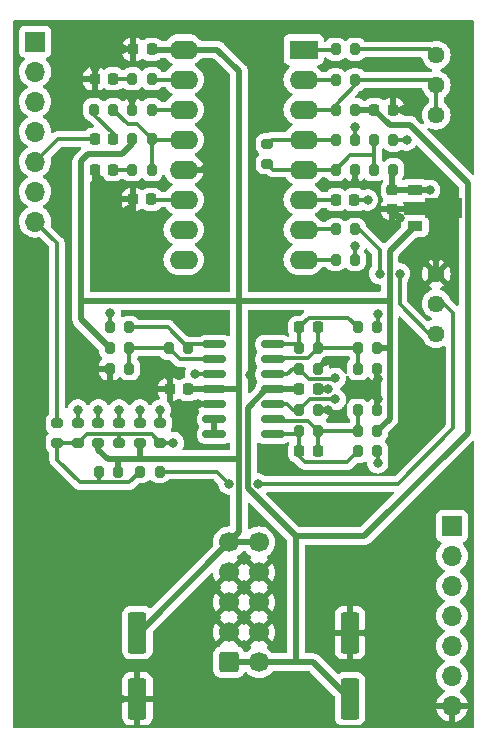
<source format=gbr>
%TF.GenerationSoftware,KiCad,Pcbnew,7.0.2-0*%
%TF.CreationDate,2023-10-10T18:08:06-05:00*%
%TF.ProjectId,Untitled,556e7469-746c-4656-942e-6b696361645f,rev?*%
%TF.SameCoordinates,Original*%
%TF.FileFunction,Copper,L1,Top*%
%TF.FilePolarity,Positive*%
%FSLAX46Y46*%
G04 Gerber Fmt 4.6, Leading zero omitted, Abs format (unit mm)*
G04 Created by KiCad (PCBNEW 7.0.2-0) date 2023-10-10 18:08:06*
%MOMM*%
%LPD*%
G01*
G04 APERTURE LIST*
G04 Aperture macros list*
%AMRoundRect*
0 Rectangle with rounded corners*
0 $1 Rounding radius*
0 $2 $3 $4 $5 $6 $7 $8 $9 X,Y pos of 4 corners*
0 Add a 4 corners polygon primitive as box body*
4,1,4,$2,$3,$4,$5,$6,$7,$8,$9,$2,$3,0*
0 Add four circle primitives for the rounded corners*
1,1,$1+$1,$2,$3*
1,1,$1+$1,$4,$5*
1,1,$1+$1,$6,$7*
1,1,$1+$1,$8,$9*
0 Add four rect primitives between the rounded corners*
20,1,$1+$1,$2,$3,$4,$5,0*
20,1,$1+$1,$4,$5,$6,$7,0*
20,1,$1+$1,$6,$7,$8,$9,0*
20,1,$1+$1,$8,$9,$2,$3,0*%
%AMFreePoly0*
4,1,9,3.862500,-0.866500,0.737500,-0.866500,0.737500,-0.450000,-0.737500,-0.450000,-0.737500,0.450000,0.737500,0.450000,0.737500,0.866500,3.862500,0.866500,3.862500,-0.866500,3.862500,-0.866500,$1*%
G04 Aperture macros list end*
%TA.AperFunction,SMDPad,CuDef*%
%ADD10RoundRect,0.200000X0.200000X0.275000X-0.200000X0.275000X-0.200000X-0.275000X0.200000X-0.275000X0*%
%TD*%
%TA.AperFunction,SMDPad,CuDef*%
%ADD11RoundRect,0.225000X0.225000X0.250000X-0.225000X0.250000X-0.225000X-0.250000X0.225000X-0.250000X0*%
%TD*%
%TA.AperFunction,SMDPad,CuDef*%
%ADD12RoundRect,0.250000X-0.550000X1.500000X-0.550000X-1.500000X0.550000X-1.500000X0.550000X1.500000X0*%
%TD*%
%TA.AperFunction,SMDPad,CuDef*%
%ADD13RoundRect,0.200000X0.275000X-0.200000X0.275000X0.200000X-0.275000X0.200000X-0.275000X-0.200000X0*%
%TD*%
%TA.AperFunction,SMDPad,CuDef*%
%ADD14RoundRect,0.225000X-0.225000X-0.250000X0.225000X-0.250000X0.225000X0.250000X-0.225000X0.250000X0*%
%TD*%
%TA.AperFunction,SMDPad,CuDef*%
%ADD15RoundRect,0.200000X-0.200000X-0.275000X0.200000X-0.275000X0.200000X0.275000X-0.200000X0.275000X0*%
%TD*%
%TA.AperFunction,ComponentPad*%
%ADD16C,1.440000*%
%TD*%
%TA.AperFunction,SMDPad,CuDef*%
%ADD17RoundRect,0.225000X0.250000X-0.225000X0.250000X0.225000X-0.250000X0.225000X-0.250000X-0.225000X0*%
%TD*%
%TA.AperFunction,SMDPad,CuDef*%
%ADD18R,1.300000X0.900000*%
%TD*%
%TA.AperFunction,SMDPad,CuDef*%
%ADD19FreePoly0,0.000000*%
%TD*%
%TA.AperFunction,ComponentPad*%
%ADD20RoundRect,0.250000X-0.600000X-0.600000X0.600000X-0.600000X0.600000X0.600000X-0.600000X0.600000X0*%
%TD*%
%TA.AperFunction,ComponentPad*%
%ADD21C,1.700000*%
%TD*%
%TA.AperFunction,ComponentPad*%
%ADD22R,2.400000X1.600000*%
%TD*%
%TA.AperFunction,ComponentPad*%
%ADD23O,2.400000X1.600000*%
%TD*%
%TA.AperFunction,SMDPad,CuDef*%
%ADD24RoundRect,0.200000X-0.275000X0.200000X-0.275000X-0.200000X0.275000X-0.200000X0.275000X0.200000X0*%
%TD*%
%TA.AperFunction,ComponentPad*%
%ADD25R,1.700000X1.700000*%
%TD*%
%TA.AperFunction,ComponentPad*%
%ADD26O,1.700000X1.700000*%
%TD*%
%TA.AperFunction,SMDPad,CuDef*%
%ADD27RoundRect,0.150000X-0.825000X-0.150000X0.825000X-0.150000X0.825000X0.150000X-0.825000X0.150000X0*%
%TD*%
%TA.AperFunction,ViaPad*%
%ADD28C,0.800000*%
%TD*%
%TA.AperFunction,Conductor*%
%ADD29C,0.300000*%
%TD*%
%TA.AperFunction,Conductor*%
%ADD30C,0.500000*%
%TD*%
G04 APERTURE END LIST*
D10*
%TO.P,R10,1*%
%TO.N,/pwm_a*%
X142225000Y-96350000D03*
%TO.P,R10,2*%
%TO.N,/PWM*%
X140575000Y-96350000D03*
%TD*%
D11*
%TO.P,C6,1*%
%TO.N,Net-(C6-Pad1)*%
X118475000Y-98850000D03*
%TO.P,C6,2*%
%TO.N,GND*%
X116925000Y-98850000D03*
%TD*%
D12*
%TO.P,C11,1*%
%TO.N,+12V*%
X120550000Y-138050000D03*
%TO.P,C11,2*%
%TO.N,GND*%
X120550000Y-143650000D03*
%TD*%
D13*
%TO.P,R22,1*%
%TO.N,+12V*%
X117250000Y-121950000D03*
%TO.P,R22,2*%
%TO.N,/fine3_a*%
X117250000Y-120300000D03*
%TD*%
D14*
%TO.P,C1,1*%
%TO.N,GND*%
X120200000Y-88650000D03*
%TO.P,C1,2*%
%TO.N,+12V*%
X121750000Y-88650000D03*
%TD*%
D10*
%TO.P,R36,1*%
%TO.N,Net-(U2A--)*%
X119875000Y-115700000D03*
%TO.P,R36,2*%
%TO.N,GND*%
X118225000Y-115700000D03*
%TD*%
D15*
%TO.P,R30,1*%
%TO.N,Net-(C10-Pad1)*%
X134225000Y-120950000D03*
%TO.P,R30,2*%
%TO.N,Net-(U2C--)*%
X135875000Y-120950000D03*
%TD*%
%TO.P,R27,1*%
%TO.N,Net-(U2C--)*%
X139225000Y-120950000D03*
%TO.P,R27,2*%
%TO.N,+12V*%
X140875000Y-120950000D03*
%TD*%
D16*
%TO.P,RV1,1,1*%
%TO.N,Net-(R1-Pad2)*%
X145850000Y-89150000D03*
%TO.P,RV1,2,2*%
%TO.N,Net-(U1-VEE)*%
X145850000Y-91690000D03*
%TO.P,RV1,3,3*%
X145850000Y-94230000D03*
%TD*%
D15*
%TO.P,R16,1*%
%TO.N,Net-(U2D--)*%
X139225000Y-113950000D03*
%TO.P,R16,2*%
%TO.N,+12V*%
X140875000Y-113950000D03*
%TD*%
D17*
%TO.P,C13,1*%
%TO.N,GND*%
X142140000Y-102135000D03*
%TO.P,C13,2*%
%TO.N,+5V*%
X142140000Y-100585000D03*
%TD*%
D15*
%TO.P,R3,1*%
%TO.N,Net-(U1-SCALE2)*%
X137325000Y-91250000D03*
%TO.P,R3,2*%
%TO.N,Net-(U1-VEE)*%
X138975000Y-91250000D03*
%TD*%
D10*
%TO.P,R9,1*%
%TO.N,+5V*%
X142225000Y-98850000D03*
%TO.P,R9,2*%
%TO.N,/PWM*%
X140575000Y-98850000D03*
%TD*%
D14*
%TO.P,C2,1*%
%TO.N,/linfm_a*%
X116925000Y-96250000D03*
%TO.P,C2,2*%
%TO.N,Net-(C2-Pad2)*%
X118475000Y-96250000D03*
%TD*%
D10*
%TO.P,R35,1*%
%TO.N,Net-(R35-Pad1)*%
X122425000Y-124400000D03*
%TO.P,R35,2*%
%TO.N,/CV_IN*%
X120775000Y-124400000D03*
%TD*%
D14*
%TO.P,C10,1*%
%TO.N,Net-(C10-Pad1)*%
X134275000Y-122700000D03*
%TO.P,C10,2*%
%TO.N,Net-(U2C--)*%
X135825000Y-122700000D03*
%TD*%
D10*
%TO.P,R8,1*%
%TO.N,/LIN_FM*%
X121775000Y-98850000D03*
%TO.P,R8,2*%
%TO.N,Net-(C6-Pad1)*%
X120125000Y-98850000D03*
%TD*%
D18*
%TO.P,U3,1,OUT*%
%TO.N,+5V*%
X144050000Y-100600000D03*
D19*
%TO.P,U3,2,GND*%
%TO.N,GND*%
X144137500Y-102100000D03*
D18*
%TO.P,U3,3,IN*%
%TO.N,+12V*%
X144050000Y-103600000D03*
%TD*%
D15*
%TO.P,R6,1*%
%TO.N,GND*%
X120125000Y-93750000D03*
%TO.P,R6,2*%
%TO.N,Net-(U1-VS)*%
X121775000Y-93750000D03*
%TD*%
%TO.P,R21,1*%
%TO.N,Net-(C8-Pad1)*%
X134225000Y-113950000D03*
%TO.P,R21,2*%
%TO.N,Net-(U2D--)*%
X135875000Y-113950000D03*
%TD*%
%TO.P,R32,1*%
%TO.N,/tri_a*%
X118225000Y-112200000D03*
%TO.P,R32,2*%
%TO.N,Net-(R32-Pad2)*%
X119875000Y-112200000D03*
%TD*%
D10*
%TO.P,R7,1*%
%TO.N,/LIN_FM*%
X121775000Y-96250000D03*
%TO.P,R7,2*%
%TO.N,+12V*%
X120125000Y-96250000D03*
%TD*%
D15*
%TO.P,R5,1*%
%TO.N,Net-(U1-VEE)*%
X137325000Y-93750000D03*
%TO.P,R5,2*%
%TO.N,-12V*%
X138975000Y-93750000D03*
%TD*%
D16*
%TO.P,RV7,1,1*%
%TO.N,GND*%
X145850000Y-107650000D03*
%TO.P,RV7,2,2*%
%TO.N,Net-(R35-Pad1)*%
X145850000Y-110190000D03*
%TO.P,RV7,3,3*%
%TO.N,Net-(R34-Pad2)*%
X145850000Y-112730000D03*
%TD*%
D20*
%TO.P,J7,1,Pin_1*%
%TO.N,-12V*%
X128310000Y-140550000D03*
D21*
%TO.P,J7,2,Pin_2*%
X130850000Y-140550000D03*
%TO.P,J7,3,Pin_3*%
%TO.N,GND*%
X128310000Y-138010000D03*
%TO.P,J7,4,Pin_4*%
X130850000Y-138010000D03*
%TO.P,J7,5,Pin_5*%
X128310000Y-135470000D03*
%TO.P,J7,6,Pin_6*%
X130850000Y-135470000D03*
%TO.P,J7,7,Pin_7*%
X128310000Y-132930000D03*
%TO.P,J7,8,Pin_8*%
X130850000Y-132930000D03*
%TO.P,J7,9,Pin_9*%
%TO.N,+12V*%
X128310000Y-130390000D03*
%TO.P,J7,10,Pin_10*%
X130850000Y-130390000D03*
%TD*%
D22*
%TO.P,U1,1,SCALE1*%
%TO.N,Net-(U1-SCALE1)*%
X134625000Y-88675000D03*
D23*
%TO.P,U1,2,SCALE2*%
%TO.N,Net-(U1-SCALE2)*%
X134625000Y-91215000D03*
%TO.P,U1,3,VEE*%
%TO.N,Net-(U1-VEE)*%
X134625000Y-93755000D03*
%TO.P,U1,4,VP*%
%TO.N,/PULSE*%
X134625000Y-96295000D03*
%TO.P,U1,5,PWM*%
%TO.N,/PWM*%
X134625000Y-98835000D03*
%TO.P,U1,6,VHSI*%
%TO.N,/HSYNC*%
X134625000Y-101375000D03*
%TO.P,U1,7,VHFT*%
%TO.N,/VHFT*%
X134625000Y-103915000D03*
%TO.P,U1,8,VSO*%
%TO.N,/SAW*%
X134625000Y-106455000D03*
%TO.P,U1,9,VSSI*%
%TO.N,unconnected-(U1-VSSI-Pad9)*%
X124465000Y-106455000D03*
%TO.P,U1,10,VTO*%
%TO.N,/TRI*%
X124465000Y-103915000D03*
%TO.P,U1,11,CAP*%
%TO.N,Net-(U1-CAP)*%
X124465000Y-101375000D03*
%TO.P,U1,12,GND*%
%TO.N,GND*%
X124465000Y-98835000D03*
%TO.P,U1,13,VLFI*%
%TO.N,/LIN_FM*%
X124465000Y-96295000D03*
%TO.P,U1,14,VS*%
%TO.N,Net-(U1-VS)*%
X124465000Y-93755000D03*
%TO.P,U1,15,VFCI*%
%TO.N,/CV_IN*%
X124465000Y-91215000D03*
%TO.P,U1,16,VCC*%
%TO.N,+12V*%
X124465000Y-88675000D03*
%TD*%
D15*
%TO.P,R26,1*%
%TO.N,Net-(U2C-+)*%
X134225000Y-119200000D03*
%TO.P,R26,2*%
%TO.N,GND*%
X135875000Y-119200000D03*
%TD*%
D10*
%TO.P,R24,1*%
%TO.N,Net-(U2C-+)*%
X138975000Y-106450000D03*
%TO.P,R24,2*%
%TO.N,/SAW*%
X137325000Y-106450000D03*
%TD*%
D15*
%TO.P,R4,1*%
%TO.N,Net-(C3-Pad2)*%
X120125000Y-91150000D03*
%TO.P,R4,2*%
%TO.N,/CV_IN*%
X121775000Y-91150000D03*
%TD*%
D13*
%TO.P,R17,1*%
%TO.N,+12V*%
X120750000Y-121950000D03*
%TO.P,R17,2*%
%TO.N,/coarse3_a*%
X120750000Y-120300000D03*
%TD*%
D24*
%TO.P,R19,1*%
%TO.N,/coarse2_a*%
X122500000Y-120300000D03*
%TO.P,R19,2*%
%TO.N,/CV_IN*%
X122500000Y-121950000D03*
%TD*%
D25*
%TO.P,J11,1,Pin_1*%
%TO.N,/coarse2_a*%
X111900000Y-88000000D03*
D26*
%TO.P,J11,2,Pin_2*%
%TO.N,/coarse3_a*%
X111900000Y-90540000D03*
%TO.P,J11,3,Pin_3*%
%TO.N,/fine2_a*%
X111900000Y-93080000D03*
%TO.P,J11,4,Pin_4*%
%TO.N,/fine3_a*%
X111900000Y-95620000D03*
%TO.P,J11,5,Pin_5*%
%TO.N,/linfm_a*%
X111900000Y-98160000D03*
%TO.P,J11,6,Pin_6*%
%TO.N,/cvmod_a*%
X111900000Y-100700000D03*
%TO.P,J11,7,Pin_7*%
%TO.N,/voct_a*%
X111900000Y-103240000D03*
%TD*%
D15*
%TO.P,R12,1*%
%TO.N,/PWM*%
X137325000Y-98850000D03*
%TO.P,R12,2*%
%TO.N,GND*%
X138975000Y-98850000D03*
%TD*%
D14*
%TO.P,C9,1*%
%TO.N,GND*%
X123275000Y-117450000D03*
%TO.P,C9,2*%
%TO.N,+12V*%
X124825000Y-117450000D03*
%TD*%
D15*
%TO.P,R18,1*%
%TO.N,/CV_IN*%
X117275000Y-124400000D03*
%TO.P,R18,2*%
%TO.N,+12V*%
X118925000Y-124400000D03*
%TD*%
%TO.P,R29,1*%
%TO.N,Net-(U2C--)*%
X139225000Y-119200000D03*
%TO.P,R29,2*%
%TO.N,GND*%
X140875000Y-119200000D03*
%TD*%
D10*
%TO.P,R37,1*%
%TO.N,Net-(R32-Pad2)*%
X124875000Y-113950000D03*
%TO.P,R37,2*%
%TO.N,Net-(U2A--)*%
X123225000Y-113950000D03*
%TD*%
%TO.P,R13,1*%
%TO.N,Net-(U2D-+)*%
X138975000Y-96350000D03*
%TO.P,R13,2*%
%TO.N,/PULSE*%
X137325000Y-96350000D03*
%TD*%
D24*
%TO.P,R28,1*%
%TO.N,/voct_a*%
X113750000Y-120300000D03*
%TO.P,R28,2*%
%TO.N,/CV_IN*%
X113750000Y-121950000D03*
%TD*%
%TO.P,R23,1*%
%TO.N,/fine2_a*%
X119000000Y-120300000D03*
%TO.P,R23,2*%
%TO.N,/CV_IN*%
X119000000Y-121950000D03*
%TD*%
D15*
%TO.P,R1,1*%
%TO.N,Net-(U1-SCALE1)*%
X137325000Y-88650000D03*
%TO.P,R1,2*%
%TO.N,Net-(R1-Pad2)*%
X138975000Y-88650000D03*
%TD*%
D14*
%TO.P,C8,1*%
%TO.N,Net-(C8-Pad1)*%
X134275000Y-112200000D03*
%TO.P,C8,2*%
%TO.N,Net-(U2D--)*%
X135825000Y-112200000D03*
%TD*%
D15*
%TO.P,R34,1*%
%TO.N,/VHFT*%
X137325000Y-103900000D03*
%TO.P,R34,2*%
%TO.N,Net-(R34-Pad2)*%
X138975000Y-103900000D03*
%TD*%
D24*
%TO.P,R31,1*%
%TO.N,/cvmod_a*%
X115500000Y-120300000D03*
%TO.P,R31,2*%
%TO.N,/CV_IN*%
X115500000Y-121950000D03*
%TD*%
D10*
%TO.P,R33,1*%
%TO.N,Net-(U2A--)*%
X119875000Y-113950000D03*
%TO.P,R33,2*%
%TO.N,+12V*%
X118225000Y-113950000D03*
%TD*%
D13*
%TO.P,R11,1*%
%TO.N,/PWM*%
X131550000Y-98325000D03*
%TO.P,R11,2*%
%TO.N,/PULSE*%
X131550000Y-96675000D03*
%TD*%
D15*
%TO.P,R15,1*%
%TO.N,Net-(U2D-+)*%
X134225000Y-115700000D03*
%TO.P,R15,2*%
%TO.N,GND*%
X135875000Y-115700000D03*
%TD*%
%TO.P,R2,1*%
%TO.N,Net-(C2-Pad2)*%
X116875000Y-93750000D03*
%TO.P,R2,2*%
%TO.N,/LIN_FM*%
X118525000Y-93750000D03*
%TD*%
D11*
%TO.P,C4,1*%
%TO.N,GND*%
X142175000Y-93750000D03*
%TO.P,C4,2*%
%TO.N,-12V*%
X140625000Y-93750000D03*
%TD*%
D14*
%TO.P,C5,1*%
%TO.N,GND*%
X120175000Y-101350000D03*
%TO.P,C5,2*%
%TO.N,Net-(U1-CAP)*%
X121725000Y-101350000D03*
%TD*%
D10*
%TO.P,R25,1*%
%TO.N,/saw_a*%
X140875000Y-122700000D03*
%TO.P,R25,2*%
%TO.N,Net-(C10-Pad1)*%
X139225000Y-122700000D03*
%TD*%
D25*
%TO.P,J12,1,Pin_1*%
%TO.N,+5V*%
X147200000Y-129010000D03*
D26*
%TO.P,J12,2,Pin_2*%
%TO.N,/pwm_a*%
X147200000Y-131550000D03*
%TO.P,J12,3,Pin_3*%
%TO.N,/sync_a*%
X147200000Y-134090000D03*
%TO.P,J12,4,Pin_4*%
%TO.N,/pulse_a*%
X147200000Y-136630000D03*
%TO.P,J12,5,Pin_5*%
%TO.N,/saw_a*%
X147200000Y-139170000D03*
%TO.P,J12,6,Pin_6*%
%TO.N,/tri_a*%
X147200000Y-141710000D03*
%TO.P,J12,7,Pin_7*%
%TO.N,GND*%
X147200000Y-144250000D03*
%TD*%
D11*
%TO.P,C12,1*%
%TO.N,GND*%
X135825000Y-117440000D03*
%TO.P,C12,2*%
%TO.N,-12V*%
X134275000Y-117440000D03*
%TD*%
D27*
%TO.P,U2,1*%
%TO.N,Net-(R32-Pad2)*%
X127075000Y-113640000D03*
%TO.P,U2,2,-*%
%TO.N,Net-(U2A--)*%
X127075000Y-114910000D03*
%TO.P,U2,3,+*%
%TO.N,/TRI*%
X127075000Y-116180000D03*
%TO.P,U2,4,V+*%
%TO.N,+12V*%
X127075000Y-117450000D03*
%TO.P,U2,5,+*%
%TO.N,GND*%
X127075000Y-118720000D03*
%TO.P,U2,6,-*%
%TO.N,Net-(U2B--)*%
X127075000Y-119990000D03*
%TO.P,U2,7*%
X127075000Y-121260000D03*
%TO.P,U2,8*%
%TO.N,Net-(C10-Pad1)*%
X132025000Y-121260000D03*
%TO.P,U2,9,-*%
%TO.N,Net-(U2C--)*%
X132025000Y-119990000D03*
%TO.P,U2,10,+*%
%TO.N,Net-(U2C-+)*%
X132025000Y-118720000D03*
%TO.P,U2,11,V-*%
%TO.N,-12V*%
X132025000Y-117450000D03*
%TO.P,U2,12,+*%
%TO.N,Net-(U2D-+)*%
X132025000Y-116180000D03*
%TO.P,U2,13,-*%
%TO.N,Net-(U2D--)*%
X132025000Y-114910000D03*
%TO.P,U2,14*%
%TO.N,Net-(C8-Pad1)*%
X132025000Y-113640000D03*
%TD*%
D10*
%TO.P,R14,1*%
%TO.N,/pulse_a*%
X140875000Y-112200000D03*
%TO.P,R14,2*%
%TO.N,Net-(C8-Pad1)*%
X139225000Y-112200000D03*
%TD*%
D15*
%TO.P,R20,1*%
%TO.N,Net-(U2D--)*%
X139225000Y-115700000D03*
%TO.P,R20,2*%
%TO.N,GND*%
X140875000Y-115700000D03*
%TD*%
D12*
%TO.P,C14,1*%
%TO.N,GND*%
X138550000Y-138050000D03*
%TO.P,C14,2*%
%TO.N,-12V*%
X138550000Y-143650000D03*
%TD*%
D11*
%TO.P,C7,1*%
%TO.N,/sync_a*%
X138925000Y-101400000D03*
%TO.P,C7,2*%
%TO.N,/HSYNC*%
X137375000Y-101400000D03*
%TD*%
D14*
%TO.P,C3,1*%
%TO.N,GND*%
X116925000Y-91150000D03*
%TO.P,C3,2*%
%TO.N,Net-(C3-Pad2)*%
X118475000Y-91150000D03*
%TD*%
D28*
%TO.N,GND*%
X136700000Y-117450000D03*
X136550000Y-115000000D03*
X123250000Y-116350000D03*
X132100000Y-122650000D03*
X124850000Y-111400000D03*
X130100000Y-116250000D03*
X139950000Y-138050000D03*
X145850000Y-106300000D03*
X146100000Y-103400000D03*
X120100000Y-92850000D03*
X116500500Y-115700000D03*
X140900000Y-116600000D03*
X141800000Y-89950000D03*
X117400000Y-99700000D03*
X116950000Y-90250000D03*
X119150000Y-143650000D03*
X145400000Y-144250000D03*
X143050000Y-93750000D03*
X119749500Y-102250000D03*
X125650000Y-118700000D03*
X136700000Y-119200000D03*
X119350000Y-88650000D03*
X139000000Y-99900000D03*
X137300000Y-127350000D03*
X142800000Y-102950000D03*
X127150000Y-91000000D03*
X132050000Y-111400000D03*
X126300000Y-98800000D03*
X145850000Y-117900000D03*
X140900000Y-118300000D03*
%TO.N,+5V*%
X145300000Y-100600000D03*
%TO.N,/sync_a*%
X140050000Y-101400000D03*
%TO.N,/CV_IN*%
X123600000Y-121950000D03*
%TO.N,Net-(U2C-+)*%
X137300000Y-118300000D03*
X138950000Y-105300000D03*
%TO.N,Net-(U2D-+)*%
X137300000Y-116500000D03*
X139000000Y-95200000D03*
%TO.N,Net-(R34-Pad2)*%
X142749500Y-107650000D03*
X141050500Y-107650000D03*
%TO.N,Net-(R35-Pad1)*%
X130750688Y-125449312D03*
X128310500Y-125450000D03*
%TO.N,/TRI*%
X125450000Y-116180000D03*
%TO.N,/pwm_a*%
X143350000Y-96350000D03*
%TO.N,/pulse_a*%
X140900000Y-111050000D03*
%TO.N,/coarse3_a*%
X120750000Y-119200000D03*
%TO.N,/coarse2_a*%
X122500000Y-119200000D03*
%TO.N,/fine3_a*%
X117250000Y-119200000D03*
%TO.N,/fine2_a*%
X119000000Y-119200000D03*
%TO.N,/saw_a*%
X140900000Y-123650500D03*
%TO.N,/cvmod_a*%
X115500000Y-119200000D03*
%TO.N,/tri_a*%
X118250000Y-111000000D03*
%TD*%
D29*
%TO.N,Net-(C8-Pad1)*%
X134275000Y-113900000D02*
X134225000Y-113950000D01*
X135100000Y-111375000D02*
X134275000Y-112200000D01*
X139225000Y-112200000D02*
X138400000Y-111375000D01*
X133915000Y-113640000D02*
X134225000Y-113950000D01*
X132025000Y-113640000D02*
X133915000Y-113640000D01*
%TO.N,Net-(U2C--)*%
X132135000Y-120100000D02*
X135025000Y-120100000D01*
X139225000Y-120950000D02*
X135875000Y-120950000D01*
X135025000Y-120100000D02*
X135875000Y-120950000D01*
X132025000Y-119990000D02*
X132135000Y-120100000D01*
X135825000Y-121000000D02*
X135875000Y-120950000D01*
X139225000Y-119200000D02*
X139225000Y-120950000D01*
%TO.N,/VHFT*%
X137325000Y-103900000D02*
X134640000Y-103900000D01*
X134640000Y-103900000D02*
X134625000Y-103915000D01*
%TO.N,Net-(R34-Pad2)*%
X142749500Y-107650000D02*
X142749500Y-110249500D01*
X139300000Y-103900000D02*
X138975000Y-103900000D01*
X141050500Y-107650000D02*
X141050500Y-105650500D01*
X142749500Y-110249500D02*
X145230000Y-112730000D01*
X141050500Y-105650500D02*
X139300000Y-103900000D01*
X145230000Y-112730000D02*
X145850000Y-112730000D01*
%TO.N,Net-(R35-Pad1)*%
X147300000Y-111000000D02*
X146490000Y-110190000D01*
X130750688Y-125449312D02*
X142600688Y-125449312D01*
X146490000Y-110190000D02*
X145850000Y-110190000D01*
X147300000Y-120750000D02*
X147300000Y-111000000D01*
X127260500Y-124400000D02*
X128310500Y-125450000D01*
X122425000Y-124400000D02*
X127260500Y-124400000D01*
X142600688Y-125449312D02*
X147300000Y-120750000D01*
%TO.N,/TRI*%
X125450000Y-116180000D02*
X127075000Y-116180000D01*
%TO.N,/pwm_a*%
X143350000Y-96350000D02*
X142225000Y-96350000D01*
%TO.N,/pulse_a*%
X140900000Y-111050000D02*
X140900000Y-112175000D01*
X140900000Y-112175000D02*
X140875000Y-112200000D01*
%TO.N,/coarse3_a*%
X120750000Y-120300000D02*
X120750000Y-119200000D01*
%TO.N,/coarse2_a*%
X122500000Y-120300000D02*
X122500000Y-119200000D01*
%TO.N,/fine3_a*%
X117250000Y-120300000D02*
X117250000Y-119200000D01*
%TO.N,/fine2_a*%
X119000000Y-120300000D02*
X119000000Y-119200000D01*
%TO.N,/saw_a*%
X140900000Y-123650500D02*
X140900000Y-122725000D01*
X140900000Y-122725000D02*
X140875000Y-122700000D01*
%TO.N,/voct_a*%
X113750000Y-120300000D02*
X113750000Y-105090000D01*
X113750000Y-105090000D02*
X111900000Y-103240000D01*
%TO.N,/cvmod_a*%
X115500000Y-120300000D02*
X115500000Y-119200000D01*
%TO.N,/tri_a*%
X118250000Y-111000000D02*
X118250000Y-112175000D01*
X118250000Y-112175000D02*
X118225000Y-112200000D01*
D30*
%TO.N,Net-(U2B--)*%
X127075000Y-119990000D02*
X127075000Y-121260000D01*
%TO.N,GND*%
X118225000Y-115700000D02*
X116500500Y-115700000D01*
X116925000Y-99225000D02*
X117400000Y-99700000D01*
X120175000Y-101350000D02*
X120175000Y-101824500D01*
X116925000Y-90275000D02*
X116950000Y-90250000D01*
X146100000Y-102700000D02*
X146100000Y-103400000D01*
X120550000Y-143650000D02*
X119150000Y-143650000D01*
X116925000Y-98850000D02*
X116925000Y-99225000D01*
X135875000Y-115700000D02*
X135875000Y-115675000D01*
X120175000Y-101824500D02*
X119749500Y-102250000D01*
X142140000Y-102290000D02*
X142800000Y-102950000D01*
X140875000Y-116575000D02*
X140900000Y-116600000D01*
X123275000Y-116375000D02*
X123250000Y-116350000D01*
X138550000Y-138050000D02*
X139950000Y-138050000D01*
X123275000Y-117450000D02*
X123275000Y-116375000D01*
X127075000Y-118720000D02*
X125670000Y-118720000D01*
X142175000Y-93750000D02*
X143050000Y-93750000D01*
X140875000Y-118325000D02*
X140900000Y-118300000D01*
X147200000Y-144250000D02*
X145400000Y-144250000D01*
X135875000Y-119200000D02*
X136700000Y-119200000D01*
X135875000Y-115675000D02*
X136550000Y-115000000D01*
X138975000Y-99875000D02*
X139000000Y-99900000D01*
X135825000Y-117440000D02*
X136690000Y-117440000D01*
X145850000Y-107650000D02*
X145850000Y-106300000D01*
X126265000Y-98835000D02*
X126300000Y-98800000D01*
X120125000Y-93750000D02*
X120125000Y-92875000D01*
X120125000Y-92875000D02*
X120100000Y-92850000D01*
X145500000Y-102100000D02*
X146100000Y-102700000D01*
X120200000Y-88650000D02*
X119350000Y-88650000D01*
X116925000Y-91150000D02*
X116925000Y-90275000D01*
X124465000Y-98835000D02*
X126265000Y-98835000D01*
X144137500Y-102100000D02*
X145500000Y-102100000D01*
X140875000Y-115700000D02*
X140875000Y-116575000D01*
X125670000Y-118720000D02*
X125650000Y-118700000D01*
X140875000Y-119200000D02*
X140875000Y-118325000D01*
X142140000Y-102135000D02*
X142140000Y-102290000D01*
X136690000Y-117440000D02*
X136700000Y-117450000D01*
X138975000Y-98850000D02*
X138975000Y-99875000D01*
%TO.N,+12V*%
X141900000Y-112925000D02*
X141900000Y-119925000D01*
X129160000Y-109950000D02*
X129160000Y-90510000D01*
X127075000Y-117450000D02*
X124825000Y-117450000D01*
X121775000Y-88675000D02*
X121750000Y-88650000D01*
X115800000Y-108700000D02*
X115800000Y-111525000D01*
X119250000Y-97550000D02*
X116400000Y-97550000D01*
X115800000Y-108700000D02*
X115800000Y-109950000D01*
X127075000Y-117450000D02*
X129160000Y-117450000D01*
X122150000Y-123350000D02*
X118650000Y-123350000D01*
X115800000Y-111525000D02*
X118225000Y-113950000D01*
X141900000Y-113950000D02*
X140875000Y-113950000D01*
X141900000Y-109950000D02*
X141900000Y-112925000D01*
X116400000Y-97550000D02*
X115800000Y-98150000D01*
X141900000Y-109950000D02*
X141900000Y-105750000D01*
X115800000Y-98150000D02*
X115800000Y-108700000D01*
X118925000Y-124400000D02*
X118925000Y-123350000D01*
X141900000Y-105750000D02*
X144050000Y-103600000D01*
X120125000Y-96250000D02*
X120125000Y-96675000D01*
X129160000Y-124650000D02*
X129160000Y-123350000D01*
X127325000Y-88675000D02*
X124465000Y-88675000D01*
X130850000Y-130390000D02*
X128310000Y-130390000D01*
X129160000Y-123350000D02*
X129160000Y-117450000D01*
X129160000Y-109950000D02*
X133700000Y-109950000D01*
X120750000Y-123350000D02*
X120750000Y-121950000D01*
X117250000Y-122550000D02*
X117250000Y-121950000D01*
X118650000Y-123350000D02*
X118050000Y-123350000D01*
X120550000Y-138050000D02*
X120650000Y-138050000D01*
X133700000Y-109950000D02*
X141900000Y-109950000D01*
X129160000Y-123350000D02*
X122150000Y-123350000D01*
X129160000Y-90510000D02*
X127325000Y-88675000D01*
X120650000Y-138050000D02*
X128310000Y-130390000D01*
X118925000Y-123350000D02*
X118650000Y-123350000D01*
X128310000Y-130390000D02*
X129160000Y-129540000D01*
X141900000Y-112925000D02*
X141900000Y-113950000D01*
X115800000Y-109950000D02*
X129160000Y-109950000D01*
X122150000Y-123350000D02*
X120750000Y-123350000D01*
X129160000Y-117450000D02*
X129160000Y-109950000D01*
X141900000Y-119925000D02*
X140875000Y-120950000D01*
X118050000Y-123350000D02*
X117250000Y-122550000D01*
X120125000Y-96675000D02*
X119250000Y-97550000D01*
X129160000Y-129540000D02*
X129160000Y-124650000D01*
X124465000Y-88675000D02*
X121775000Y-88675000D01*
D29*
%TO.N,Net-(C2-Pad2)*%
X116875000Y-94175000D02*
X116875000Y-93750000D01*
X118475000Y-95775000D02*
X116875000Y-94175000D01*
X118475000Y-96250000D02*
X118475000Y-95775000D01*
%TO.N,Net-(C3-Pad2)*%
X120125000Y-91150000D02*
X118475000Y-91150000D01*
D30*
%TO.N,-12V*%
X139750000Y-129850000D02*
X133950000Y-129850000D01*
X131471472Y-117450000D02*
X132025000Y-117450000D01*
X148500000Y-99950000D02*
X148500000Y-121100000D01*
X138550000Y-143650000D02*
X135450000Y-140550000D01*
X129900000Y-125800000D02*
X133950000Y-129850000D01*
X138975000Y-93750000D02*
X140625000Y-93750000D01*
X129900000Y-119021472D02*
X131471472Y-117450000D01*
X129900000Y-125800000D02*
X129900000Y-119021472D01*
X143600000Y-95050000D02*
X148500000Y-99950000D01*
X132025000Y-117450000D02*
X134265000Y-117450000D01*
X141925000Y-95050000D02*
X143600000Y-95050000D01*
X133950000Y-140550000D02*
X130850000Y-140550000D01*
X140625000Y-93750000D02*
X141925000Y-95050000D01*
X148500000Y-121100000D02*
X139750000Y-129850000D01*
X133950000Y-129850000D02*
X133950000Y-140550000D01*
X128310000Y-140550000D02*
X130850000Y-140550000D01*
X135450000Y-140550000D02*
X133950000Y-140550000D01*
D29*
%TO.N,Net-(U1-CAP)*%
X121750000Y-101375000D02*
X121725000Y-101350000D01*
X124465000Y-101375000D02*
X121750000Y-101375000D01*
%TO.N,Net-(C6-Pad1)*%
X118475000Y-98850000D02*
X120125000Y-98850000D01*
%TO.N,/linfm_a*%
X113810000Y-96250000D02*
X111900000Y-98160000D01*
X116925000Y-96250000D02*
X113810000Y-96250000D01*
%TO.N,Net-(U2D--)*%
X139225000Y-115700000D02*
X139225000Y-113950000D01*
X135875000Y-112250000D02*
X135825000Y-112200000D01*
X135025000Y-114800000D02*
X135875000Y-113950000D01*
X132025000Y-114910000D02*
X132135000Y-114800000D01*
X135875000Y-113950000D02*
X139225000Y-113950000D01*
X132135000Y-114800000D02*
X135025000Y-114800000D01*
X135875000Y-113950000D02*
X135875000Y-112250000D01*
%TO.N,Net-(C8-Pad1)*%
X138400000Y-111375000D02*
X135100000Y-111375000D01*
X134275000Y-112200000D02*
X134275000Y-113900000D01*
%TO.N,/HSYNC*%
X137375000Y-101400000D02*
X134650000Y-101400000D01*
X134650000Y-101400000D02*
X134625000Y-101375000D01*
%TO.N,Net-(C10-Pad1)*%
X132025000Y-121260000D02*
X133915000Y-121260000D01*
X134750000Y-123600000D02*
X138325000Y-123600000D01*
X134225000Y-120950000D02*
X134225000Y-122650000D01*
X134225000Y-122650000D02*
X134275000Y-122700000D01*
X134275000Y-123125000D02*
X134750000Y-123600000D01*
X133915000Y-121260000D02*
X134225000Y-120950000D01*
X138325000Y-123600000D02*
X139225000Y-122700000D01*
X134275000Y-122700000D02*
X134275000Y-123125000D01*
%TO.N,Net-(U2A--)*%
X119875000Y-113950000D02*
X119875000Y-115700000D01*
X127075000Y-114910000D02*
X124185000Y-114910000D01*
X123225000Y-113950000D02*
X119875000Y-113950000D01*
X124185000Y-114910000D02*
X123225000Y-113950000D01*
D30*
%TO.N,+5V*%
X144035000Y-100585000D02*
X144050000Y-100600000D01*
X145300000Y-100600000D02*
X144050000Y-100600000D01*
X142140000Y-100585000D02*
X142140000Y-98935000D01*
X142140000Y-98935000D02*
X142225000Y-98850000D01*
X142140000Y-100585000D02*
X144035000Y-100585000D01*
D29*
%TO.N,/sync_a*%
X140050000Y-101400000D02*
X138925000Y-101400000D01*
%TO.N,Net-(U1-SCALE1)*%
X137300000Y-88675000D02*
X137325000Y-88650000D01*
X134625000Y-88675000D02*
X137300000Y-88675000D01*
%TO.N,Net-(R1-Pad2)*%
X145350000Y-88650000D02*
X145850000Y-89150000D01*
X138975000Y-88650000D02*
X145350000Y-88650000D01*
%TO.N,Net-(U1-SCALE2)*%
X137290000Y-91215000D02*
X137325000Y-91250000D01*
X134625000Y-91215000D02*
X137290000Y-91215000D01*
%TO.N,Net-(U1-VEE)*%
X145410000Y-91250000D02*
X145850000Y-91690000D01*
X134630000Y-93750000D02*
X134625000Y-93755000D01*
X137325000Y-93750000D02*
X134630000Y-93750000D01*
X138975000Y-91250000D02*
X138975000Y-91675000D01*
X138975000Y-91250000D02*
X145410000Y-91250000D01*
X137325000Y-93325000D02*
X137325000Y-93750000D01*
X138975000Y-91675000D02*
X137325000Y-93325000D01*
X145850000Y-91690000D02*
X145850000Y-94230000D01*
%TO.N,/CV_IN*%
X121840000Y-91215000D02*
X121775000Y-91150000D01*
X119875000Y-125300000D02*
X120775000Y-124400000D01*
X117300000Y-125300000D02*
X119875000Y-125300000D01*
X122500000Y-121950000D02*
X123600000Y-121950000D01*
X115650000Y-125300000D02*
X117300000Y-125300000D01*
X116250000Y-121200000D02*
X119000000Y-121200000D01*
X117275000Y-125275000D02*
X117300000Y-125300000D01*
X124465000Y-91215000D02*
X121840000Y-91215000D01*
X113750000Y-123400000D02*
X113750000Y-121950000D01*
X116250000Y-121200000D02*
X115500000Y-121950000D01*
X115650000Y-125300000D02*
X113750000Y-123400000D01*
X117275000Y-124400000D02*
X117275000Y-125275000D01*
X115500000Y-121950000D02*
X113750000Y-121950000D01*
X119000000Y-121200000D02*
X121750000Y-121200000D01*
X121750000Y-121200000D02*
X122500000Y-121950000D01*
X119000000Y-121200000D02*
X119000000Y-121950000D01*
%TO.N,Net-(U1-VS)*%
X124465000Y-93755000D02*
X121780000Y-93755000D01*
X121780000Y-93755000D02*
X121775000Y-93750000D01*
%TO.N,/LIN_FM*%
X124465000Y-96295000D02*
X121820000Y-96295000D01*
X121775000Y-96250000D02*
X121775000Y-98850000D01*
X120525000Y-95000000D02*
X121775000Y-96250000D01*
X119775000Y-95000000D02*
X120525000Y-95000000D01*
X121820000Y-96295000D02*
X121775000Y-96250000D01*
X118525000Y-93750000D02*
X119775000Y-95000000D01*
%TO.N,/PWM*%
X140575000Y-97600000D02*
X138575000Y-97600000D01*
X137325000Y-98850000D02*
X134640000Y-98850000D01*
X134625000Y-98835000D02*
X132060000Y-98835000D01*
X132060000Y-98835000D02*
X131550000Y-98325000D01*
X138575000Y-97600000D02*
X137325000Y-98850000D01*
X134640000Y-98850000D02*
X134625000Y-98835000D01*
X140575000Y-98850000D02*
X140575000Y-96350000D01*
X140575000Y-98850000D02*
X140575000Y-97600000D01*
%TO.N,/PULSE*%
X131930000Y-96295000D02*
X131550000Y-96675000D01*
X134680000Y-96350000D02*
X134625000Y-96295000D01*
X137325000Y-96350000D02*
X134680000Y-96350000D01*
X134625000Y-96295000D02*
X131930000Y-96295000D01*
%TO.N,Net-(U2C-+)*%
X133700000Y-119200000D02*
X134225000Y-119200000D01*
X133220000Y-118720000D02*
X133700000Y-119200000D01*
X135125000Y-118300000D02*
X134225000Y-119200000D01*
X137300000Y-118300000D02*
X135125000Y-118300000D01*
X132025000Y-118720000D02*
X133220000Y-118720000D01*
X138950000Y-105300000D02*
X138950000Y-106425000D01*
X138950000Y-106425000D02*
X138975000Y-106450000D01*
%TO.N,Net-(U2D-+)*%
X138975000Y-96350000D02*
X138975000Y-95225000D01*
X137300000Y-116500000D02*
X137250000Y-116550000D01*
X137250000Y-116550000D02*
X135075000Y-116550000D01*
X138975000Y-95225000D02*
X139000000Y-95200000D01*
X133220000Y-116180000D02*
X133700000Y-115700000D01*
X132025000Y-116180000D02*
X133220000Y-116180000D01*
X133700000Y-115700000D02*
X134225000Y-115700000D01*
X135075000Y-116550000D02*
X134225000Y-115700000D01*
%TO.N,/SAW*%
X134630000Y-106450000D02*
X134625000Y-106455000D01*
X137325000Y-106450000D02*
X134630000Y-106450000D01*
%TO.N,Net-(R32-Pad2)*%
X125185000Y-113640000D02*
X124875000Y-113950000D01*
X123125000Y-112200000D02*
X119875000Y-112200000D01*
X127075000Y-113640000D02*
X125185000Y-113640000D01*
X124875000Y-113950000D02*
X123125000Y-112200000D01*
%TO.N,Net-(U2C--)*%
X135825000Y-122700000D02*
X135825000Y-121000000D01*
%TD*%
%TA.AperFunction,Conductor*%
%TO.N,GND*%
G36*
X148992539Y-86170185D02*
G01*
X149038294Y-86222989D01*
X149049500Y-86274500D01*
X149049500Y-99138770D01*
X149029815Y-99205809D01*
X148977011Y-99251564D01*
X148907853Y-99261508D01*
X148844297Y-99232483D01*
X148837819Y-99226451D01*
X145106924Y-95495556D01*
X145073439Y-95434233D01*
X145078423Y-95364541D01*
X145120295Y-95308608D01*
X145185759Y-95284191D01*
X145247008Y-95295492D01*
X145430970Y-95381276D01*
X145637253Y-95436549D01*
X145773750Y-95448491D01*
X145849999Y-95455162D01*
X145849999Y-95455161D01*
X145850000Y-95455162D01*
X146062747Y-95436549D01*
X146269030Y-95381276D01*
X146462581Y-95291021D01*
X146637519Y-95168529D01*
X146788529Y-95017519D01*
X146911021Y-94842581D01*
X147001276Y-94649030D01*
X147056549Y-94442747D01*
X147075162Y-94230000D01*
X147074900Y-94227011D01*
X147056549Y-94017255D01*
X147056549Y-94017253D01*
X147001276Y-93810970D01*
X146911021Y-93617419D01*
X146859377Y-93543663D01*
X146788531Y-93442483D01*
X146761623Y-93415575D01*
X146637519Y-93291471D01*
X146637515Y-93291468D01*
X146553376Y-93232552D01*
X146509751Y-93177975D01*
X146500500Y-93130978D01*
X146500500Y-92789020D01*
X146520185Y-92721981D01*
X146553375Y-92687446D01*
X146637519Y-92628529D01*
X146788529Y-92477519D01*
X146911021Y-92302581D01*
X147001276Y-92109030D01*
X147056549Y-91902747D01*
X147075162Y-91690000D01*
X147056549Y-91477253D01*
X147001276Y-91270970D01*
X146911021Y-91077419D01*
X146859377Y-91003662D01*
X146788528Y-90902479D01*
X146637520Y-90751471D01*
X146462582Y-90628979D01*
X146259198Y-90534139D01*
X146260195Y-90531999D01*
X146213294Y-90503413D01*
X146182762Y-90440567D01*
X146191055Y-90371191D01*
X146235539Y-90317312D01*
X146259446Y-90306393D01*
X146259198Y-90305861D01*
X146404731Y-90237997D01*
X146462581Y-90211021D01*
X146637519Y-90088529D01*
X146788529Y-89937519D01*
X146911021Y-89762581D01*
X147001276Y-89569030D01*
X147056549Y-89362747D01*
X147075162Y-89150000D01*
X147056549Y-88937253D01*
X147001276Y-88730970D01*
X146911021Y-88537419D01*
X146788529Y-88362481D01*
X146788528Y-88362479D01*
X146637520Y-88211471D01*
X146462582Y-88088979D01*
X146269031Y-87998724D01*
X146062744Y-87943450D01*
X145849999Y-87924837D01*
X145637253Y-87943450D01*
X145443841Y-87995275D01*
X145411748Y-87999500D01*
X145410955Y-87999500D01*
X145391556Y-87997973D01*
X145370596Y-87994653D01*
X145370595Y-87994653D01*
X145348558Y-87996736D01*
X145325139Y-87998950D01*
X145313470Y-87999500D01*
X139836489Y-87999500D01*
X139769450Y-87979815D01*
X139732704Y-87942046D01*
X139610186Y-87819528D01*
X139476071Y-87738453D01*
X139464606Y-87731522D01*
X139314189Y-87684651D01*
X139302193Y-87680913D01*
X139234424Y-87674755D01*
X139234420Y-87674754D01*
X139231616Y-87674500D01*
X138718384Y-87674500D01*
X138715580Y-87674754D01*
X138715575Y-87674755D01*
X138647806Y-87680913D01*
X138566598Y-87706217D01*
X138485394Y-87731522D01*
X138485392Y-87731522D01*
X138485392Y-87731523D01*
X138339813Y-87819528D01*
X138237681Y-87921661D01*
X138176358Y-87955146D01*
X138106666Y-87950162D01*
X138062319Y-87921661D01*
X137960186Y-87819528D01*
X137826071Y-87738453D01*
X137814606Y-87731522D01*
X137664189Y-87684651D01*
X137652193Y-87680913D01*
X137584424Y-87674755D01*
X137584420Y-87674754D01*
X137581616Y-87674500D01*
X137068384Y-87674500D01*
X137065580Y-87674754D01*
X137065575Y-87674755D01*
X136997806Y-87680913D01*
X136916598Y-87706217D01*
X136835394Y-87731522D01*
X136835392Y-87731522D01*
X136835392Y-87731523D01*
X136689813Y-87819528D01*
X136569527Y-87939814D01*
X136555615Y-87962828D01*
X136504087Y-88010015D01*
X136435227Y-88021853D01*
X136370899Y-87994583D01*
X136331526Y-87936864D01*
X136325499Y-87898677D01*
X136325499Y-87830439D01*
X136325499Y-87830438D01*
X136325499Y-87827128D01*
X136319091Y-87767517D01*
X136268796Y-87632669D01*
X136182546Y-87517454D01*
X136067331Y-87431204D01*
X135932483Y-87380909D01*
X135872873Y-87374500D01*
X135869550Y-87374500D01*
X133380439Y-87374500D01*
X133380420Y-87374500D01*
X133377128Y-87374501D01*
X133373848Y-87374853D01*
X133373840Y-87374854D01*
X133317515Y-87380909D01*
X133182669Y-87431204D01*
X133067454Y-87517454D01*
X132981204Y-87632668D01*
X132930910Y-87767515D01*
X132930909Y-87767517D01*
X132924500Y-87827127D01*
X132924500Y-87830448D01*
X132924500Y-87830449D01*
X132924500Y-89519560D01*
X132924500Y-89519578D01*
X132924501Y-89522872D01*
X132924853Y-89526152D01*
X132924854Y-89526159D01*
X132929463Y-89569030D01*
X132930909Y-89582483D01*
X132981204Y-89717331D01*
X133067454Y-89832546D01*
X133182669Y-89918796D01*
X133317517Y-89969091D01*
X133352594Y-89972862D01*
X133417143Y-89999598D01*
X133456993Y-90056989D01*
X133459488Y-90126814D01*
X133423837Y-90186904D01*
X133410463Y-90197725D01*
X133385861Y-90214951D01*
X133224953Y-90375859D01*
X133094432Y-90562264D01*
X132998261Y-90768502D01*
X132939364Y-90988310D01*
X132919531Y-91215000D01*
X132939364Y-91441689D01*
X132998261Y-91661497D01*
X133094432Y-91867735D01*
X133224953Y-92054140D01*
X133385859Y-92215046D01*
X133510875Y-92302582D01*
X133572266Y-92345568D01*
X133630275Y-92372618D01*
X133682714Y-92418791D01*
X133701865Y-92485985D01*
X133681649Y-92552866D01*
X133630275Y-92597382D01*
X133572263Y-92624433D01*
X133385859Y-92754953D01*
X133224953Y-92915859D01*
X133094432Y-93102264D01*
X132998261Y-93308502D01*
X132939364Y-93528310D01*
X132919531Y-93755000D01*
X132939364Y-93981689D01*
X132998261Y-94201497D01*
X133094432Y-94407735D01*
X133224953Y-94594140D01*
X133385859Y-94755046D01*
X133510875Y-94842582D01*
X133572266Y-94885568D01*
X133630275Y-94912618D01*
X133682714Y-94958791D01*
X133701865Y-95025985D01*
X133681649Y-95092866D01*
X133630275Y-95137382D01*
X133572263Y-95164433D01*
X133385859Y-95294953D01*
X133224953Y-95455859D01*
X133129892Y-95591623D01*
X133075316Y-95635248D01*
X133028317Y-95644500D01*
X132015504Y-95644500D01*
X131994294Y-95642158D01*
X131921737Y-95644439D01*
X131917842Y-95644500D01*
X131889075Y-95644500D01*
X131885213Y-95644987D01*
X131885192Y-95644989D01*
X131884681Y-95645054D01*
X131873059Y-95645968D01*
X131827428Y-95647402D01*
X131807052Y-95653322D01*
X131788006Y-95657267D01*
X131766939Y-95659928D01*
X131724492Y-95676734D01*
X131713445Y-95680516D01*
X131669601Y-95693255D01*
X131651330Y-95704060D01*
X131633864Y-95712617D01*
X131614129Y-95720431D01*
X131577202Y-95747260D01*
X131567446Y-95753669D01*
X131561429Y-95757228D01*
X131498301Y-95774500D01*
X131218384Y-95774500D01*
X131215580Y-95774754D01*
X131215575Y-95774755D01*
X131147806Y-95780913D01*
X131066598Y-95806217D01*
X130985394Y-95831522D01*
X130985392Y-95831522D01*
X130985392Y-95831523D01*
X130839813Y-95919528D01*
X130719528Y-96039813D01*
X130631523Y-96185392D01*
X130580913Y-96347806D01*
X130574755Y-96415575D01*
X130574500Y-96418384D01*
X130574500Y-96931616D01*
X130574754Y-96934420D01*
X130574755Y-96934424D01*
X130580913Y-97002193D01*
X130580914Y-97002196D01*
X130631522Y-97164606D01*
X130642352Y-97182521D01*
X130719528Y-97310186D01*
X130821661Y-97412319D01*
X130855146Y-97473642D01*
X130850162Y-97543334D01*
X130821661Y-97587681D01*
X130719528Y-97689813D01*
X130631554Y-97835341D01*
X130631522Y-97835394D01*
X130619257Y-97874755D01*
X130580913Y-97997806D01*
X130574943Y-98063506D01*
X130574500Y-98068384D01*
X130574500Y-98581616D01*
X130574754Y-98584420D01*
X130574755Y-98584424D01*
X130580913Y-98652193D01*
X130580914Y-98652196D01*
X130631522Y-98814606D01*
X130664674Y-98869446D01*
X130719528Y-98960186D01*
X130839813Y-99080471D01*
X130839815Y-99080472D01*
X130985394Y-99168478D01*
X131147804Y-99219086D01*
X131218384Y-99225500D01*
X131476482Y-99225500D01*
X131543521Y-99245185D01*
X131561365Y-99259108D01*
X131605831Y-99300864D01*
X131608629Y-99303575D01*
X131628965Y-99323911D01*
X131632036Y-99326293D01*
X131632437Y-99326604D01*
X131641323Y-99334192D01*
X131666173Y-99357528D01*
X131674607Y-99365448D01*
X131693206Y-99375673D01*
X131709466Y-99386354D01*
X131726236Y-99399362D01*
X131745042Y-99407500D01*
X131768131Y-99417492D01*
X131778623Y-99422632D01*
X131818629Y-99444626D01*
X131818631Y-99444626D01*
X131818632Y-99444627D01*
X131820755Y-99445172D01*
X131839185Y-99449904D01*
X131857594Y-99456206D01*
X131877074Y-99464636D01*
X131922178Y-99471779D01*
X131933597Y-99474144D01*
X131977823Y-99485500D01*
X131999045Y-99485500D01*
X132018443Y-99487026D01*
X132039405Y-99490347D01*
X132081319Y-99486384D01*
X132084861Y-99486050D01*
X132096530Y-99485500D01*
X133028317Y-99485500D01*
X133095356Y-99505185D01*
X133129892Y-99538377D01*
X133224953Y-99674140D01*
X133385859Y-99835046D01*
X133572263Y-99965566D01*
X133572266Y-99965568D01*
X133629683Y-99992342D01*
X133630275Y-99992618D01*
X133682714Y-100038791D01*
X133701865Y-100105985D01*
X133681649Y-100172866D01*
X133630275Y-100217382D01*
X133572263Y-100244433D01*
X133385859Y-100374953D01*
X133224953Y-100535859D01*
X133094432Y-100722264D01*
X132998261Y-100928502D01*
X132939364Y-101148310D01*
X132919531Y-101375000D01*
X132939364Y-101601689D01*
X132998261Y-101821497D01*
X133094432Y-102027735D01*
X133224953Y-102214140D01*
X133385859Y-102375046D01*
X133400075Y-102385000D01*
X133572266Y-102505568D01*
X133630275Y-102532618D01*
X133682714Y-102578791D01*
X133701865Y-102645985D01*
X133681649Y-102712866D01*
X133630275Y-102757382D01*
X133572263Y-102784433D01*
X133385859Y-102914953D01*
X133224953Y-103075859D01*
X133094432Y-103262264D01*
X132998261Y-103468502D01*
X132939364Y-103688310D01*
X132919531Y-103915000D01*
X132939364Y-104141689D01*
X132998261Y-104361497D01*
X133094432Y-104567735D01*
X133224953Y-104754140D01*
X133385859Y-104915046D01*
X133489237Y-104987431D01*
X133572266Y-105045568D01*
X133630275Y-105072618D01*
X133682714Y-105118791D01*
X133701865Y-105185985D01*
X133681649Y-105252866D01*
X133630275Y-105297381D01*
X133609576Y-105307033D01*
X133572263Y-105324433D01*
X133385859Y-105454953D01*
X133224953Y-105615859D01*
X133094432Y-105802264D01*
X132998261Y-106008502D01*
X132939364Y-106228310D01*
X132919531Y-106455000D01*
X132939364Y-106681689D01*
X132998261Y-106901497D01*
X133094432Y-107107735D01*
X133224953Y-107294140D01*
X133385859Y-107455046D01*
X133572264Y-107585567D01*
X133572265Y-107585567D01*
X133572266Y-107585568D01*
X133778504Y-107681739D01*
X133998308Y-107740635D01*
X134168216Y-107755500D01*
X134170925Y-107755500D01*
X135079075Y-107755500D01*
X135081784Y-107755500D01*
X135251692Y-107740635D01*
X135471496Y-107681739D01*
X135677734Y-107585568D01*
X135864139Y-107455047D01*
X136025047Y-107294139D01*
X136123608Y-107153377D01*
X136178185Y-107109752D01*
X136225184Y-107100500D01*
X136463511Y-107100500D01*
X136530550Y-107120185D01*
X136567295Y-107157953D01*
X136689813Y-107280471D01*
X136716239Y-107296446D01*
X136835394Y-107368478D01*
X136997804Y-107419086D01*
X137068384Y-107425500D01*
X137071203Y-107425500D01*
X137578797Y-107425500D01*
X137581616Y-107425500D01*
X137652196Y-107419086D01*
X137814606Y-107368478D01*
X137960185Y-107280472D01*
X138009519Y-107231138D01*
X138062319Y-107178339D01*
X138123642Y-107144854D01*
X138193334Y-107149838D01*
X138237681Y-107178339D01*
X138339813Y-107280471D01*
X138366239Y-107296446D01*
X138485394Y-107368478D01*
X138647804Y-107419086D01*
X138718384Y-107425500D01*
X138721203Y-107425500D01*
X139228797Y-107425500D01*
X139231616Y-107425500D01*
X139302196Y-107419086D01*
X139464606Y-107368478D01*
X139610185Y-107280472D01*
X139730472Y-107160185D01*
X139818478Y-107014606D01*
X139869086Y-106852196D01*
X139875500Y-106781616D01*
X139875500Y-106118384D01*
X139869086Y-106047804D01*
X139818478Y-105885394D01*
X139771140Y-105807089D01*
X139753305Y-105739536D01*
X139769871Y-105680940D01*
X139777179Y-105668284D01*
X139805672Y-105580589D01*
X139845108Y-105522917D01*
X139909466Y-105495718D01*
X139978313Y-105507632D01*
X140011283Y-105531229D01*
X140363681Y-105883627D01*
X140397166Y-105944950D01*
X140400000Y-105971308D01*
X140400000Y-106979077D01*
X140380315Y-107046116D01*
X140368150Y-107062049D01*
X140317966Y-107117783D01*
X140223320Y-107281715D01*
X140164826Y-107461742D01*
X140145040Y-107649999D01*
X140164826Y-107838257D01*
X140223320Y-108018284D01*
X140317966Y-108182216D01*
X140444629Y-108322889D01*
X140597769Y-108434151D01*
X140770697Y-108511144D01*
X140955852Y-108550500D01*
X141025500Y-108550500D01*
X141092539Y-108570185D01*
X141138294Y-108622989D01*
X141149500Y-108674500D01*
X141149500Y-109075500D01*
X141129815Y-109142539D01*
X141077011Y-109188294D01*
X141025500Y-109199500D01*
X130034500Y-109199500D01*
X129967461Y-109179815D01*
X129921706Y-109127011D01*
X129910500Y-109075500D01*
X129910500Y-90573705D01*
X129911809Y-90555735D01*
X129913408Y-90544815D01*
X129915289Y-90531977D01*
X129910972Y-90482629D01*
X129910500Y-90471823D01*
X129910500Y-90469901D01*
X129910500Y-90466291D01*
X129906903Y-90435520D01*
X129906536Y-90431929D01*
X129901570Y-90375162D01*
X129899999Y-90357203D01*
X129899998Y-90357201D01*
X129899889Y-90355949D01*
X129895672Y-90336930D01*
X129889338Y-90319528D01*
X129869591Y-90265273D01*
X129868408Y-90261868D01*
X129860498Y-90237997D01*
X129844814Y-90190666D01*
X129844812Y-90190663D01*
X129844415Y-90189464D01*
X129835929Y-90171936D01*
X129835237Y-90170884D01*
X129835237Y-90170883D01*
X129794001Y-90108188D01*
X129792086Y-90105181D01*
X129781814Y-90088528D01*
X129752712Y-90041345D01*
X129752711Y-90041344D01*
X129752047Y-90040267D01*
X129739748Y-90025169D01*
X129684274Y-89972832D01*
X129681687Y-89970319D01*
X127900728Y-88189360D01*
X127888946Y-88175727D01*
X127874609Y-88156469D01*
X127836666Y-88124631D01*
X127828691Y-88117323D01*
X127827329Y-88115961D01*
X127824777Y-88113409D01*
X127800444Y-88094169D01*
X127797647Y-88091890D01*
X127739251Y-88042890D01*
X127722821Y-88032422D01*
X127653691Y-88000186D01*
X127650447Y-87998615D01*
X127582306Y-87964394D01*
X127563903Y-87957997D01*
X127510433Y-87946956D01*
X127489206Y-87942572D01*
X127485692Y-87941794D01*
X127411490Y-87924208D01*
X127392121Y-87922229D01*
X127315869Y-87924448D01*
X127312263Y-87924500D01*
X125991663Y-87924500D01*
X125924624Y-87904815D01*
X125890088Y-87871623D01*
X125865046Y-87835859D01*
X125704140Y-87674953D01*
X125517735Y-87544432D01*
X125311497Y-87448261D01*
X125091689Y-87389364D01*
X124924484Y-87374736D01*
X124924479Y-87374735D01*
X124921784Y-87374500D01*
X124008216Y-87374500D01*
X124005521Y-87374735D01*
X124005515Y-87374736D01*
X123838310Y-87389364D01*
X123618502Y-87448261D01*
X123412264Y-87544432D01*
X123225859Y-87674953D01*
X123064953Y-87835859D01*
X123039912Y-87871623D01*
X122985336Y-87915248D01*
X122938337Y-87924500D01*
X122576874Y-87924500D01*
X122509835Y-87904815D01*
X122489197Y-87888185D01*
X122428044Y-87827032D01*
X122428043Y-87827031D01*
X122428041Y-87827029D01*
X122283699Y-87737997D01*
X122122707Y-87684650D01*
X122026477Y-87674819D01*
X122026458Y-87674818D01*
X122023345Y-87674500D01*
X122020196Y-87674500D01*
X121479805Y-87674500D01*
X121479785Y-87674500D01*
X121476656Y-87674501D01*
X121473524Y-87674820D01*
X121473522Y-87674821D01*
X121377292Y-87684650D01*
X121216300Y-87737997D01*
X121071954Y-87827031D01*
X121062325Y-87836661D01*
X121001001Y-87870145D01*
X120931310Y-87865159D01*
X120886965Y-87836659D01*
X120877732Y-87827426D01*
X120733486Y-87738453D01*
X120572606Y-87685143D01*
X120476445Y-87675319D01*
X120470168Y-87675000D01*
X120450000Y-87675000D01*
X120450000Y-89624999D01*
X120470165Y-89624999D01*
X120476447Y-89624678D01*
X120572605Y-89614856D01*
X120733484Y-89561546D01*
X120877732Y-89472572D01*
X120886963Y-89463341D01*
X120948285Y-89429854D01*
X121017977Y-89434837D01*
X121062329Y-89463341D01*
X121071957Y-89472969D01*
X121216300Y-89562002D01*
X121377292Y-89615349D01*
X121473522Y-89625180D01*
X121473523Y-89625180D01*
X121476655Y-89625500D01*
X122023344Y-89625499D01*
X122122708Y-89615349D01*
X122283697Y-89562003D01*
X122341798Y-89526166D01*
X122428044Y-89472968D01*
X122439194Y-89461819D01*
X122500517Y-89428334D01*
X122526875Y-89425500D01*
X122938337Y-89425500D01*
X123005376Y-89445185D01*
X123039912Y-89478377D01*
X123064953Y-89514140D01*
X123225859Y-89675046D01*
X123350875Y-89762582D01*
X123412266Y-89805568D01*
X123470275Y-89832618D01*
X123522714Y-89878791D01*
X123541865Y-89945985D01*
X123521649Y-90012866D01*
X123470275Y-90057382D01*
X123412263Y-90084433D01*
X123225859Y-90214953D01*
X123064953Y-90375859D01*
X122969892Y-90511623D01*
X122915316Y-90555248D01*
X122868317Y-90564500D01*
X122675783Y-90564500D01*
X122608744Y-90544815D01*
X122569666Y-90504650D01*
X122549821Y-90471823D01*
X122530472Y-90439815D01*
X122530471Y-90439814D01*
X122530470Y-90439812D01*
X122410186Y-90319528D01*
X122320438Y-90265274D01*
X122264606Y-90231522D01*
X122114189Y-90184651D01*
X122102193Y-90180913D01*
X122034424Y-90174755D01*
X122034420Y-90174754D01*
X122031616Y-90174500D01*
X121518384Y-90174500D01*
X121515580Y-90174754D01*
X121515575Y-90174755D01*
X121447806Y-90180913D01*
X121393851Y-90197726D01*
X121285394Y-90231522D01*
X121285392Y-90231522D01*
X121285392Y-90231523D01*
X121139813Y-90319528D01*
X121037681Y-90421661D01*
X120976358Y-90455146D01*
X120906666Y-90450162D01*
X120862319Y-90421661D01*
X120760186Y-90319528D01*
X120670438Y-90265274D01*
X120614606Y-90231522D01*
X120464189Y-90184651D01*
X120452193Y-90180913D01*
X120384424Y-90174755D01*
X120384420Y-90174754D01*
X120381616Y-90174500D01*
X119868384Y-90174500D01*
X119865580Y-90174754D01*
X119865575Y-90174755D01*
X119797806Y-90180913D01*
X119743851Y-90197726D01*
X119635394Y-90231522D01*
X119635392Y-90231522D01*
X119635392Y-90231523D01*
X119489815Y-90319527D01*
X119405358Y-90403984D01*
X119344034Y-90437468D01*
X119274343Y-90432484D01*
X119229996Y-90403983D01*
X119153044Y-90327031D01*
X119008699Y-90237997D01*
X118847707Y-90184650D01*
X118751477Y-90174819D01*
X118751458Y-90174818D01*
X118748345Y-90174500D01*
X118745196Y-90174500D01*
X118204805Y-90174500D01*
X118204785Y-90174500D01*
X118201656Y-90174501D01*
X118198524Y-90174820D01*
X118198522Y-90174821D01*
X118102292Y-90184650D01*
X117941300Y-90237997D01*
X117796954Y-90327031D01*
X117787325Y-90336661D01*
X117726001Y-90370145D01*
X117656310Y-90365159D01*
X117611965Y-90336659D01*
X117602732Y-90327426D01*
X117458486Y-90238453D01*
X117297606Y-90185143D01*
X117201445Y-90175319D01*
X117195168Y-90175000D01*
X117175000Y-90175000D01*
X117175000Y-92124999D01*
X117195165Y-92124999D01*
X117201447Y-92124678D01*
X117297605Y-92114856D01*
X117458484Y-92061546D01*
X117602732Y-91972572D01*
X117611963Y-91963341D01*
X117673285Y-91929854D01*
X117742977Y-91934837D01*
X117787329Y-91963341D01*
X117796957Y-91972969D01*
X117941300Y-92062002D01*
X118102292Y-92115349D01*
X118198522Y-92125180D01*
X118198523Y-92125180D01*
X118201655Y-92125500D01*
X118748344Y-92125499D01*
X118847708Y-92115349D01*
X119008697Y-92062003D01*
X119021447Y-92054139D01*
X119153041Y-91972970D01*
X119153041Y-91972969D01*
X119153044Y-91972968D01*
X119229997Y-91896014D01*
X119291318Y-91862531D01*
X119361010Y-91867515D01*
X119405358Y-91896016D01*
X119489813Y-91980471D01*
X119489815Y-91980472D01*
X119635394Y-92068478D01*
X119797804Y-92119086D01*
X119868384Y-92125500D01*
X119871203Y-92125500D01*
X120378797Y-92125500D01*
X120381616Y-92125500D01*
X120452196Y-92119086D01*
X120614606Y-92068478D01*
X120760185Y-91980472D01*
X120810803Y-91929854D01*
X120862319Y-91878339D01*
X120923642Y-91844854D01*
X120993334Y-91849838D01*
X121037681Y-91878339D01*
X121139813Y-91980471D01*
X121139815Y-91980472D01*
X121285394Y-92068478D01*
X121447804Y-92119086D01*
X121518384Y-92125500D01*
X121521203Y-92125500D01*
X122028797Y-92125500D01*
X122031616Y-92125500D01*
X122102196Y-92119086D01*
X122264606Y-92068478D01*
X122410185Y-91980472D01*
X122488839Y-91901817D01*
X122550160Y-91868334D01*
X122576519Y-91865500D01*
X122868317Y-91865500D01*
X122935356Y-91885185D01*
X122969892Y-91918377D01*
X123064953Y-92054140D01*
X123225859Y-92215046D01*
X123350875Y-92302582D01*
X123412266Y-92345568D01*
X123470275Y-92372618D01*
X123522714Y-92418791D01*
X123541865Y-92485985D01*
X123521649Y-92552866D01*
X123470275Y-92597382D01*
X123412263Y-92624433D01*
X123225859Y-92754953D01*
X123064953Y-92915859D01*
X122969892Y-93051623D01*
X122915316Y-93095248D01*
X122868317Y-93104500D01*
X122639511Y-93104500D01*
X122572472Y-93084815D01*
X122533394Y-93044649D01*
X122530472Y-93039815D01*
X122410185Y-92919528D01*
X122410184Y-92919527D01*
X122276071Y-92838453D01*
X122264606Y-92831522D01*
X122114189Y-92784651D01*
X122102193Y-92780913D01*
X122034424Y-92774755D01*
X122034420Y-92774754D01*
X122031616Y-92774500D01*
X121518384Y-92774500D01*
X121515580Y-92774754D01*
X121515575Y-92774755D01*
X121447806Y-92780913D01*
X121421790Y-92789020D01*
X121285394Y-92831522D01*
X121285392Y-92831522D01*
X121285392Y-92831523D01*
X121139813Y-92919528D01*
X121037327Y-93022015D01*
X120976004Y-93055500D01*
X120906312Y-93050516D01*
X120861965Y-93022015D01*
X120759875Y-92919925D01*
X120614396Y-92831980D01*
X120452106Y-92781409D01*
X120384384Y-92775255D01*
X120378756Y-92775000D01*
X120375000Y-92775000D01*
X120375000Y-93876000D01*
X120355315Y-93943039D01*
X120302511Y-93988794D01*
X120251000Y-94000000D01*
X119999000Y-94000000D01*
X119931961Y-93980315D01*
X119886206Y-93927511D01*
X119875000Y-93876000D01*
X119874999Y-92775000D01*
X119874998Y-92774999D01*
X119871228Y-92775000D01*
X119865628Y-92775255D01*
X119797895Y-92781408D01*
X119635602Y-92831981D01*
X119490124Y-92919925D01*
X119413035Y-92997015D01*
X119351712Y-93030500D01*
X119282020Y-93025516D01*
X119237673Y-92997015D01*
X119160186Y-92919528D01*
X119026071Y-92838453D01*
X119014606Y-92831522D01*
X118864189Y-92784651D01*
X118852193Y-92780913D01*
X118784424Y-92774755D01*
X118784420Y-92774754D01*
X118781616Y-92774500D01*
X118268384Y-92774500D01*
X118265580Y-92774754D01*
X118265575Y-92774755D01*
X118197806Y-92780913D01*
X118171790Y-92789020D01*
X118035394Y-92831522D01*
X118035392Y-92831522D01*
X118035392Y-92831523D01*
X117889813Y-92919528D01*
X117787681Y-93021661D01*
X117726358Y-93055146D01*
X117656666Y-93050162D01*
X117612319Y-93021661D01*
X117510186Y-92919528D01*
X117376071Y-92838453D01*
X117364606Y-92831522D01*
X117214189Y-92784651D01*
X117202193Y-92780913D01*
X117134424Y-92774755D01*
X117134420Y-92774754D01*
X117131616Y-92774500D01*
X116618384Y-92774500D01*
X116615580Y-92774754D01*
X116615575Y-92774755D01*
X116547806Y-92780913D01*
X116521790Y-92789020D01*
X116385394Y-92831522D01*
X116385392Y-92831522D01*
X116385392Y-92831523D01*
X116239813Y-92919528D01*
X116119528Y-93039813D01*
X116050000Y-93154827D01*
X116031522Y-93185394D01*
X116028364Y-93195529D01*
X115980913Y-93347806D01*
X115974755Y-93415575D01*
X115974500Y-93418384D01*
X115974500Y-94081616D01*
X115974754Y-94084420D01*
X115974755Y-94084424D01*
X115980913Y-94152193D01*
X115980914Y-94152196D01*
X116031522Y-94314606D01*
X116046507Y-94339394D01*
X116119528Y-94460186D01*
X116239812Y-94580470D01*
X116239814Y-94580471D01*
X116239815Y-94580472D01*
X116385394Y-94668478D01*
X116447932Y-94687965D01*
X116498723Y-94718669D01*
X116842873Y-95062819D01*
X116876358Y-95124142D01*
X116871374Y-95193834D01*
X116829502Y-95249767D01*
X116764038Y-95274184D01*
X116755193Y-95274500D01*
X116654805Y-95274500D01*
X116654785Y-95274500D01*
X116651656Y-95274501D01*
X116648524Y-95274820D01*
X116648522Y-95274821D01*
X116552292Y-95284650D01*
X116391300Y-95337997D01*
X116246958Y-95427029D01*
X116206798Y-95467190D01*
X116127032Y-95546956D01*
X116127030Y-95546958D01*
X116116785Y-95557204D01*
X116114751Y-95555171D01*
X116079002Y-95587324D01*
X116025416Y-95599500D01*
X113895505Y-95599500D01*
X113874295Y-95597158D01*
X113801738Y-95599439D01*
X113797843Y-95599500D01*
X113769075Y-95599500D01*
X113765213Y-95599987D01*
X113765192Y-95599989D01*
X113764681Y-95600054D01*
X113753059Y-95600968D01*
X113707428Y-95602402D01*
X113687052Y-95608322D01*
X113668006Y-95612267D01*
X113646939Y-95614928D01*
X113604487Y-95631736D01*
X113593439Y-95635519D01*
X113549600Y-95648256D01*
X113531330Y-95659061D01*
X113513862Y-95667618D01*
X113502463Y-95672132D01*
X113494126Y-95675433D01*
X113457191Y-95702266D01*
X113447441Y-95708671D01*
X113441967Y-95711909D01*
X113374245Y-95729098D01*
X113307980Y-95706945D01*
X113264212Y-95652483D01*
X113255308Y-95615990D01*
X113254875Y-95611045D01*
X113235063Y-95384592D01*
X113173903Y-95156337D01*
X113074035Y-94942171D01*
X112938495Y-94748599D01*
X112771401Y-94581505D01*
X112585839Y-94451573D01*
X112542216Y-94396998D01*
X112535022Y-94327500D01*
X112566545Y-94265145D01*
X112585837Y-94248428D01*
X112771401Y-94118495D01*
X112938495Y-93951401D01*
X113074035Y-93757830D01*
X113173903Y-93543663D01*
X113235063Y-93315408D01*
X113255659Y-93080000D01*
X113235063Y-92844592D01*
X113173903Y-92616337D01*
X113074035Y-92402171D01*
X112938495Y-92208599D01*
X112771401Y-92041505D01*
X112585839Y-91911573D01*
X112542215Y-91856997D01*
X112535023Y-91787498D01*
X112566545Y-91725144D01*
X112585831Y-91708432D01*
X112771401Y-91578495D01*
X112938495Y-91411401D01*
X112946478Y-91400000D01*
X115975001Y-91400000D01*
X115975001Y-91445165D01*
X115975321Y-91451447D01*
X115985143Y-91547605D01*
X116038453Y-91708486D01*
X116127426Y-91852732D01*
X116247267Y-91972573D01*
X116391513Y-92061546D01*
X116552393Y-92114856D01*
X116648536Y-92124678D01*
X116654851Y-92124999D01*
X116675000Y-92124999D01*
X116675000Y-91400000D01*
X115975001Y-91400000D01*
X112946478Y-91400000D01*
X113074035Y-91217830D01*
X113173903Y-91003663D01*
X113201679Y-90900000D01*
X115975000Y-90900000D01*
X116675000Y-90900000D01*
X116675000Y-90175000D01*
X116654836Y-90175000D01*
X116648550Y-90175321D01*
X116552394Y-90185143D01*
X116391513Y-90238453D01*
X116247267Y-90327426D01*
X116127426Y-90447267D01*
X116038453Y-90591513D01*
X115985143Y-90752393D01*
X115975319Y-90848554D01*
X115975000Y-90854832D01*
X115975000Y-90900000D01*
X113201679Y-90900000D01*
X113235063Y-90775408D01*
X113255659Y-90540000D01*
X113250711Y-90483451D01*
X113235063Y-90304592D01*
X113215484Y-90231522D01*
X113173903Y-90076337D01*
X113074035Y-89862171D01*
X112938495Y-89668599D01*
X112816569Y-89546673D01*
X112783084Y-89485350D01*
X112788068Y-89415658D01*
X112829940Y-89359725D01*
X112860915Y-89342810D01*
X112992331Y-89293796D01*
X113107546Y-89207546D01*
X113193796Y-89092331D01*
X113244091Y-88957483D01*
X113250271Y-88900000D01*
X119250001Y-88900000D01*
X119250001Y-88945165D01*
X119250321Y-88951447D01*
X119260143Y-89047605D01*
X119313453Y-89208486D01*
X119402426Y-89352732D01*
X119522267Y-89472573D01*
X119666513Y-89561546D01*
X119827393Y-89614856D01*
X119923536Y-89624678D01*
X119929851Y-89624999D01*
X119950000Y-89624999D01*
X119950000Y-88900000D01*
X119250001Y-88900000D01*
X113250271Y-88900000D01*
X113250500Y-88897873D01*
X113250500Y-88400000D01*
X119250000Y-88400000D01*
X119950000Y-88400000D01*
X119950000Y-87675000D01*
X119929836Y-87675000D01*
X119923550Y-87675321D01*
X119827394Y-87685143D01*
X119666513Y-87738453D01*
X119522267Y-87827426D01*
X119402426Y-87947267D01*
X119313453Y-88091513D01*
X119260143Y-88252393D01*
X119250319Y-88348554D01*
X119250000Y-88354832D01*
X119250000Y-88400000D01*
X113250500Y-88400000D01*
X113250499Y-87102128D01*
X113244091Y-87042517D01*
X113193796Y-86907669D01*
X113107546Y-86792454D01*
X112992331Y-86706204D01*
X112857483Y-86655909D01*
X112797873Y-86649500D01*
X112794550Y-86649500D01*
X111005439Y-86649500D01*
X111005420Y-86649500D01*
X111002128Y-86649501D01*
X110998848Y-86649853D01*
X110998840Y-86649854D01*
X110942515Y-86655909D01*
X110807669Y-86706204D01*
X110692454Y-86792454D01*
X110606204Y-86907668D01*
X110555910Y-87042515D01*
X110555909Y-87042517D01*
X110549500Y-87102127D01*
X110549500Y-87105448D01*
X110549500Y-87105449D01*
X110549500Y-88894560D01*
X110549500Y-88894578D01*
X110549501Y-88897872D01*
X110549853Y-88901152D01*
X110549854Y-88901159D01*
X110555260Y-88951447D01*
X110555909Y-88957483D01*
X110606204Y-89092331D01*
X110692454Y-89207546D01*
X110807669Y-89293796D01*
X110919907Y-89335658D01*
X110939082Y-89342810D01*
X110995016Y-89384681D01*
X111019433Y-89450146D01*
X111004581Y-89518419D01*
X110983431Y-89546673D01*
X110861503Y-89668601D01*
X110725965Y-89862170D01*
X110626097Y-90076336D01*
X110564936Y-90304592D01*
X110544340Y-90539999D01*
X110564936Y-90775407D01*
X110584536Y-90848554D01*
X110626097Y-91003663D01*
X110725965Y-91217830D01*
X110861505Y-91411401D01*
X111028599Y-91578495D01*
X111214160Y-91708426D01*
X111257783Y-91763002D01*
X111264976Y-91832501D01*
X111233454Y-91894855D01*
X111214160Y-91911574D01*
X111126451Y-91972989D01*
X111028595Y-92041508D01*
X110861505Y-92208598D01*
X110725965Y-92402170D01*
X110626097Y-92616336D01*
X110564936Y-92844592D01*
X110544340Y-93080000D01*
X110564936Y-93315407D01*
X110574847Y-93352394D01*
X110626097Y-93543663D01*
X110725965Y-93757830D01*
X110861505Y-93951401D01*
X111028599Y-94118495D01*
X111214160Y-94248426D01*
X111257783Y-94303002D01*
X111264976Y-94372501D01*
X111233454Y-94434855D01*
X111214159Y-94451575D01*
X111209802Y-94454626D01*
X111030075Y-94580472D01*
X111028595Y-94581508D01*
X110861505Y-94748598D01*
X110725965Y-94942170D01*
X110626097Y-95156336D01*
X110564936Y-95384592D01*
X110544340Y-95619999D01*
X110564936Y-95855407D01*
X110583085Y-95923139D01*
X110626097Y-96083663D01*
X110725965Y-96297830D01*
X110861505Y-96491401D01*
X111028599Y-96658495D01*
X111214160Y-96788426D01*
X111257783Y-96843002D01*
X111264976Y-96912501D01*
X111233454Y-96974855D01*
X111214158Y-96991575D01*
X111073288Y-97090214D01*
X111028595Y-97121508D01*
X110861505Y-97288598D01*
X110725965Y-97482170D01*
X110626097Y-97696336D01*
X110564936Y-97924592D01*
X110544340Y-98160000D01*
X110564936Y-98395407D01*
X110582476Y-98460867D01*
X110626097Y-98623663D01*
X110725965Y-98837830D01*
X110861505Y-99031401D01*
X111028599Y-99198495D01*
X111214160Y-99328426D01*
X111257783Y-99383002D01*
X111264976Y-99452501D01*
X111233454Y-99514855D01*
X111214158Y-99531575D01*
X111045239Y-99649854D01*
X111028595Y-99661508D01*
X110861505Y-99828598D01*
X110725965Y-100022170D01*
X110626097Y-100236336D01*
X110564936Y-100464592D01*
X110544340Y-100699999D01*
X110564936Y-100935407D01*
X110590742Y-101031715D01*
X110626097Y-101163663D01*
X110725965Y-101377830D01*
X110861505Y-101571401D01*
X111028599Y-101738495D01*
X111214160Y-101868426D01*
X111257783Y-101923002D01*
X111264976Y-101992501D01*
X111233454Y-102054855D01*
X111214160Y-102071574D01*
X111051900Y-102185190D01*
X111028595Y-102201508D01*
X110861505Y-102368598D01*
X110725965Y-102562170D01*
X110626097Y-102776336D01*
X110564936Y-103004592D01*
X110544340Y-103240000D01*
X110564936Y-103475407D01*
X110608441Y-103637769D01*
X110626097Y-103703663D01*
X110725965Y-103917830D01*
X110861505Y-104111401D01*
X111028599Y-104278495D01*
X111222170Y-104414035D01*
X111436337Y-104513903D01*
X111646387Y-104570185D01*
X111664592Y-104575063D01*
X111899999Y-104595659D01*
X111899999Y-104595658D01*
X111900000Y-104595659D01*
X112135408Y-104575063D01*
X112207988Y-104555615D01*
X112277838Y-104557278D01*
X112327763Y-104587709D01*
X113063181Y-105323127D01*
X113096666Y-105384450D01*
X113099500Y-105410808D01*
X113099500Y-119438511D01*
X113079815Y-119505550D01*
X113042054Y-119542289D01*
X112919527Y-119664815D01*
X112831523Y-119810392D01*
X112780913Y-119972806D01*
X112777065Y-120015157D01*
X112774500Y-120043384D01*
X112774500Y-120556616D01*
X112774754Y-120559420D01*
X112774755Y-120559424D01*
X112780913Y-120627193D01*
X112780914Y-120627196D01*
X112831522Y-120789606D01*
X112866326Y-120847179D01*
X112919528Y-120935186D01*
X113021661Y-121037319D01*
X113055146Y-121098642D01*
X113050162Y-121168334D01*
X113021661Y-121212681D01*
X112919528Y-121314813D01*
X112851671Y-121427063D01*
X112831522Y-121460394D01*
X112825996Y-121478128D01*
X112780913Y-121622806D01*
X112774755Y-121690575D01*
X112774500Y-121693384D01*
X112774500Y-122206616D01*
X112774754Y-122209420D01*
X112774755Y-122209424D01*
X112780913Y-122277193D01*
X112780914Y-122277196D01*
X112831522Y-122439606D01*
X112831523Y-122439607D01*
X112919528Y-122585186D01*
X113050461Y-122716119D01*
X113049954Y-122716625D01*
X113086837Y-122756900D01*
X113099499Y-122811489D01*
X113099500Y-123314494D01*
X113097158Y-123335702D01*
X113099439Y-123408262D01*
X113099500Y-123412157D01*
X113099500Y-123440925D01*
X113099987Y-123444785D01*
X113099989Y-123444808D01*
X113100054Y-123445320D01*
X113100968Y-123456942D01*
X113102402Y-123502569D01*
X113108323Y-123522950D01*
X113112267Y-123541995D01*
X113114928Y-123563059D01*
X113131737Y-123605515D01*
X113135520Y-123616563D01*
X113148256Y-123660400D01*
X113159061Y-123678670D01*
X113167621Y-123696143D01*
X113175431Y-123715869D01*
X113202267Y-123752808D01*
X113208673Y-123762560D01*
X113231919Y-123801865D01*
X113231920Y-123801867D01*
X113231921Y-123801867D01*
X113246925Y-123816871D01*
X113259562Y-123831667D01*
X113272037Y-123848837D01*
X113307212Y-123877936D01*
X113315854Y-123885800D01*
X115129564Y-125699509D01*
X115142909Y-125716167D01*
X115195848Y-125765879D01*
X115198645Y-125768590D01*
X115218966Y-125788911D01*
X115222442Y-125791607D01*
X115231322Y-125799191D01*
X115264607Y-125830448D01*
X115283212Y-125840676D01*
X115299466Y-125851353D01*
X115316237Y-125864363D01*
X115358144Y-125882497D01*
X115368618Y-125887628D01*
X115408632Y-125909627D01*
X115429197Y-125914906D01*
X115447593Y-125921205D01*
X115467074Y-125929636D01*
X115512178Y-125936779D01*
X115523597Y-125939144D01*
X115567823Y-125950500D01*
X115589045Y-125950500D01*
X115608443Y-125952026D01*
X115629405Y-125955347D01*
X115671319Y-125951384D01*
X115674861Y-125951050D01*
X115686530Y-125950500D01*
X117217823Y-125950500D01*
X117239051Y-125950500D01*
X117258449Y-125952026D01*
X117279405Y-125955346D01*
X117324851Y-125951050D01*
X117336521Y-125950500D01*
X119789495Y-125950500D01*
X119810704Y-125952841D01*
X119813294Y-125952759D01*
X119813296Y-125952760D01*
X119883262Y-125950560D01*
X119887157Y-125950500D01*
X119912025Y-125950500D01*
X119915925Y-125950500D01*
X119920294Y-125949947D01*
X119931939Y-125949030D01*
X119977569Y-125947597D01*
X119997949Y-125941675D01*
X120016989Y-125937732D01*
X120038058Y-125935071D01*
X120080520Y-125918258D01*
X120091557Y-125914480D01*
X120135398Y-125901744D01*
X120153670Y-125890936D01*
X120171136Y-125882380D01*
X120190871Y-125874568D01*
X120227816Y-125847725D01*
X120237548Y-125841332D01*
X120276865Y-125818081D01*
X120291874Y-125803071D01*
X120306663Y-125790439D01*
X120323837Y-125777963D01*
X120352946Y-125742774D01*
X120360780Y-125734164D01*
X120683128Y-125411816D01*
X120744450Y-125378334D01*
X120770808Y-125375500D01*
X121028797Y-125375500D01*
X121031616Y-125375500D01*
X121102196Y-125369086D01*
X121264606Y-125318478D01*
X121410185Y-125230472D01*
X121410186Y-125230470D01*
X121512319Y-125128339D01*
X121573642Y-125094854D01*
X121643334Y-125099838D01*
X121687681Y-125128339D01*
X121789813Y-125230471D01*
X121789815Y-125230472D01*
X121935394Y-125318478D01*
X122097804Y-125369086D01*
X122168384Y-125375500D01*
X122171203Y-125375500D01*
X122678797Y-125375500D01*
X122681616Y-125375500D01*
X122752196Y-125369086D01*
X122914606Y-125318478D01*
X123060185Y-125230472D01*
X123060186Y-125230471D01*
X123191119Y-125099539D01*
X123191625Y-125100045D01*
X123231897Y-125063164D01*
X123286489Y-125050500D01*
X126939692Y-125050500D01*
X127006731Y-125070185D01*
X127027373Y-125086819D01*
X127375691Y-125435137D01*
X127409176Y-125496460D01*
X127411331Y-125509856D01*
X127424826Y-125638257D01*
X127483320Y-125818284D01*
X127577966Y-125982216D01*
X127704629Y-126122889D01*
X127857769Y-126234151D01*
X128030697Y-126311144D01*
X128215852Y-126350500D01*
X128285500Y-126350500D01*
X128352539Y-126370185D01*
X128398294Y-126422989D01*
X128409500Y-126474500D01*
X128409500Y-128912010D01*
X128389815Y-128979049D01*
X128337011Y-129024804D01*
X128296308Y-129035538D01*
X128074592Y-129054936D01*
X127846336Y-129116097D01*
X127632170Y-129215965D01*
X127438598Y-129351505D01*
X127271505Y-129518598D01*
X127135965Y-129712170D01*
X127036097Y-129926336D01*
X126974936Y-130154592D01*
X126954340Y-130390000D01*
X126972977Y-130603013D01*
X126959210Y-130671513D01*
X126937130Y-130701501D01*
X121707683Y-135930948D01*
X121646360Y-135964433D01*
X121576668Y-135959449D01*
X121554906Y-135948806D01*
X121419334Y-135865186D01*
X121252797Y-135810000D01*
X121153141Y-135799819D01*
X121153122Y-135799818D01*
X121150009Y-135799500D01*
X121146860Y-135799500D01*
X119953140Y-135799500D01*
X119953120Y-135799500D01*
X119949992Y-135799501D01*
X119946860Y-135799820D01*
X119946858Y-135799821D01*
X119847203Y-135810000D01*
X119680665Y-135865186D01*
X119531342Y-135957288D01*
X119407288Y-136081342D01*
X119315186Y-136230665D01*
X119260000Y-136397202D01*
X119249819Y-136496858D01*
X119249817Y-136496878D01*
X119249500Y-136499991D01*
X119249500Y-136503138D01*
X119249500Y-136503139D01*
X119249500Y-139596859D01*
X119249500Y-139596878D01*
X119249501Y-139600008D01*
X119249820Y-139603140D01*
X119249821Y-139603141D01*
X119260000Y-139702796D01*
X119315186Y-139869334D01*
X119407288Y-140018657D01*
X119531342Y-140142711D01*
X119531344Y-140142712D01*
X119680666Y-140234814D01*
X119792017Y-140271712D01*
X119847202Y-140289999D01*
X119946858Y-140300180D01*
X119946859Y-140300180D01*
X119949991Y-140300500D01*
X121150008Y-140300499D01*
X121252797Y-140289999D01*
X121419334Y-140234814D01*
X121568656Y-140142712D01*
X121692712Y-140018656D01*
X121784814Y-139869334D01*
X121839999Y-139702797D01*
X121850500Y-139600009D01*
X121850499Y-137962228D01*
X121870184Y-137895190D01*
X121886813Y-137874553D01*
X126756880Y-133004486D01*
X126818199Y-132971004D01*
X126887891Y-132975988D01*
X126943824Y-133017860D01*
X126968085Y-133081363D01*
X126975430Y-133165318D01*
X127036569Y-133393492D01*
X127136400Y-133607580D01*
X127195073Y-133691373D01*
X127826922Y-133059523D01*
X127850507Y-133139844D01*
X127928239Y-133260798D01*
X128036900Y-133354952D01*
X128167685Y-133414680D01*
X128177466Y-133416086D01*
X127548625Y-134044925D01*
X127625031Y-134098425D01*
X127668655Y-134153002D01*
X127675848Y-134222501D01*
X127644326Y-134284855D01*
X127625029Y-134301576D01*
X127548625Y-134355072D01*
X128177466Y-134983913D01*
X128167685Y-134985320D01*
X128036900Y-135045048D01*
X127928239Y-135139202D01*
X127850507Y-135260156D01*
X127826923Y-135340475D01*
X127195073Y-134708625D01*
X127195072Y-134708625D01*
X127136399Y-134792422D01*
X127036569Y-135006507D01*
X126975430Y-135234681D01*
X126954842Y-135469999D01*
X126975430Y-135705318D01*
X127036569Y-135933492D01*
X127136400Y-136147580D01*
X127195073Y-136231373D01*
X127826923Y-135599523D01*
X127850507Y-135679844D01*
X127928239Y-135800798D01*
X128036900Y-135894952D01*
X128167685Y-135954680D01*
X128177466Y-135956086D01*
X127548625Y-136584925D01*
X127625031Y-136638425D01*
X127668655Y-136693002D01*
X127675848Y-136762501D01*
X127644326Y-136824855D01*
X127625029Y-136841576D01*
X127548625Y-136895072D01*
X128177466Y-137523913D01*
X128167685Y-137525320D01*
X128036900Y-137585048D01*
X127928239Y-137679202D01*
X127850507Y-137800156D01*
X127826923Y-137880475D01*
X127195073Y-137248625D01*
X127195072Y-137248625D01*
X127136399Y-137332422D01*
X127036569Y-137546507D01*
X126975430Y-137774681D01*
X126954842Y-138010000D01*
X126975430Y-138245318D01*
X127036569Y-138473492D01*
X127136400Y-138687580D01*
X127195073Y-138771373D01*
X127826923Y-138139523D01*
X127850507Y-138219844D01*
X127928239Y-138340798D01*
X128036900Y-138434952D01*
X128167685Y-138494680D01*
X128177466Y-138496086D01*
X127544208Y-139129342D01*
X127533788Y-139181193D01*
X127485172Y-139231376D01*
X127463032Y-139241206D01*
X127390664Y-139265186D01*
X127241342Y-139357288D01*
X127117288Y-139481342D01*
X127025186Y-139630665D01*
X126970000Y-139797202D01*
X126959819Y-139896858D01*
X126959817Y-139896878D01*
X126959500Y-139899991D01*
X126959500Y-139903138D01*
X126959500Y-139903139D01*
X126959500Y-141196859D01*
X126959500Y-141196878D01*
X126959501Y-141200008D01*
X126959820Y-141203140D01*
X126959821Y-141203141D01*
X126970000Y-141302796D01*
X127025186Y-141469334D01*
X127117288Y-141618657D01*
X127241342Y-141742711D01*
X127241344Y-141742712D01*
X127390666Y-141834814D01*
X127502017Y-141871712D01*
X127557202Y-141889999D01*
X127656858Y-141900180D01*
X127656859Y-141900180D01*
X127659991Y-141900500D01*
X128960008Y-141900499D01*
X129062797Y-141889999D01*
X129229334Y-141834814D01*
X129378656Y-141742712D01*
X129502712Y-141618656D01*
X129594814Y-141469334D01*
X129597538Y-141461111D01*
X129637307Y-141403668D01*
X129701822Y-141376843D01*
X129770599Y-141389155D01*
X129801654Y-141415909D01*
X129803834Y-141413730D01*
X129811505Y-141421401D01*
X129978599Y-141588495D01*
X130172170Y-141724035D01*
X130386337Y-141823903D01*
X130614592Y-141885063D01*
X130850000Y-141905659D01*
X131085408Y-141885063D01*
X131313663Y-141823903D01*
X131527830Y-141724035D01*
X131721401Y-141588495D01*
X131888495Y-141421401D01*
X131936127Y-141353374D01*
X131990703Y-141309751D01*
X132037701Y-141300500D01*
X133862279Y-141300500D01*
X133924554Y-141300500D01*
X133931764Y-141300710D01*
X133993934Y-141304331D01*
X133993934Y-141304330D01*
X133993935Y-141304331D01*
X134002052Y-141302899D01*
X134004977Y-141302384D01*
X134026510Y-141300500D01*
X135087770Y-141300500D01*
X135154809Y-141320185D01*
X135175451Y-141336819D01*
X137213181Y-143374549D01*
X137246666Y-143435872D01*
X137249500Y-143462230D01*
X137249500Y-145196859D01*
X137249500Y-145196878D01*
X137249501Y-145200008D01*
X137249820Y-145203140D01*
X137249821Y-145203141D01*
X137260000Y-145302796D01*
X137315186Y-145469334D01*
X137407288Y-145618657D01*
X137531342Y-145742711D01*
X137531344Y-145742712D01*
X137680666Y-145834814D01*
X137792017Y-145871712D01*
X137847202Y-145889999D01*
X137946858Y-145900180D01*
X137946859Y-145900180D01*
X137949991Y-145900500D01*
X139150008Y-145900499D01*
X139252797Y-145889999D01*
X139419334Y-145834814D01*
X139568656Y-145742712D01*
X139692712Y-145618656D01*
X139784814Y-145469334D01*
X139839999Y-145302797D01*
X139850500Y-145200009D01*
X139850499Y-142099992D01*
X139839999Y-141997203D01*
X139784814Y-141830666D01*
X139710387Y-141710000D01*
X145844340Y-141710000D01*
X145864936Y-141945407D01*
X145878815Y-141997203D01*
X145926097Y-142173663D01*
X146025965Y-142387830D01*
X146161505Y-142581401D01*
X146328599Y-142748495D01*
X146514596Y-142878732D01*
X146558219Y-142933307D01*
X146565412Y-143002806D01*
X146533890Y-143065160D01*
X146514595Y-143081880D01*
X146328919Y-143211892D01*
X146161890Y-143378921D01*
X146026400Y-143572421D01*
X145926569Y-143786507D01*
X145869364Y-143999999D01*
X145869364Y-144000000D01*
X146766314Y-144000000D01*
X146740507Y-144040156D01*
X146700000Y-144178111D01*
X146700000Y-144321889D01*
X146740507Y-144459844D01*
X146766314Y-144500000D01*
X145869364Y-144500000D01*
X145926569Y-144713492D01*
X146026399Y-144927576D01*
X146161893Y-145121081D01*
X146328918Y-145288106D01*
X146522423Y-145423600D01*
X146736509Y-145523430D01*
X146950000Y-145580634D01*
X146950000Y-144685501D01*
X147057685Y-144734680D01*
X147164237Y-144750000D01*
X147235763Y-144750000D01*
X147342315Y-144734680D01*
X147450000Y-144685501D01*
X147450000Y-145580633D01*
X147663490Y-145523430D01*
X147877576Y-145423600D01*
X148071081Y-145288106D01*
X148238106Y-145121081D01*
X148373600Y-144927576D01*
X148473430Y-144713492D01*
X148530636Y-144500000D01*
X147633686Y-144500000D01*
X147659493Y-144459844D01*
X147700000Y-144321889D01*
X147700000Y-144178111D01*
X147659493Y-144040156D01*
X147633686Y-144000000D01*
X148530636Y-144000000D01*
X148530635Y-143999999D01*
X148473430Y-143786507D01*
X148373599Y-143572421D01*
X148238109Y-143378921D01*
X148071081Y-143211893D01*
X147885404Y-143081880D01*
X147841780Y-143027303D01*
X147834587Y-142957804D01*
X147866109Y-142895450D01*
X147885399Y-142878734D01*
X148071401Y-142748495D01*
X148238495Y-142581401D01*
X148374035Y-142387830D01*
X148473903Y-142173663D01*
X148535063Y-141945408D01*
X148555659Y-141710000D01*
X148535063Y-141474592D01*
X148473903Y-141246337D01*
X148374035Y-141032171D01*
X148238495Y-140838599D01*
X148071401Y-140671505D01*
X147885839Y-140541573D01*
X147842216Y-140486998D01*
X147835022Y-140417500D01*
X147866545Y-140355145D01*
X147885837Y-140338428D01*
X148071401Y-140208495D01*
X148238495Y-140041401D01*
X148374035Y-139847830D01*
X148473903Y-139633663D01*
X148535063Y-139405408D01*
X148555659Y-139170000D01*
X148535063Y-138934592D01*
X148473903Y-138706337D01*
X148374035Y-138492171D01*
X148238495Y-138298599D01*
X148071401Y-138131505D01*
X147885839Y-138001573D01*
X147842216Y-137946998D01*
X147835022Y-137877500D01*
X147866545Y-137815145D01*
X147885837Y-137798428D01*
X148071401Y-137668495D01*
X148238495Y-137501401D01*
X148374035Y-137307830D01*
X148473903Y-137093663D01*
X148535063Y-136865408D01*
X148555659Y-136630000D01*
X148535063Y-136394592D01*
X148473903Y-136166337D01*
X148374035Y-135952171D01*
X148238495Y-135758599D01*
X148071401Y-135591505D01*
X147885839Y-135461573D01*
X147842216Y-135406998D01*
X147835022Y-135337500D01*
X147866545Y-135275145D01*
X147885837Y-135258428D01*
X148071401Y-135128495D01*
X148238495Y-134961401D01*
X148374035Y-134767830D01*
X148473903Y-134553663D01*
X148535063Y-134325408D01*
X148555659Y-134090000D01*
X148535063Y-133854592D01*
X148473903Y-133626337D01*
X148374035Y-133412171D01*
X148238495Y-133218599D01*
X148071401Y-133051505D01*
X147885839Y-132921573D01*
X147842216Y-132866998D01*
X147835022Y-132797500D01*
X147866545Y-132735145D01*
X147885837Y-132718428D01*
X148071401Y-132588495D01*
X148238495Y-132421401D01*
X148374035Y-132227830D01*
X148473903Y-132013663D01*
X148535063Y-131785408D01*
X148555659Y-131550000D01*
X148535063Y-131314592D01*
X148473903Y-131086337D01*
X148374035Y-130872171D01*
X148238495Y-130678599D01*
X148116569Y-130556673D01*
X148083084Y-130495350D01*
X148088068Y-130425658D01*
X148129940Y-130369725D01*
X148160915Y-130352810D01*
X148292331Y-130303796D01*
X148407546Y-130217546D01*
X148493796Y-130102331D01*
X148544091Y-129967483D01*
X148550500Y-129907873D01*
X148550499Y-128112128D01*
X148544091Y-128052517D01*
X148493796Y-127917669D01*
X148407546Y-127802454D01*
X148292331Y-127716204D01*
X148157483Y-127665909D01*
X148097873Y-127659500D01*
X148094550Y-127659500D01*
X146305439Y-127659500D01*
X146305420Y-127659500D01*
X146302128Y-127659501D01*
X146298848Y-127659853D01*
X146298840Y-127659854D01*
X146242515Y-127665909D01*
X146107669Y-127716204D01*
X145992454Y-127802454D01*
X145906204Y-127917668D01*
X145855910Y-128052515D01*
X145855909Y-128052517D01*
X145849500Y-128112127D01*
X145849500Y-128115448D01*
X145849500Y-128115449D01*
X145849500Y-129904560D01*
X145849500Y-129904578D01*
X145849501Y-129907872D01*
X145855909Y-129967483D01*
X145906204Y-130102331D01*
X145992454Y-130217546D01*
X146107669Y-130303796D01*
X146219907Y-130345658D01*
X146239082Y-130352810D01*
X146295016Y-130394681D01*
X146319433Y-130460146D01*
X146304581Y-130528419D01*
X146283431Y-130556673D01*
X146161503Y-130678601D01*
X146025965Y-130872170D01*
X145926097Y-131086336D01*
X145864936Y-131314592D01*
X145844340Y-131549999D01*
X145864936Y-131785407D01*
X145909709Y-131952501D01*
X145926097Y-132013663D01*
X146025965Y-132227830D01*
X146161505Y-132421401D01*
X146328599Y-132588495D01*
X146514160Y-132718426D01*
X146557783Y-132773002D01*
X146564976Y-132842501D01*
X146533454Y-132904855D01*
X146514159Y-132921575D01*
X146328595Y-133051508D01*
X146161505Y-133218598D01*
X146025965Y-133412170D01*
X145926097Y-133626336D01*
X145864936Y-133854592D01*
X145844340Y-134090000D01*
X145864936Y-134325407D01*
X145909709Y-134492501D01*
X145926097Y-134553663D01*
X146025965Y-134767830D01*
X146161505Y-134961401D01*
X146328599Y-135128495D01*
X146514160Y-135258426D01*
X146557783Y-135313002D01*
X146564976Y-135382501D01*
X146533454Y-135444855D01*
X146514159Y-135461575D01*
X146328595Y-135591508D01*
X146161505Y-135758598D01*
X146025965Y-135952170D01*
X145926097Y-136166336D01*
X145864936Y-136394592D01*
X145844340Y-136630000D01*
X145864936Y-136865407D01*
X145909709Y-137032501D01*
X145926097Y-137093663D01*
X146025965Y-137307830D01*
X146161505Y-137501401D01*
X146328599Y-137668495D01*
X146514160Y-137798426D01*
X146557783Y-137853002D01*
X146564976Y-137922501D01*
X146533454Y-137984855D01*
X146514159Y-138001575D01*
X146328595Y-138131508D01*
X146161505Y-138298598D01*
X146025965Y-138492170D01*
X145926097Y-138706336D01*
X145864936Y-138934592D01*
X145844340Y-139169999D01*
X145864936Y-139405407D01*
X145893365Y-139511505D01*
X145926097Y-139633663D01*
X146025965Y-139847830D01*
X146161505Y-140041401D01*
X146328599Y-140208495D01*
X146514160Y-140338426D01*
X146557783Y-140393002D01*
X146564976Y-140462501D01*
X146533454Y-140524855D01*
X146514159Y-140541575D01*
X146328595Y-140671508D01*
X146161505Y-140838598D01*
X146025965Y-141032170D01*
X145926097Y-141246336D01*
X145864936Y-141474592D01*
X145844340Y-141710000D01*
X139710387Y-141710000D01*
X139692712Y-141681344D01*
X139692711Y-141681342D01*
X139568657Y-141557288D01*
X139419334Y-141465186D01*
X139252797Y-141410000D01*
X139153141Y-141399819D01*
X139153122Y-141399818D01*
X139150009Y-141399500D01*
X139146860Y-141399500D01*
X137953140Y-141399500D01*
X137953120Y-141399500D01*
X137949992Y-141399501D01*
X137946860Y-141399820D01*
X137946858Y-141399821D01*
X137847203Y-141410000D01*
X137680665Y-141465186D01*
X137606944Y-141510657D01*
X137539551Y-141529097D01*
X137472888Y-141508174D01*
X137454167Y-141492799D01*
X136025728Y-140064360D01*
X136013946Y-140050727D01*
X136007005Y-140041404D01*
X135999610Y-140031470D01*
X135961667Y-139999631D01*
X135953691Y-139992323D01*
X135952329Y-139990961D01*
X135949777Y-139988409D01*
X135925444Y-139969169D01*
X135922647Y-139966890D01*
X135864251Y-139917890D01*
X135847821Y-139907422D01*
X135778691Y-139875186D01*
X135775447Y-139873615D01*
X135707306Y-139839394D01*
X135688903Y-139832997D01*
X135614211Y-139817574D01*
X135610692Y-139816794D01*
X135536490Y-139799208D01*
X135517121Y-139797229D01*
X135440869Y-139799448D01*
X135437263Y-139799500D01*
X134824500Y-139799500D01*
X134757461Y-139779815D01*
X134711706Y-139727011D01*
X134700500Y-139675500D01*
X134700500Y-138300000D01*
X137250001Y-138300000D01*
X137250001Y-139596829D01*
X137250321Y-139603111D01*
X137260493Y-139702695D01*
X137315642Y-139869122D01*
X137407683Y-140018345D01*
X137531654Y-140142316D01*
X137680877Y-140234357D01*
X137847303Y-140289506D01*
X137946890Y-140299680D01*
X137953168Y-140299999D01*
X138299999Y-140299999D01*
X138300000Y-140299998D01*
X138300000Y-138300000D01*
X138800000Y-138300000D01*
X138800000Y-140299999D01*
X139146829Y-140299999D01*
X139153111Y-140299678D01*
X139252695Y-140289506D01*
X139419122Y-140234357D01*
X139568345Y-140142316D01*
X139692316Y-140018345D01*
X139784357Y-139869122D01*
X139839506Y-139702696D01*
X139849680Y-139603109D01*
X139850000Y-139596831D01*
X139850000Y-138300000D01*
X138800000Y-138300000D01*
X138300000Y-138300000D01*
X137250001Y-138300000D01*
X134700500Y-138300000D01*
X134700500Y-137800000D01*
X137250000Y-137800000D01*
X138300000Y-137800000D01*
X138300000Y-135800000D01*
X138800000Y-135800000D01*
X138800000Y-137800000D01*
X139849999Y-137800000D01*
X139849999Y-136503170D01*
X139849678Y-136496888D01*
X139839506Y-136397304D01*
X139784357Y-136230877D01*
X139692316Y-136081654D01*
X139568345Y-135957683D01*
X139419122Y-135865642D01*
X139252696Y-135810493D01*
X139153109Y-135800319D01*
X139146832Y-135800000D01*
X138800000Y-135800000D01*
X138300000Y-135800000D01*
X137953171Y-135800000D01*
X137946888Y-135800321D01*
X137847304Y-135810493D01*
X137680877Y-135865642D01*
X137531654Y-135957683D01*
X137407683Y-136081654D01*
X137315642Y-136230877D01*
X137260493Y-136397303D01*
X137250319Y-136496890D01*
X137250000Y-136503168D01*
X137250000Y-137800000D01*
X134700500Y-137800000D01*
X134700500Y-130724500D01*
X134720185Y-130657461D01*
X134772989Y-130611706D01*
X134824500Y-130600500D01*
X139686294Y-130600500D01*
X139704264Y-130601809D01*
X139708320Y-130602402D01*
X139728023Y-130605289D01*
X139777368Y-130600972D01*
X139788176Y-130600500D01*
X139790100Y-130600500D01*
X139793709Y-130600500D01*
X139824550Y-130596894D01*
X139828031Y-130596539D01*
X139902797Y-130589999D01*
X139902797Y-130589998D01*
X139904052Y-130589889D01*
X139923062Y-130585674D01*
X139924250Y-130585241D01*
X139924255Y-130585241D01*
X139994820Y-130559557D01*
X139998095Y-130558419D01*
X140069334Y-130534814D01*
X140069336Y-130534812D01*
X140070536Y-130534415D01*
X140088063Y-130525929D01*
X140089112Y-130525238D01*
X140089117Y-130525237D01*
X140151806Y-130484005D01*
X140154798Y-130482099D01*
X140218656Y-130442712D01*
X140218656Y-130442711D01*
X140219729Y-130442050D01*
X140234824Y-130429753D01*
X140235692Y-130428832D01*
X140235696Y-130428830D01*
X140287185Y-130374253D01*
X140289631Y-130371735D01*
X148837819Y-121823546D01*
X148899142Y-121790062D01*
X148968834Y-121795046D01*
X149024767Y-121836918D01*
X149049184Y-121902382D01*
X149049500Y-121911228D01*
X149049500Y-146025500D01*
X149029815Y-146092539D01*
X148977011Y-146138294D01*
X148925500Y-146149500D01*
X110174500Y-146149500D01*
X110107461Y-146129815D01*
X110061706Y-146077011D01*
X110050500Y-146025500D01*
X110050500Y-143900000D01*
X119250001Y-143900000D01*
X119250001Y-145196829D01*
X119250321Y-145203111D01*
X119260493Y-145302695D01*
X119315642Y-145469122D01*
X119407683Y-145618345D01*
X119531654Y-145742316D01*
X119680877Y-145834357D01*
X119847303Y-145889506D01*
X119946890Y-145899680D01*
X119953168Y-145899999D01*
X120299999Y-145899999D01*
X120300000Y-145899998D01*
X120300000Y-143900000D01*
X120800000Y-143900000D01*
X120800000Y-145899999D01*
X121146829Y-145899999D01*
X121153111Y-145899678D01*
X121252695Y-145889506D01*
X121419122Y-145834357D01*
X121568345Y-145742316D01*
X121692316Y-145618345D01*
X121784357Y-145469122D01*
X121839506Y-145302696D01*
X121849680Y-145203109D01*
X121850000Y-145196831D01*
X121850000Y-143900000D01*
X120800000Y-143900000D01*
X120300000Y-143900000D01*
X119250001Y-143900000D01*
X110050500Y-143900000D01*
X110050500Y-143400000D01*
X119250000Y-143400000D01*
X120300000Y-143400000D01*
X120300000Y-143399999D01*
X120799999Y-143399999D01*
X120800000Y-143400000D01*
X121849999Y-143400000D01*
X121849998Y-142103170D01*
X121849678Y-142096888D01*
X121839506Y-141997304D01*
X121784357Y-141830877D01*
X121692316Y-141681654D01*
X121568345Y-141557683D01*
X121419122Y-141465642D01*
X121252696Y-141410493D01*
X121153109Y-141400319D01*
X121146832Y-141400000D01*
X120800000Y-141400000D01*
X120799999Y-143399999D01*
X120300000Y-143399999D01*
X120300000Y-141400000D01*
X119953171Y-141400000D01*
X119946888Y-141400321D01*
X119847304Y-141410493D01*
X119680877Y-141465642D01*
X119531654Y-141557683D01*
X119407683Y-141681654D01*
X119315642Y-141830877D01*
X119260493Y-141997303D01*
X119250319Y-142096890D01*
X119250000Y-142103168D01*
X119250000Y-143400000D01*
X110050500Y-143400000D01*
X110050500Y-86274500D01*
X110070185Y-86207461D01*
X110122989Y-86161706D01*
X110174500Y-86150500D01*
X148925500Y-86150500D01*
X148992539Y-86170185D01*
G37*
%TD.AperFunction*%
%TA.AperFunction,Conductor*%
G36*
X130115703Y-127077517D02*
G01*
X130122181Y-127083549D01*
X133163181Y-130124549D01*
X133196666Y-130185872D01*
X133199500Y-130212230D01*
X133199500Y-139675500D01*
X133179815Y-139742539D01*
X133127011Y-139788294D01*
X133075500Y-139799500D01*
X132037701Y-139799500D01*
X131970662Y-139779815D01*
X131936126Y-139746623D01*
X131888494Y-139678598D01*
X131721404Y-139511508D01*
X131721401Y-139511505D01*
X131535402Y-139381267D01*
X131491780Y-139326692D01*
X131484587Y-139257193D01*
X131516109Y-139194839D01*
X131535405Y-139178119D01*
X131611373Y-139124925D01*
X130982533Y-138496086D01*
X130992315Y-138494680D01*
X131123100Y-138434952D01*
X131231761Y-138340798D01*
X131309493Y-138219844D01*
X131333076Y-138139524D01*
X131964925Y-138771373D01*
X132023600Y-138687576D01*
X132123430Y-138473492D01*
X132184569Y-138245318D01*
X132205157Y-138010000D01*
X132184569Y-137774681D01*
X132123430Y-137546507D01*
X132023599Y-137332421D01*
X131964926Y-137248626D01*
X131964925Y-137248625D01*
X131333076Y-137880475D01*
X131309493Y-137800156D01*
X131231761Y-137679202D01*
X131123100Y-137585048D01*
X130992315Y-137525320D01*
X130982533Y-137523913D01*
X131611373Y-136895073D01*
X131611373Y-136895072D01*
X131534969Y-136841574D01*
X131491344Y-136786997D01*
X131484150Y-136717499D01*
X131515673Y-136655144D01*
X131534969Y-136638424D01*
X131611373Y-136584925D01*
X130982533Y-135956086D01*
X130992315Y-135954680D01*
X131123100Y-135894952D01*
X131231761Y-135800798D01*
X131309493Y-135679844D01*
X131333076Y-135599524D01*
X131964925Y-136231373D01*
X132023600Y-136147576D01*
X132123430Y-135933492D01*
X132184569Y-135705318D01*
X132205157Y-135469999D01*
X132184569Y-135234681D01*
X132123430Y-135006507D01*
X132023599Y-134792421D01*
X131964926Y-134708626D01*
X131964925Y-134708625D01*
X131333076Y-135340474D01*
X131309493Y-135260156D01*
X131231761Y-135139202D01*
X131123100Y-135045048D01*
X130992315Y-134985320D01*
X130982533Y-134983913D01*
X131611373Y-134355073D01*
X131611373Y-134355072D01*
X131534969Y-134301574D01*
X131491344Y-134246997D01*
X131484150Y-134177499D01*
X131515673Y-134115144D01*
X131534969Y-134098424D01*
X131611373Y-134044925D01*
X130982533Y-133416086D01*
X130992315Y-133414680D01*
X131123100Y-133354952D01*
X131231761Y-133260798D01*
X131309493Y-133139844D01*
X131333076Y-133059524D01*
X131964925Y-133691373D01*
X132023600Y-133607576D01*
X132123430Y-133393492D01*
X132184569Y-133165318D01*
X132205157Y-132930000D01*
X132184569Y-132694681D01*
X132123430Y-132466507D01*
X132023599Y-132252421D01*
X131964926Y-132168626D01*
X131964925Y-132168625D01*
X131333076Y-132800474D01*
X131309493Y-132720156D01*
X131231761Y-132599202D01*
X131123100Y-132505048D01*
X130992315Y-132445320D01*
X130982533Y-132443913D01*
X131611373Y-131815073D01*
X131611373Y-131815072D01*
X131535405Y-131761880D01*
X131491780Y-131707304D01*
X131484586Y-131637805D01*
X131516108Y-131575451D01*
X131535399Y-131558734D01*
X131721401Y-131428495D01*
X131888495Y-131261401D01*
X132024035Y-131067830D01*
X132123903Y-130853663D01*
X132185063Y-130625408D01*
X132205659Y-130390000D01*
X132204284Y-130374289D01*
X132185063Y-130154592D01*
X132171060Y-130102331D01*
X132123903Y-129926337D01*
X132024035Y-129712171D01*
X131888495Y-129518599D01*
X131721401Y-129351505D01*
X131527830Y-129215965D01*
X131313663Y-129116097D01*
X131241145Y-129096666D01*
X131085407Y-129054936D01*
X130850000Y-129034340D01*
X130614592Y-129054936D01*
X130386336Y-129116097D01*
X130172170Y-129215965D01*
X130105623Y-129262562D01*
X130039417Y-129284889D01*
X129971650Y-129267879D01*
X129923837Y-129216930D01*
X129910500Y-129160987D01*
X129910500Y-127171230D01*
X129930185Y-127104191D01*
X129982989Y-127058436D01*
X130052147Y-127048492D01*
X130115703Y-127077517D01*
G37*
%TD.AperFunction*%
%TA.AperFunction,Conductor*%
G36*
X130390507Y-138219844D02*
G01*
X130468239Y-138340798D01*
X130576900Y-138434952D01*
X130707685Y-138494680D01*
X130717466Y-138496086D01*
X130088625Y-139124925D01*
X130164594Y-139178119D01*
X130208219Y-139232696D01*
X130215413Y-139302194D01*
X130183890Y-139364549D01*
X130164595Y-139381269D01*
X129978595Y-139511508D01*
X129803833Y-139686270D01*
X129801122Y-139683559D01*
X129762210Y-139714646D01*
X129692710Y-139721820D01*
X129630364Y-139690281D01*
X129597539Y-139638890D01*
X129594814Y-139630666D01*
X129502712Y-139481344D01*
X129502711Y-139481342D01*
X129378657Y-139357288D01*
X129229334Y-139265186D01*
X129156967Y-139241206D01*
X129099522Y-139201433D01*
X129072699Y-139136917D01*
X129072585Y-139126137D01*
X128442533Y-138496086D01*
X128452315Y-138494680D01*
X128583100Y-138434952D01*
X128691761Y-138340798D01*
X128769493Y-138219844D01*
X128793076Y-138139524D01*
X129424925Y-138771373D01*
X129478424Y-138694969D01*
X129533001Y-138651344D01*
X129602499Y-138644150D01*
X129664854Y-138675673D01*
X129681574Y-138694969D01*
X129735072Y-138771373D01*
X129735073Y-138771373D01*
X130366923Y-138139523D01*
X130390507Y-138219844D01*
G37*
%TD.AperFunction*%
%TA.AperFunction,Conductor*%
G36*
X130390507Y-135679844D02*
G01*
X130468239Y-135800798D01*
X130576900Y-135894952D01*
X130707685Y-135954680D01*
X130717466Y-135956086D01*
X130088625Y-136584925D01*
X130165031Y-136638425D01*
X130208655Y-136693002D01*
X130215848Y-136762501D01*
X130184326Y-136824855D01*
X130165029Y-136841576D01*
X130088625Y-136895072D01*
X130717466Y-137523913D01*
X130707685Y-137525320D01*
X130576900Y-137585048D01*
X130468239Y-137679202D01*
X130390507Y-137800156D01*
X130366923Y-137880475D01*
X129735073Y-137248625D01*
X129735072Y-137248626D01*
X129681574Y-137325030D01*
X129626998Y-137368655D01*
X129557499Y-137375849D01*
X129495144Y-137344326D01*
X129478424Y-137325030D01*
X129424925Y-137248626D01*
X129424925Y-137248625D01*
X128793076Y-137880475D01*
X128769493Y-137800156D01*
X128691761Y-137679202D01*
X128583100Y-137585048D01*
X128452315Y-137525320D01*
X128442533Y-137523913D01*
X129071373Y-136895073D01*
X129071373Y-136895072D01*
X128994969Y-136841574D01*
X128951344Y-136786997D01*
X128944150Y-136717499D01*
X128975673Y-136655144D01*
X128994969Y-136638424D01*
X129071373Y-136584925D01*
X128442533Y-135956086D01*
X128452315Y-135954680D01*
X128583100Y-135894952D01*
X128691761Y-135800798D01*
X128769493Y-135679844D01*
X128793077Y-135599523D01*
X129424925Y-136231372D01*
X129478424Y-136154969D01*
X129533001Y-136111344D01*
X129602499Y-136104150D01*
X129664854Y-136135673D01*
X129681574Y-136154969D01*
X129735072Y-136231373D01*
X129735073Y-136231373D01*
X130366923Y-135599523D01*
X130390507Y-135679844D01*
G37*
%TD.AperFunction*%
%TA.AperFunction,Conductor*%
G36*
X130390507Y-133139844D02*
G01*
X130468239Y-133260798D01*
X130576900Y-133354952D01*
X130707685Y-133414680D01*
X130717466Y-133416086D01*
X130088625Y-134044925D01*
X130165031Y-134098425D01*
X130208655Y-134153002D01*
X130215848Y-134222501D01*
X130184326Y-134284855D01*
X130165029Y-134301576D01*
X130088625Y-134355072D01*
X130717466Y-134983913D01*
X130707685Y-134985320D01*
X130576900Y-135045048D01*
X130468239Y-135139202D01*
X130390507Y-135260156D01*
X130366923Y-135340475D01*
X129735073Y-134708625D01*
X129735072Y-134708626D01*
X129681574Y-134785030D01*
X129626998Y-134828655D01*
X129557499Y-134835849D01*
X129495144Y-134804326D01*
X129478424Y-134785030D01*
X129424925Y-134708626D01*
X129424925Y-134708625D01*
X128793076Y-135340474D01*
X128769493Y-135260156D01*
X128691761Y-135139202D01*
X128583100Y-135045048D01*
X128452315Y-134985320D01*
X128442533Y-134983913D01*
X129071373Y-134355073D01*
X129071373Y-134355072D01*
X128994969Y-134301574D01*
X128951344Y-134246997D01*
X128944150Y-134177499D01*
X128975673Y-134115144D01*
X128994969Y-134098424D01*
X129071373Y-134044925D01*
X128442533Y-133416086D01*
X128452315Y-133414680D01*
X128583100Y-133354952D01*
X128691761Y-133260798D01*
X128769493Y-133139844D01*
X128793076Y-133059524D01*
X129424925Y-133691373D01*
X129478424Y-133614969D01*
X129533001Y-133571344D01*
X129602499Y-133564150D01*
X129664854Y-133595673D01*
X129681574Y-133614969D01*
X129735072Y-133691373D01*
X129735073Y-133691373D01*
X130366923Y-133059523D01*
X130390507Y-133139844D01*
G37*
%TD.AperFunction*%
%TA.AperFunction,Conductor*%
G36*
X129729338Y-131160185D02*
G01*
X129763871Y-131193373D01*
X129811505Y-131261401D01*
X129978599Y-131428495D01*
X130164596Y-131558732D01*
X130208219Y-131613307D01*
X130215412Y-131682806D01*
X130183890Y-131745160D01*
X130164594Y-131761881D01*
X130088626Y-131815073D01*
X130717466Y-132443913D01*
X130707685Y-132445320D01*
X130576900Y-132505048D01*
X130468239Y-132599202D01*
X130390507Y-132720156D01*
X130366923Y-132800475D01*
X129735073Y-132168625D01*
X129735072Y-132168626D01*
X129681574Y-132245030D01*
X129626998Y-132288655D01*
X129557499Y-132295849D01*
X129495144Y-132264326D01*
X129478424Y-132245030D01*
X129424925Y-132168626D01*
X129424925Y-132168625D01*
X128793076Y-132800475D01*
X128769493Y-132720156D01*
X128691761Y-132599202D01*
X128583100Y-132505048D01*
X128452315Y-132445320D01*
X128442532Y-132443913D01*
X129071373Y-131815073D01*
X129071373Y-131815072D01*
X128995405Y-131761880D01*
X128951780Y-131707304D01*
X128944586Y-131637805D01*
X128976108Y-131575451D01*
X128995399Y-131558734D01*
X129181401Y-131428495D01*
X129348495Y-131261401D01*
X129396127Y-131193374D01*
X129450703Y-131149751D01*
X129497701Y-131140500D01*
X129662299Y-131140500D01*
X129729338Y-131160185D01*
G37*
%TD.AperFunction*%
%TA.AperFunction,Conductor*%
G36*
X142206497Y-126119497D02*
G01*
X142252252Y-126172301D01*
X142262196Y-126241459D01*
X142233171Y-126305015D01*
X142227139Y-126311493D01*
X139475451Y-129063181D01*
X139414128Y-129096666D01*
X139387770Y-129099500D01*
X134312229Y-129099500D01*
X134245190Y-129079815D01*
X134224548Y-129063181D01*
X131472860Y-126311493D01*
X131439375Y-126250170D01*
X131444359Y-126180478D01*
X131486231Y-126124545D01*
X131551695Y-126100128D01*
X131560541Y-126099812D01*
X142139458Y-126099812D01*
X142206497Y-126119497D01*
G37*
%TD.AperFunction*%
%TA.AperFunction,Conductor*%
G36*
X115755808Y-96920185D02*
G01*
X115801563Y-96972989D01*
X115811507Y-97042147D01*
X115782482Y-97105703D01*
X115776450Y-97112181D01*
X115314358Y-97574272D01*
X115300727Y-97586053D01*
X115281468Y-97600391D01*
X115249635Y-97638328D01*
X115242338Y-97646292D01*
X115240972Y-97647657D01*
X115240950Y-97647681D01*
X115238409Y-97650223D01*
X115236173Y-97653050D01*
X115236171Y-97653053D01*
X115219176Y-97674546D01*
X115216902Y-97677337D01*
X115167894Y-97735744D01*
X115157418Y-97752187D01*
X115125192Y-97821294D01*
X115123622Y-97824536D01*
X115089393Y-97892692D01*
X115082996Y-97911098D01*
X115067573Y-97985788D01*
X115066793Y-97989305D01*
X115049208Y-98063506D01*
X115047229Y-98082879D01*
X115049448Y-98159129D01*
X115049500Y-98162735D01*
X115049500Y-109924554D01*
X115049290Y-109931764D01*
X115045668Y-109993933D01*
X115047616Y-110004975D01*
X115049500Y-110026509D01*
X115049500Y-111461294D01*
X115048191Y-111479264D01*
X115044711Y-111503023D01*
X115049028Y-111552368D01*
X115049500Y-111563175D01*
X115049500Y-111568709D01*
X115049916Y-111572272D01*
X115049917Y-111572282D01*
X115053098Y-111599496D01*
X115053464Y-111603082D01*
X115060109Y-111679041D01*
X115064329Y-111698071D01*
X115064758Y-111699251D01*
X115064759Y-111699255D01*
X115090413Y-111769742D01*
X115091582Y-111773107D01*
X115115580Y-111845524D01*
X115124075Y-111863072D01*
X115165979Y-111926784D01*
X115167889Y-111929782D01*
X115203881Y-111988132D01*
X115207952Y-111994732D01*
X115220253Y-112009830D01*
X115221168Y-112010693D01*
X115221170Y-112010696D01*
X115248739Y-112036706D01*
X115275708Y-112062150D01*
X115278295Y-112064663D01*
X117288181Y-114074549D01*
X117321666Y-114135872D01*
X117324500Y-114162229D01*
X117324500Y-114281616D01*
X117324754Y-114284420D01*
X117324755Y-114284424D01*
X117330913Y-114352193D01*
X117330914Y-114352196D01*
X117381522Y-114514606D01*
X117381523Y-114514607D01*
X117469528Y-114660186D01*
X117547015Y-114737673D01*
X117580500Y-114798996D01*
X117575516Y-114868688D01*
X117547015Y-114913035D01*
X117469925Y-114990124D01*
X117381980Y-115135603D01*
X117331409Y-115297893D01*
X117325255Y-115365615D01*
X117325000Y-115371244D01*
X117325000Y-115450000D01*
X118351000Y-115450000D01*
X118418039Y-115469685D01*
X118463794Y-115522489D01*
X118475000Y-115574000D01*
X118475000Y-116674999D01*
X118478753Y-116674999D01*
X118484389Y-116674743D01*
X118552104Y-116668591D01*
X118714397Y-116618018D01*
X118859873Y-116530075D01*
X118961964Y-116427984D01*
X119023287Y-116394499D01*
X119092979Y-116399483D01*
X119137325Y-116427982D01*
X119239815Y-116530472D01*
X119385394Y-116618478D01*
X119547804Y-116669086D01*
X119618384Y-116675500D01*
X119621203Y-116675500D01*
X120128797Y-116675500D01*
X120131616Y-116675500D01*
X120202196Y-116669086D01*
X120364606Y-116618478D01*
X120510185Y-116530472D01*
X120630472Y-116410185D01*
X120718478Y-116264606D01*
X120769086Y-116102196D01*
X120775500Y-116031616D01*
X120775500Y-115368384D01*
X120769086Y-115297804D01*
X120718478Y-115135394D01*
X120630472Y-114989815D01*
X120630471Y-114989813D01*
X120561819Y-114921161D01*
X120528334Y-114859838D01*
X120525500Y-114833480D01*
X120525500Y-114816519D01*
X120545185Y-114749480D01*
X120561814Y-114728842D01*
X120630472Y-114660185D01*
X120630472Y-114660184D01*
X120641119Y-114649538D01*
X120641625Y-114650044D01*
X120681897Y-114613164D01*
X120736489Y-114600500D01*
X122363511Y-114600500D01*
X122430550Y-114620185D01*
X122467295Y-114657953D01*
X122589813Y-114780471D01*
X122589815Y-114780472D01*
X122735394Y-114868478D01*
X122897804Y-114919086D01*
X122968384Y-114925500D01*
X123229192Y-114925500D01*
X123296231Y-114945185D01*
X123316873Y-114961819D01*
X123664564Y-115309510D01*
X123677911Y-115326169D01*
X123730832Y-115375864D01*
X123733629Y-115378575D01*
X123753965Y-115398911D01*
X123757036Y-115401293D01*
X123757437Y-115401604D01*
X123766323Y-115409192D01*
X123793881Y-115435071D01*
X123799607Y-115440448D01*
X123818206Y-115450673D01*
X123834466Y-115461354D01*
X123851236Y-115474362D01*
X123871046Y-115482934D01*
X123893129Y-115492491D01*
X123903620Y-115497630D01*
X123943632Y-115519627D01*
X123964196Y-115524906D01*
X123982601Y-115531208D01*
X124002074Y-115539635D01*
X124047171Y-115546777D01*
X124058586Y-115549141D01*
X124102823Y-115560500D01*
X124124045Y-115560500D01*
X124143444Y-115562027D01*
X124145799Y-115562399D01*
X124164405Y-115565347D01*
X124206319Y-115561384D01*
X124209861Y-115561050D01*
X124221530Y-115560500D01*
X124553086Y-115560500D01*
X124620125Y-115580185D01*
X124665880Y-115632989D01*
X124675824Y-115702147D01*
X124660473Y-115746500D01*
X124622820Y-115811715D01*
X124564326Y-115991742D01*
X124544540Y-116180000D01*
X124562240Y-116348410D01*
X124549670Y-116417140D01*
X124501938Y-116468163D01*
X124465142Y-116480253D01*
X124465184Y-116480379D01*
X124291300Y-116537997D01*
X124146954Y-116627031D01*
X124137325Y-116636661D01*
X124076001Y-116670145D01*
X124006310Y-116665159D01*
X123961965Y-116636659D01*
X123952732Y-116627426D01*
X123808486Y-116538453D01*
X123647606Y-116485143D01*
X123551445Y-116475319D01*
X123545168Y-116475000D01*
X123525000Y-116475000D01*
X123525000Y-118424999D01*
X123545165Y-118424999D01*
X123551447Y-118424678D01*
X123647605Y-118414856D01*
X123808484Y-118361546D01*
X123952732Y-118272572D01*
X123961963Y-118263341D01*
X124023285Y-118229854D01*
X124092977Y-118234837D01*
X124137329Y-118263341D01*
X124146957Y-118272969D01*
X124291300Y-118362002D01*
X124452292Y-118415349D01*
X124548522Y-118425180D01*
X124548523Y-118425180D01*
X124551655Y-118425500D01*
X125098344Y-118425499D01*
X125197708Y-118415349D01*
X125358697Y-118362003D01*
X125419577Y-118324451D01*
X125486967Y-118306011D01*
X125553631Y-118326933D01*
X125598401Y-118380574D01*
X125607063Y-118449905D01*
X125603750Y-118464581D01*
X125602900Y-118467504D01*
X125602704Y-118469999D01*
X125602705Y-118470000D01*
X127201000Y-118470000D01*
X127268039Y-118489685D01*
X127313794Y-118542489D01*
X127325000Y-118594000D01*
X127325000Y-118846000D01*
X127305315Y-118913039D01*
X127252511Y-118958794D01*
X127201000Y-118970000D01*
X125602704Y-118970000D01*
X125602900Y-118972488D01*
X125648719Y-119130200D01*
X125740291Y-119285040D01*
X125738252Y-119286245D01*
X125761210Y-119328288D01*
X125756226Y-119397980D01*
X125739309Y-119424306D01*
X125739893Y-119424652D01*
X125648255Y-119579602D01*
X125602402Y-119737427D01*
X125599691Y-119771871D01*
X125599690Y-119771886D01*
X125599500Y-119774306D01*
X125599500Y-120205694D01*
X125599690Y-120208114D01*
X125599691Y-120208128D01*
X125602402Y-120242572D01*
X125648255Y-120400397D01*
X125739893Y-120555348D01*
X125737870Y-120556543D01*
X125760858Y-120598642D01*
X125755874Y-120668334D01*
X125739216Y-120694252D01*
X125739893Y-120694652D01*
X125648255Y-120849602D01*
X125602402Y-121007427D01*
X125599691Y-121041871D01*
X125599690Y-121041886D01*
X125599500Y-121044306D01*
X125599500Y-121475694D01*
X125599690Y-121478114D01*
X125599691Y-121478128D01*
X125602402Y-121512572D01*
X125648255Y-121670397D01*
X125687833Y-121737319D01*
X125731919Y-121811865D01*
X125848135Y-121928081D01*
X125887620Y-121951432D01*
X125989602Y-122011744D01*
X126147427Y-122057597D01*
X126147431Y-122057598D01*
X126184306Y-122060500D01*
X126186751Y-122060500D01*
X127963249Y-122060500D01*
X127965694Y-122060500D01*
X128002569Y-122057598D01*
X128160398Y-122011744D01*
X128222381Y-121975087D01*
X128290102Y-121957905D01*
X128356365Y-121980064D01*
X128400128Y-122034530D01*
X128409500Y-122081820D01*
X128409500Y-122475500D01*
X128389815Y-122542539D01*
X128337011Y-122588294D01*
X128285500Y-122599500D01*
X124479594Y-122599500D01*
X124412555Y-122579815D01*
X124366800Y-122527011D01*
X124356856Y-122457853D01*
X124372207Y-122413500D01*
X124427179Y-122318284D01*
X124463462Y-122206616D01*
X124485674Y-122138256D01*
X124505460Y-121950000D01*
X124485674Y-121761744D01*
X124440530Y-121622806D01*
X124427179Y-121581715D01*
X124332533Y-121417783D01*
X124205870Y-121277110D01*
X124052730Y-121165848D01*
X123879802Y-121088855D01*
X123694648Y-121049500D01*
X123694646Y-121049500D01*
X123505354Y-121049500D01*
X123492321Y-121049500D01*
X123492321Y-121048502D01*
X123435695Y-121044178D01*
X123379963Y-121002038D01*
X123355862Y-120936457D01*
X123371042Y-120868256D01*
X123373453Y-120864085D01*
X123418478Y-120789606D01*
X123469086Y-120627196D01*
X123475500Y-120556616D01*
X123475500Y-120043384D01*
X123469086Y-119972804D01*
X123418478Y-119810394D01*
X123337267Y-119676056D01*
X123319432Y-119608502D01*
X123325454Y-119573588D01*
X123327175Y-119568290D01*
X123327179Y-119568284D01*
X123385674Y-119388256D01*
X123405460Y-119200000D01*
X123385674Y-119011744D01*
X123331820Y-118846000D01*
X123327179Y-118831715D01*
X123232533Y-118667783D01*
X123105871Y-118527112D01*
X123076114Y-118505492D01*
X123033449Y-118450162D01*
X123025000Y-118405174D01*
X123025000Y-117700000D01*
X122325001Y-117700000D01*
X122325001Y-117745165D01*
X122325321Y-117751447D01*
X122335143Y-117847605D01*
X122388452Y-118008483D01*
X122456712Y-118119149D01*
X122475152Y-118186542D01*
X122454229Y-118253205D01*
X122400587Y-118297975D01*
X122376954Y-118305536D01*
X122220197Y-118338855D01*
X122047269Y-118415848D01*
X121894129Y-118527110D01*
X121767466Y-118667784D01*
X121732387Y-118728543D01*
X121681820Y-118776759D01*
X121613213Y-118789981D01*
X121548348Y-118764013D01*
X121517613Y-118728543D01*
X121482533Y-118667784D01*
X121355870Y-118527110D01*
X121202730Y-118415848D01*
X121029802Y-118338855D01*
X120844648Y-118299500D01*
X120844646Y-118299500D01*
X120655354Y-118299500D01*
X120655352Y-118299500D01*
X120470197Y-118338855D01*
X120297269Y-118415848D01*
X120144129Y-118527110D01*
X120017464Y-118667785D01*
X119982385Y-118728544D01*
X119931818Y-118776759D01*
X119863210Y-118789981D01*
X119798346Y-118764013D01*
X119767612Y-118728543D01*
X119732533Y-118667784D01*
X119732532Y-118667782D01*
X119605870Y-118527110D01*
X119452730Y-118415848D01*
X119279802Y-118338855D01*
X119094648Y-118299500D01*
X119094646Y-118299500D01*
X118905354Y-118299500D01*
X118905352Y-118299500D01*
X118720197Y-118338855D01*
X118547269Y-118415848D01*
X118394129Y-118527110D01*
X118267466Y-118667784D01*
X118232387Y-118728543D01*
X118181820Y-118776759D01*
X118113213Y-118789981D01*
X118048348Y-118764013D01*
X118017613Y-118728543D01*
X117982533Y-118667784D01*
X117855870Y-118527110D01*
X117702730Y-118415848D01*
X117529802Y-118338855D01*
X117344648Y-118299500D01*
X117344646Y-118299500D01*
X117155354Y-118299500D01*
X117155352Y-118299500D01*
X116970197Y-118338855D01*
X116797269Y-118415848D01*
X116644129Y-118527110D01*
X116517466Y-118667784D01*
X116482387Y-118728543D01*
X116431820Y-118776759D01*
X116363213Y-118789981D01*
X116298348Y-118764013D01*
X116267613Y-118728543D01*
X116232533Y-118667784D01*
X116105870Y-118527110D01*
X115952730Y-118415848D01*
X115779802Y-118338855D01*
X115594648Y-118299500D01*
X115594646Y-118299500D01*
X115405354Y-118299500D01*
X115405352Y-118299500D01*
X115220197Y-118338855D01*
X115047269Y-118415848D01*
X114894129Y-118527110D01*
X114767466Y-118667783D01*
X114672820Y-118831715D01*
X114642431Y-118925246D01*
X114602994Y-118982921D01*
X114538635Y-119010120D01*
X114469789Y-118998205D01*
X114418313Y-118950961D01*
X114400500Y-118886928D01*
X114400500Y-117200000D01*
X122325000Y-117200000D01*
X123025000Y-117200000D01*
X123025000Y-116475000D01*
X123004836Y-116475000D01*
X122998550Y-116475321D01*
X122902394Y-116485143D01*
X122741513Y-116538453D01*
X122597267Y-116627426D01*
X122477426Y-116747267D01*
X122388453Y-116891513D01*
X122335143Y-117052393D01*
X122325319Y-117148554D01*
X122325000Y-117154832D01*
X122325000Y-117200000D01*
X114400500Y-117200000D01*
X114400500Y-115950000D01*
X117325001Y-115950000D01*
X117325001Y-116028753D01*
X117325256Y-116034389D01*
X117331408Y-116102104D01*
X117381981Y-116264397D01*
X117469925Y-116409875D01*
X117590124Y-116530074D01*
X117735603Y-116618019D01*
X117897893Y-116668590D01*
X117965620Y-116674745D01*
X117971238Y-116674999D01*
X117974999Y-116674998D01*
X117975000Y-116674998D01*
X117975000Y-115950000D01*
X117325001Y-115950000D01*
X114400500Y-115950000D01*
X114400500Y-105175502D01*
X114402841Y-105154299D01*
X114402759Y-105151705D01*
X114402760Y-105151703D01*
X114400561Y-105081736D01*
X114400500Y-105077841D01*
X114400500Y-105052976D01*
X114400500Y-105049075D01*
X114399948Y-105044709D01*
X114399030Y-105033055D01*
X114397597Y-104987431D01*
X114391675Y-104967048D01*
X114387732Y-104948011D01*
X114385071Y-104926942D01*
X114368264Y-104884492D01*
X114364483Y-104873448D01*
X114351745Y-104829604D01*
X114351744Y-104829603D01*
X114351744Y-104829601D01*
X114340934Y-104811322D01*
X114332380Y-104793862D01*
X114324568Y-104774129D01*
X114297723Y-104737180D01*
X114291332Y-104727451D01*
X114268081Y-104688135D01*
X114253068Y-104673122D01*
X114240435Y-104658330D01*
X114227963Y-104641163D01*
X114192779Y-104612056D01*
X114184140Y-104604194D01*
X113247709Y-103667763D01*
X113214224Y-103606440D01*
X113215615Y-103547988D01*
X113235063Y-103475408D01*
X113255659Y-103240000D01*
X113243596Y-103102128D01*
X113235063Y-103004592D01*
X113213671Y-102924755D01*
X113173903Y-102776337D01*
X113074035Y-102562171D01*
X112938495Y-102368599D01*
X112771401Y-102201505D01*
X112585839Y-102071573D01*
X112542215Y-102016997D01*
X112535023Y-101947498D01*
X112566545Y-101885144D01*
X112585831Y-101868432D01*
X112771401Y-101738495D01*
X112938495Y-101571401D01*
X113074035Y-101377830D01*
X113173903Y-101163663D01*
X113235063Y-100935408D01*
X113255659Y-100700000D01*
X113248641Y-100619791D01*
X113235063Y-100464592D01*
X113227040Y-100434650D01*
X113173903Y-100236337D01*
X113074035Y-100022171D01*
X112938495Y-99828599D01*
X112771401Y-99661505D01*
X112585839Y-99531573D01*
X112542216Y-99476998D01*
X112535022Y-99407500D01*
X112566545Y-99345145D01*
X112585837Y-99328428D01*
X112771401Y-99198495D01*
X112938495Y-99031401D01*
X113074035Y-98837830D01*
X113173903Y-98623663D01*
X113235063Y-98395408D01*
X113255659Y-98160000D01*
X113235063Y-97924592D01*
X113215615Y-97852010D01*
X113217278Y-97782161D01*
X113247709Y-97732236D01*
X113644695Y-97335251D01*
X114043126Y-96936819D01*
X114104450Y-96903334D01*
X114130808Y-96900500D01*
X115688769Y-96900500D01*
X115755808Y-96920185D01*
G37*
%TD.AperFunction*%
%TA.AperFunction,Conductor*%
G36*
X128352539Y-110720185D02*
G01*
X128398294Y-110772989D01*
X128409500Y-110824500D01*
X128409500Y-112818179D01*
X128389815Y-112885218D01*
X128337011Y-112930973D01*
X128267853Y-112940917D01*
X128222379Y-112924911D01*
X128160397Y-112888255D01*
X128002572Y-112842402D01*
X127968128Y-112839691D01*
X127968114Y-112839690D01*
X127965694Y-112839500D01*
X126184306Y-112839500D01*
X126181886Y-112839690D01*
X126181871Y-112839691D01*
X126147427Y-112842402D01*
X125989602Y-112888255D01*
X125847606Y-112972232D01*
X125784485Y-112989500D01*
X125270504Y-112989500D01*
X125249290Y-112987158D01*
X125245569Y-112987275D01*
X125204791Y-112981722D01*
X125202198Y-112980914D01*
X125134424Y-112974755D01*
X125134420Y-112974754D01*
X125131616Y-112974500D01*
X125128797Y-112974500D01*
X124870808Y-112974500D01*
X124803769Y-112954815D01*
X124783127Y-112938181D01*
X123645434Y-111800488D01*
X123632091Y-111783833D01*
X123579166Y-111734134D01*
X123576369Y-111731423D01*
X123558789Y-111713843D01*
X123556035Y-111711089D01*
X123552956Y-111708701D01*
X123552951Y-111708696D01*
X123552548Y-111708383D01*
X123543669Y-111700800D01*
X123526201Y-111684397D01*
X123510393Y-111669552D01*
X123510392Y-111669551D01*
X123491793Y-111659326D01*
X123475532Y-111648645D01*
X123466063Y-111641300D01*
X123458764Y-111635638D01*
X123416870Y-111617508D01*
X123406379Y-111612369D01*
X123366367Y-111590372D01*
X123345800Y-111585091D01*
X123327398Y-111578791D01*
X123307924Y-111570364D01*
X123262837Y-111563223D01*
X123251398Y-111560854D01*
X123207178Y-111549500D01*
X123207177Y-111549500D01*
X123185955Y-111549500D01*
X123166556Y-111547973D01*
X123145596Y-111544653D01*
X123145595Y-111544653D01*
X123123558Y-111546736D01*
X123100139Y-111548950D01*
X123088470Y-111549500D01*
X120736489Y-111549500D01*
X120669450Y-111529815D01*
X120632704Y-111492046D01*
X120510186Y-111369528D01*
X120392676Y-111298491D01*
X120364606Y-111281522D01*
X120214189Y-111234651D01*
X120202193Y-111230913D01*
X120134424Y-111224755D01*
X120134420Y-111224754D01*
X120131616Y-111224500D01*
X119618384Y-111224500D01*
X119615580Y-111224754D01*
X119615575Y-111224755D01*
X119547806Y-111230913D01*
X119385390Y-111281523D01*
X119321816Y-111319955D01*
X119254261Y-111337791D01*
X119187788Y-111316273D01*
X119143500Y-111262232D01*
X119134346Y-111200876D01*
X119135671Y-111188263D01*
X119135674Y-111188256D01*
X119155460Y-111000000D01*
X119138376Y-110837458D01*
X119150945Y-110768732D01*
X119198677Y-110717708D01*
X119261697Y-110700500D01*
X128285500Y-110700500D01*
X128352539Y-110720185D01*
G37*
%TD.AperFunction*%
%TA.AperFunction,Conductor*%
G36*
X134617278Y-110720185D02*
G01*
X134663033Y-110772989D01*
X134672977Y-110842147D01*
X134645779Y-110903544D01*
X134622055Y-110932219D01*
X134614196Y-110940856D01*
X134366871Y-111188181D01*
X134305548Y-111221666D01*
X134279190Y-111224500D01*
X134004805Y-111224500D01*
X134004785Y-111224500D01*
X134001656Y-111224501D01*
X133998524Y-111224820D01*
X133998522Y-111224821D01*
X133902292Y-111234650D01*
X133741300Y-111287997D01*
X133596955Y-111377031D01*
X133477031Y-111496955D01*
X133387997Y-111641300D01*
X133334650Y-111802292D01*
X133324819Y-111898522D01*
X133324817Y-111898542D01*
X133324500Y-111901655D01*
X133324500Y-111904802D01*
X133324500Y-111904803D01*
X133324500Y-112495194D01*
X133324500Y-112495213D01*
X133324501Y-112498344D01*
X133324820Y-112501476D01*
X133324821Y-112501477D01*
X133334650Y-112597707D01*
X133387997Y-112758699D01*
X133409510Y-112793576D01*
X133427951Y-112860968D01*
X133407029Y-112927632D01*
X133353387Y-112972402D01*
X133284056Y-112981063D01*
X133240851Y-112965405D01*
X133110397Y-112888255D01*
X132952572Y-112842402D01*
X132918128Y-112839691D01*
X132918114Y-112839690D01*
X132915694Y-112839500D01*
X131134306Y-112839500D01*
X131131886Y-112839690D01*
X131131871Y-112839691D01*
X131097427Y-112842402D01*
X130939602Y-112888255D01*
X130798134Y-112971919D01*
X130681919Y-113088134D01*
X130598255Y-113229602D01*
X130552402Y-113387427D01*
X130549691Y-113421871D01*
X130549690Y-113421886D01*
X130549500Y-113424306D01*
X130549500Y-113855694D01*
X130549690Y-113858114D01*
X130549691Y-113858128D01*
X130552402Y-113892572D01*
X130598255Y-114050397D01*
X130689893Y-114205348D01*
X130687870Y-114206543D01*
X130710858Y-114248642D01*
X130705874Y-114318334D01*
X130689216Y-114344252D01*
X130689893Y-114344652D01*
X130598255Y-114499602D01*
X130552402Y-114657427D01*
X130549691Y-114691871D01*
X130549690Y-114691886D01*
X130549500Y-114694306D01*
X130549500Y-115125694D01*
X130549690Y-115128114D01*
X130549691Y-115128128D01*
X130552402Y-115162572D01*
X130598255Y-115320397D01*
X130637036Y-115385972D01*
X130681617Y-115461355D01*
X130689893Y-115475348D01*
X130687870Y-115476543D01*
X130710858Y-115518642D01*
X130705874Y-115588334D01*
X130689216Y-115614252D01*
X130689893Y-115614652D01*
X130598255Y-115769602D01*
X130552402Y-115927427D01*
X130549691Y-115961871D01*
X130549690Y-115961886D01*
X130549500Y-115964306D01*
X130549500Y-116395694D01*
X130549690Y-116398114D01*
X130549691Y-116398128D01*
X130552402Y-116432572D01*
X130598255Y-116590397D01*
X130689893Y-116745348D01*
X130687870Y-116746543D01*
X130710858Y-116788642D01*
X130705874Y-116858334D01*
X130689216Y-116884252D01*
X130689893Y-116884652D01*
X130598255Y-117039602D01*
X130552402Y-117197427D01*
X130549689Y-117231896D01*
X130549688Y-117231912D01*
X130549500Y-117234306D01*
X130549499Y-117236702D01*
X130549499Y-117236727D01*
X130549499Y-117259246D01*
X130529812Y-117326285D01*
X130513180Y-117346922D01*
X130122180Y-117737922D01*
X130060857Y-117771407D01*
X129991165Y-117766423D01*
X129935232Y-117724551D01*
X129910815Y-117659087D01*
X129910500Y-117650268D01*
X129910500Y-117475409D01*
X129910707Y-117468271D01*
X129914331Y-117406065D01*
X129912383Y-117395022D01*
X129910500Y-117373490D01*
X129910500Y-110824500D01*
X129930185Y-110757461D01*
X129982989Y-110711706D01*
X130034500Y-110700500D01*
X133612279Y-110700500D01*
X134550239Y-110700500D01*
X134617278Y-110720185D01*
G37*
%TD.AperFunction*%
%TA.AperFunction,Conductor*%
G36*
X142855703Y-111276094D02*
G01*
X142862181Y-111282126D01*
X144664116Y-113084061D01*
X144696209Y-113139647D01*
X144698722Y-113149027D01*
X144788979Y-113342582D01*
X144911471Y-113517520D01*
X145062479Y-113668528D01*
X145237417Y-113791020D01*
X145237418Y-113791020D01*
X145237419Y-113791021D01*
X145430970Y-113881276D01*
X145637253Y-113936549D01*
X145850000Y-113955162D01*
X146062747Y-113936549D01*
X146269030Y-113881276D01*
X146462581Y-113791021D01*
X146462582Y-113791020D01*
X146472413Y-113786436D01*
X146474126Y-113790111D01*
X146520527Y-113774440D01*
X146588302Y-113791420D01*
X146636138Y-113842346D01*
X146649500Y-113898340D01*
X146649500Y-120429192D01*
X146629815Y-120496231D01*
X146613181Y-120516873D01*
X142367561Y-124762493D01*
X142306238Y-124795978D01*
X142279880Y-124798812D01*
X141008563Y-124798812D01*
X140941524Y-124779127D01*
X140898778Y-124729796D01*
X140866219Y-124773724D01*
X140800872Y-124798453D01*
X140791437Y-124798812D01*
X131427663Y-124798812D01*
X131360624Y-124779127D01*
X131354793Y-124775141D01*
X131203418Y-124665161D01*
X131203417Y-124665160D01*
X131203415Y-124665159D01*
X131030490Y-124588167D01*
X130845336Y-124548812D01*
X130845334Y-124548812D01*
X130774500Y-124548812D01*
X130707461Y-124529127D01*
X130661706Y-124476323D01*
X130650500Y-124424812D01*
X130650500Y-122058164D01*
X130670185Y-121991125D01*
X130722989Y-121945370D01*
X130792147Y-121935426D01*
X130837615Y-121951429D01*
X130939602Y-122011744D01*
X130939604Y-122011744D01*
X130939605Y-122011745D01*
X131097427Y-122057597D01*
X131097431Y-122057598D01*
X131134306Y-122060500D01*
X131136751Y-122060500D01*
X132913249Y-122060500D01*
X132915694Y-122060500D01*
X132952569Y-122057598D01*
X133110398Y-122011744D01*
X133240852Y-121934593D01*
X133308574Y-121917411D01*
X133374837Y-121939571D01*
X133418601Y-121994037D01*
X133425970Y-122063517D01*
X133409511Y-122106422D01*
X133387997Y-122141301D01*
X133334650Y-122302292D01*
X133324819Y-122398522D01*
X133324817Y-122398542D01*
X133324500Y-122401655D01*
X133324500Y-122404802D01*
X133324500Y-122404803D01*
X133324500Y-122995194D01*
X133324500Y-122995213D01*
X133324501Y-122998344D01*
X133324820Y-123001476D01*
X133324821Y-123001477D01*
X133334650Y-123097707D01*
X133387997Y-123258699D01*
X133477031Y-123403044D01*
X133596953Y-123522966D01*
X133596955Y-123522967D01*
X133596956Y-123522968D01*
X133741303Y-123612003D01*
X133857482Y-123650500D01*
X133864091Y-123652690D01*
X133912769Y-123682715D01*
X134229564Y-123999510D01*
X134242911Y-124016169D01*
X134295832Y-124065864D01*
X134298629Y-124068575D01*
X134318965Y-124088911D01*
X134322036Y-124091293D01*
X134322437Y-124091604D01*
X134331323Y-124099192D01*
X134364607Y-124130448D01*
X134375251Y-124136299D01*
X134383204Y-124140672D01*
X134399464Y-124151352D01*
X134416236Y-124164362D01*
X134458140Y-124182495D01*
X134468620Y-124187629D01*
X134508632Y-124209627D01*
X134529195Y-124214906D01*
X134547598Y-124221207D01*
X134567073Y-124229635D01*
X134612170Y-124236777D01*
X134623589Y-124239142D01*
X134667823Y-124250500D01*
X134689050Y-124250500D01*
X134708448Y-124252026D01*
X134729404Y-124255346D01*
X134774852Y-124251049D01*
X134786520Y-124250500D01*
X138239495Y-124250500D01*
X138260704Y-124252841D01*
X138263294Y-124252759D01*
X138263296Y-124252760D01*
X138333262Y-124250560D01*
X138337157Y-124250500D01*
X138362025Y-124250500D01*
X138365925Y-124250500D01*
X138370294Y-124249947D01*
X138381939Y-124249030D01*
X138427569Y-124247597D01*
X138447949Y-124241675D01*
X138466989Y-124237732D01*
X138488058Y-124235071D01*
X138530520Y-124218258D01*
X138541557Y-124214480D01*
X138585398Y-124201744D01*
X138603670Y-124190936D01*
X138621136Y-124182380D01*
X138640871Y-124174568D01*
X138677816Y-124147725D01*
X138687548Y-124141332D01*
X138726865Y-124118081D01*
X138741874Y-124103071D01*
X138756663Y-124090439D01*
X138773837Y-124077963D01*
X138802946Y-124042774D01*
X138810780Y-124034164D01*
X139133128Y-123711816D01*
X139194450Y-123678334D01*
X139220808Y-123675500D01*
X139478797Y-123675500D01*
X139481616Y-123675500D01*
X139552196Y-123669086D01*
X139714606Y-123618478D01*
X139807587Y-123562268D01*
X139875140Y-123544432D01*
X139941614Y-123565949D01*
X139985902Y-123619989D01*
X139995057Y-123655423D01*
X140014326Y-123838757D01*
X140072820Y-124018784D01*
X140167466Y-124182716D01*
X140294129Y-124323389D01*
X140447269Y-124434651D01*
X140620197Y-124511644D01*
X140817218Y-124553522D01*
X140878700Y-124586714D01*
X140900210Y-124625665D01*
X140914850Y-124593609D01*
X140973628Y-124555835D01*
X140982782Y-124553522D01*
X141114615Y-124525500D01*
X141179803Y-124511644D01*
X141352730Y-124434651D01*
X141366272Y-124424812D01*
X141505870Y-124323389D01*
X141601365Y-124217332D01*
X141632533Y-124182716D01*
X141727179Y-124018784D01*
X141785674Y-123838756D01*
X141805460Y-123650500D01*
X141785674Y-123462244D01*
X141732131Y-123297456D01*
X141730136Y-123227615D01*
X141731664Y-123222289D01*
X141769086Y-123102196D01*
X141775500Y-123031616D01*
X141775500Y-122368384D01*
X141769086Y-122297804D01*
X141718478Y-122135394D01*
X141630472Y-121989815D01*
X141630471Y-121989813D01*
X141553339Y-121912681D01*
X141519854Y-121851358D01*
X141524838Y-121781666D01*
X141553339Y-121737319D01*
X141630471Y-121660186D01*
X141636602Y-121650044D01*
X141718478Y-121514606D01*
X141769086Y-121352196D01*
X141775500Y-121281616D01*
X141775500Y-121162229D01*
X141795185Y-121095190D01*
X141811815Y-121074552D01*
X142385642Y-120500724D01*
X142399260Y-120488954D01*
X142418530Y-120474610D01*
X142450366Y-120436667D01*
X142457680Y-120428688D01*
X142458264Y-120428103D01*
X142461591Y-120424777D01*
X142480833Y-120400439D01*
X142483090Y-120397670D01*
X142497853Y-120380075D01*
X142531302Y-120340214D01*
X142531303Y-120340211D01*
X142532115Y-120339244D01*
X142542573Y-120322827D01*
X142543106Y-120321682D01*
X142543111Y-120321677D01*
X142574833Y-120253646D01*
X142576362Y-120250488D01*
X142610040Y-120183433D01*
X142610040Y-120183432D01*
X142610612Y-120182294D01*
X142617000Y-120163914D01*
X142617255Y-120162675D01*
X142617257Y-120162673D01*
X142632447Y-120089103D01*
X142633186Y-120085770D01*
X142650500Y-120012721D01*
X142650500Y-120012716D01*
X142650791Y-120011489D01*
X142652770Y-119992121D01*
X142652733Y-119990859D01*
X142652734Y-119990856D01*
X142650552Y-119915868D01*
X142650500Y-119912262D01*
X142650500Y-113975444D01*
X142650710Y-113968233D01*
X142654331Y-113906065D01*
X142652384Y-113895023D01*
X142650500Y-113873490D01*
X142650500Y-111369807D01*
X142670185Y-111302768D01*
X142722989Y-111257013D01*
X142792147Y-111247069D01*
X142855703Y-111276094D01*
G37*
%TD.AperFunction*%
%TA.AperFunction,Conductor*%
G36*
X138285075Y-118678092D02*
G01*
X138325604Y-118735006D01*
X138331915Y-118786785D01*
X138327787Y-118832216D01*
X138324500Y-118868384D01*
X138324500Y-119531616D01*
X138324754Y-119534420D01*
X138324755Y-119534424D01*
X138330913Y-119602193D01*
X138330914Y-119602196D01*
X138381522Y-119764606D01*
X138469528Y-119910185D01*
X138538182Y-119978839D01*
X138571666Y-120040160D01*
X138574500Y-120066519D01*
X138574500Y-120083480D01*
X138554815Y-120150519D01*
X138538181Y-120171161D01*
X138458881Y-120250461D01*
X138458374Y-120249954D01*
X138418103Y-120286836D01*
X138363511Y-120299500D01*
X136736489Y-120299500D01*
X136669450Y-120279815D01*
X136632744Y-120242087D01*
X136593905Y-120203248D01*
X136552982Y-120162325D01*
X136519499Y-120101005D01*
X136524483Y-120031313D01*
X136552984Y-119986964D01*
X136630075Y-119909873D01*
X136718019Y-119764396D01*
X136768590Y-119602106D01*
X136774744Y-119534384D01*
X136775000Y-119528755D01*
X136775000Y-119450000D01*
X135749000Y-119450000D01*
X135681961Y-119430315D01*
X135636206Y-119377511D01*
X135625000Y-119326000D01*
X135625000Y-119074500D01*
X135644685Y-119007461D01*
X135697489Y-118961706D01*
X135749000Y-118950500D01*
X136623025Y-118950500D01*
X136690064Y-118970185D01*
X136695894Y-118974170D01*
X136847270Y-119084151D01*
X136847271Y-119084151D01*
X136847272Y-119084152D01*
X137020197Y-119161144D01*
X137205352Y-119200500D01*
X137205354Y-119200500D01*
X137394648Y-119200500D01*
X137518083Y-119174262D01*
X137579803Y-119161144D01*
X137752730Y-119084151D01*
X137852393Y-119011742D01*
X137905870Y-118972889D01*
X137959759Y-118913039D01*
X138032533Y-118832216D01*
X138101036Y-118713564D01*
X138151603Y-118665348D01*
X138220210Y-118652124D01*
X138285075Y-118678092D01*
G37*
%TD.AperFunction*%
%TA.AperFunction,Conductor*%
G36*
X138430550Y-114620185D02*
G01*
X138467255Y-114657912D01*
X138469527Y-114660184D01*
X138469528Y-114660185D01*
X138538182Y-114728839D01*
X138571666Y-114790160D01*
X138574500Y-114816519D01*
X138574500Y-114833480D01*
X138554815Y-114900519D01*
X138538181Y-114921161D01*
X138469528Y-114989813D01*
X138387386Y-115125694D01*
X138381522Y-115135394D01*
X138381457Y-115135603D01*
X138330913Y-115297806D01*
X138324755Y-115365575D01*
X138324500Y-115368384D01*
X138324500Y-115371203D01*
X138324500Y-116010710D01*
X138304815Y-116077749D01*
X138252011Y-116123504D01*
X138182853Y-116133448D01*
X138119297Y-116104423D01*
X138093113Y-116072710D01*
X138032533Y-115967784D01*
X137905870Y-115827110D01*
X137752730Y-115715848D01*
X137579802Y-115638855D01*
X137394648Y-115599500D01*
X137394646Y-115599500D01*
X137205354Y-115599500D01*
X137205352Y-115599500D01*
X137020197Y-115638855D01*
X136949435Y-115670361D01*
X136880185Y-115679646D01*
X136816908Y-115650018D01*
X136779695Y-115590883D01*
X136774999Y-115557082D01*
X136774999Y-115371246D01*
X136774743Y-115365610D01*
X136768591Y-115297895D01*
X136718018Y-115135602D01*
X136630075Y-114990126D01*
X136552984Y-114913036D01*
X136519499Y-114851713D01*
X136524483Y-114782021D01*
X136552982Y-114737674D01*
X136630472Y-114660185D01*
X136630472Y-114660184D01*
X136641119Y-114649538D01*
X136641625Y-114650044D01*
X136681897Y-114613164D01*
X136736489Y-114600500D01*
X138363511Y-114600500D01*
X138430550Y-114620185D01*
G37*
%TD.AperFunction*%
%TA.AperFunction,Conductor*%
G36*
X141068039Y-115469685D02*
G01*
X141113794Y-115522489D01*
X141125000Y-115574000D01*
X141125000Y-116684823D01*
X141146666Y-116724499D01*
X141149500Y-116750860D01*
X141149500Y-118149138D01*
X141129815Y-118216177D01*
X141125000Y-118222152D01*
X141125000Y-119326000D01*
X141105315Y-119393039D01*
X141052511Y-119438794D01*
X141001000Y-119450000D01*
X140749000Y-119450000D01*
X140681961Y-119430315D01*
X140636206Y-119377511D01*
X140625000Y-119326000D01*
X140625000Y-118225000D01*
X140624999Y-118224999D01*
X140621228Y-118225000D01*
X140615628Y-118225255D01*
X140547895Y-118231408D01*
X140385602Y-118281981D01*
X140240124Y-118369925D01*
X140138035Y-118472015D01*
X140076712Y-118505500D01*
X140007020Y-118500516D01*
X139962673Y-118472015D01*
X139860186Y-118369528D01*
X139772179Y-118316326D01*
X139714606Y-118281522D01*
X139564786Y-118234837D01*
X139552193Y-118230913D01*
X139484424Y-118224755D01*
X139484420Y-118224754D01*
X139481616Y-118224500D01*
X138968384Y-118224500D01*
X138965580Y-118224754D01*
X138965575Y-118224755D01*
X138897806Y-118230913D01*
X138844262Y-118247598D01*
X138735394Y-118281522D01*
X138735392Y-118281522D01*
X138735392Y-118281523D01*
X138589813Y-118369528D01*
X138469527Y-118489814D01*
X138411109Y-118586449D01*
X138359581Y-118633636D01*
X138290722Y-118645474D01*
X138226393Y-118618205D01*
X138187020Y-118560486D01*
X138185395Y-118501331D01*
X138184311Y-118501218D01*
X138185168Y-118493060D01*
X138185102Y-118490642D01*
X138185600Y-118488946D01*
X138185671Y-118488262D01*
X138185674Y-118488256D01*
X138205460Y-118300000D01*
X138185674Y-118111744D01*
X138127179Y-117931716D01*
X138127179Y-117931715D01*
X138032533Y-117767783D01*
X137905870Y-117627110D01*
X137752731Y-117515849D01*
X137746961Y-117513280D01*
X137693723Y-117468031D01*
X137673401Y-117401182D01*
X137692445Y-117333958D01*
X137744810Y-117287702D01*
X137746961Y-117286720D01*
X137749527Y-117285576D01*
X137752730Y-117284151D01*
X137840772Y-117220185D01*
X137905870Y-117172889D01*
X138032533Y-117032216D01*
X138127179Y-116868284D01*
X138153056Y-116788642D01*
X138185674Y-116688256D01*
X138205460Y-116500000D01*
X138196555Y-116415278D01*
X138209124Y-116346552D01*
X138256856Y-116295528D01*
X138324596Y-116278410D01*
X138390838Y-116300632D01*
X138425993Y-116338170D01*
X138469528Y-116410186D01*
X138589813Y-116530471D01*
X138589815Y-116530472D01*
X138735394Y-116618478D01*
X138897804Y-116669086D01*
X138968384Y-116675500D01*
X138971203Y-116675500D01*
X139478797Y-116675500D01*
X139481616Y-116675500D01*
X139552196Y-116669086D01*
X139714606Y-116618478D01*
X139860185Y-116530472D01*
X139962674Y-116427982D01*
X140023995Y-116394499D01*
X140093687Y-116399483D01*
X140138036Y-116427984D01*
X140240126Y-116530075D01*
X140385603Y-116618019D01*
X140547893Y-116668590D01*
X140615620Y-116674745D01*
X140621238Y-116674999D01*
X140624999Y-116674998D01*
X140625000Y-116674998D01*
X140625000Y-115574000D01*
X140644685Y-115506961D01*
X140697489Y-115461206D01*
X140749000Y-115450000D01*
X141001000Y-115450000D01*
X141068039Y-115469685D01*
G37*
%TD.AperFunction*%
%TA.AperFunction,Conductor*%
G36*
X136018039Y-117220185D02*
G01*
X136063794Y-117272989D01*
X136075000Y-117324500D01*
X136075000Y-117525500D01*
X136055315Y-117592539D01*
X136002511Y-117638294D01*
X135951000Y-117649500D01*
X135699000Y-117649500D01*
X135631961Y-117629815D01*
X135586206Y-117577011D01*
X135575000Y-117525500D01*
X135575000Y-117324500D01*
X135594685Y-117257461D01*
X135647489Y-117211706D01*
X135699000Y-117200500D01*
X135951000Y-117200500D01*
X136018039Y-117220185D01*
G37*
%TD.AperFunction*%
%TA.AperFunction,Conductor*%
G36*
X136068039Y-115469685D02*
G01*
X136113794Y-115522489D01*
X136125000Y-115574000D01*
X136125000Y-115775500D01*
X136105315Y-115842539D01*
X136052511Y-115888294D01*
X136001000Y-115899500D01*
X135749000Y-115899500D01*
X135681961Y-115879815D01*
X135636206Y-115827011D01*
X135625000Y-115775500D01*
X135625000Y-115574000D01*
X135644685Y-115506961D01*
X135697489Y-115461206D01*
X135749000Y-115450000D01*
X136001000Y-115450000D01*
X136068039Y-115469685D01*
G37*
%TD.AperFunction*%
%TA.AperFunction,Conductor*%
G36*
X144291302Y-96803910D02*
G01*
X144302332Y-96813700D01*
X147713181Y-100224548D01*
X147746666Y-100285871D01*
X147749500Y-100312229D01*
X147749500Y-110230192D01*
X147729815Y-110297231D01*
X147677011Y-110342986D01*
X147607853Y-110352930D01*
X147544297Y-110323905D01*
X147537819Y-110317873D01*
X147025788Y-109805842D01*
X147001088Y-109770568D01*
X146911021Y-109577419D01*
X146788529Y-109402481D01*
X146788528Y-109402479D01*
X146637520Y-109251471D01*
X146462582Y-109128979D01*
X146259198Y-109034139D01*
X146260075Y-109032257D01*
X146212317Y-109003142D01*
X146181793Y-108940293D01*
X146190094Y-108870918D01*
X146234584Y-108817044D01*
X146259216Y-108805797D01*
X146259026Y-108805389D01*
X146462325Y-108710589D01*
X146518030Y-108671583D01*
X145894401Y-108047953D01*
X145975148Y-108035165D01*
X146088045Y-107977641D01*
X146177641Y-107888045D01*
X146235165Y-107775148D01*
X146247953Y-107694400D01*
X146871583Y-108318030D01*
X146910589Y-108262325D01*
X147000802Y-108068861D01*
X147056055Y-107862657D01*
X147074660Y-107649999D01*
X147056055Y-107437342D01*
X147000802Y-107231138D01*
X146910587Y-107037670D01*
X146871583Y-106981967D01*
X146247953Y-107605598D01*
X146235165Y-107524852D01*
X146177641Y-107411955D01*
X146088045Y-107322359D01*
X145975148Y-107264835D01*
X145894400Y-107252046D01*
X146518031Y-106628415D01*
X146462326Y-106589410D01*
X146268861Y-106499197D01*
X146062657Y-106443944D01*
X145849999Y-106425339D01*
X145637342Y-106443944D01*
X145431138Y-106499197D01*
X145237672Y-106589411D01*
X145181968Y-106628414D01*
X145181967Y-106628415D01*
X145805599Y-107252046D01*
X145724852Y-107264835D01*
X145611955Y-107322359D01*
X145522359Y-107411955D01*
X145464835Y-107524852D01*
X145452046Y-107605599D01*
X144828414Y-106981967D01*
X144789411Y-107037672D01*
X144699197Y-107231138D01*
X144643944Y-107437342D01*
X144625339Y-107650000D01*
X144643944Y-107862657D01*
X144699197Y-108068861D01*
X144789410Y-108262326D01*
X144828415Y-108318030D01*
X144828416Y-108318031D01*
X145452046Y-107694400D01*
X145464835Y-107775148D01*
X145522359Y-107888045D01*
X145611955Y-107977641D01*
X145724852Y-108035165D01*
X145805599Y-108047953D01*
X145181967Y-108671583D01*
X145237670Y-108710587D01*
X145440974Y-108805389D01*
X145440074Y-108807317D01*
X145487668Y-108836322D01*
X145518202Y-108899166D01*
X145509914Y-108968543D01*
X145465433Y-109022424D01*
X145440624Y-109033757D01*
X145440802Y-109034139D01*
X145237417Y-109128979D01*
X145062479Y-109251471D01*
X144911471Y-109402479D01*
X144788979Y-109577417D01*
X144698724Y-109770968D01*
X144643450Y-109977255D01*
X144624837Y-110189999D01*
X144643450Y-110402744D01*
X144698724Y-110609031D01*
X144788979Y-110802582D01*
X144911471Y-110977520D01*
X145062479Y-111128528D01*
X145237417Y-111251020D01*
X145440802Y-111345861D01*
X145439803Y-111348002D01*
X145486697Y-111376577D01*
X145517234Y-111439420D01*
X145508949Y-111508796D01*
X145464471Y-111562680D01*
X145440553Y-111573606D01*
X145440802Y-111574139D01*
X145237412Y-111668981D01*
X145235301Y-111670460D01*
X145231478Y-111671748D01*
X145227588Y-111673563D01*
X145227385Y-111673128D01*
X145169093Y-111692782D01*
X145101327Y-111675765D01*
X145076506Y-111656560D01*
X143436319Y-110016373D01*
X143402834Y-109955050D01*
X143400000Y-109928692D01*
X143400000Y-108320922D01*
X143419685Y-108253883D01*
X143431850Y-108237949D01*
X143482033Y-108182216D01*
X143576679Y-108018284D01*
X143635174Y-107838256D01*
X143654960Y-107650000D01*
X143635174Y-107461744D01*
X143576679Y-107281716D01*
X143576679Y-107281715D01*
X143482033Y-107117783D01*
X143355370Y-106977110D01*
X143202230Y-106865848D01*
X143029302Y-106788855D01*
X142844148Y-106749500D01*
X142844146Y-106749500D01*
X142774500Y-106749500D01*
X142707461Y-106729815D01*
X142661706Y-106677011D01*
X142650500Y-106625500D01*
X142650500Y-106112228D01*
X142670185Y-106045189D01*
X142686814Y-106024552D01*
X144124548Y-104586817D01*
X144185871Y-104553333D01*
X144212229Y-104550499D01*
X144744561Y-104550499D01*
X144747872Y-104550499D01*
X144807483Y-104544091D01*
X144942331Y-104493796D01*
X145057546Y-104407546D01*
X145143796Y-104292331D01*
X145194091Y-104157483D01*
X145200500Y-104097873D01*
X145200499Y-103102128D01*
X145194091Y-103042517D01*
X145143796Y-102907669D01*
X145057546Y-102792454D01*
X144942331Y-102706204D01*
X144807483Y-102655909D01*
X144747873Y-102649500D01*
X144744550Y-102649500D01*
X143355439Y-102649500D01*
X143355420Y-102649500D01*
X143352128Y-102649501D01*
X143348848Y-102649853D01*
X143348840Y-102649854D01*
X143292515Y-102655909D01*
X143264741Y-102666268D01*
X143195049Y-102671251D01*
X143133727Y-102637764D01*
X143100243Y-102576440D01*
X143103706Y-102511076D01*
X143104856Y-102507605D01*
X143114680Y-102411445D01*
X143115000Y-102405167D01*
X143115000Y-102385000D01*
X142390000Y-102385000D01*
X142390000Y-103084999D01*
X142435165Y-103084999D01*
X142441447Y-103084678D01*
X142537605Y-103074856D01*
X142698482Y-103021547D01*
X142710400Y-103014196D01*
X142777792Y-102995754D01*
X142844456Y-103016674D01*
X142889227Y-103070315D01*
X142899500Y-103119733D01*
X142899500Y-103637769D01*
X142879815Y-103704808D01*
X142863181Y-103725450D01*
X141541969Y-105046661D01*
X141480646Y-105080146D01*
X141410954Y-105075162D01*
X141366607Y-105046661D01*
X139905963Y-103586017D01*
X139872478Y-103524694D01*
X139870155Y-103509578D01*
X139869086Y-103497804D01*
X139818478Y-103335394D01*
X139730472Y-103189815D01*
X139730471Y-103189813D01*
X139610186Y-103069528D01*
X139488148Y-102995754D01*
X139464606Y-102981522D01*
X139302196Y-102930914D01*
X139302193Y-102930913D01*
X139234424Y-102924755D01*
X139234420Y-102924754D01*
X139231616Y-102924500D01*
X138718384Y-102924500D01*
X138715580Y-102924754D01*
X138715575Y-102924755D01*
X138647806Y-102930913D01*
X138566598Y-102956217D01*
X138485394Y-102981522D01*
X138485392Y-102981522D01*
X138485392Y-102981523D01*
X138339813Y-103069528D01*
X138237681Y-103171661D01*
X138176358Y-103205146D01*
X138106666Y-103200162D01*
X138062319Y-103171661D01*
X137960186Y-103069528D01*
X137838148Y-102995754D01*
X137814606Y-102981522D01*
X137652196Y-102930914D01*
X137652193Y-102930913D01*
X137584424Y-102924755D01*
X137584420Y-102924754D01*
X137581616Y-102924500D01*
X137068384Y-102924500D01*
X137065580Y-102924754D01*
X137065575Y-102924755D01*
X136997806Y-102930913D01*
X136916598Y-102956217D01*
X136835394Y-102981522D01*
X136835392Y-102981522D01*
X136835392Y-102981523D01*
X136689813Y-103069528D01*
X136558881Y-103200461D01*
X136558374Y-103199954D01*
X136518103Y-103236836D01*
X136463511Y-103249500D01*
X136211180Y-103249500D01*
X136144141Y-103229815D01*
X136109605Y-103196623D01*
X136025046Y-103075859D01*
X135864140Y-102914953D01*
X135677733Y-102784431D01*
X135619725Y-102757382D01*
X135567285Y-102711210D01*
X135548133Y-102644017D01*
X135568348Y-102577135D01*
X135619725Y-102532618D01*
X135677734Y-102505568D01*
X135849925Y-102385000D01*
X141165001Y-102385000D01*
X141165001Y-102405165D01*
X141165321Y-102411447D01*
X141175143Y-102507605D01*
X141228453Y-102668486D01*
X141317426Y-102812732D01*
X141437267Y-102932573D01*
X141581513Y-103021546D01*
X141742393Y-103074856D01*
X141838535Y-103084678D01*
X141844852Y-103084999D01*
X141889999Y-103084999D01*
X141890000Y-103084998D01*
X141890000Y-102385000D01*
X141165001Y-102385000D01*
X135849925Y-102385000D01*
X135864139Y-102375047D01*
X136025047Y-102214139D01*
X136080574Y-102134837D01*
X136102603Y-102103377D01*
X136157179Y-102059752D01*
X136204178Y-102050500D01*
X136475416Y-102050500D01*
X136542455Y-102070185D01*
X136565708Y-102093872D01*
X136566785Y-102092796D01*
X136577030Y-102103041D01*
X136577032Y-102103044D01*
X136637329Y-102163341D01*
X136696958Y-102222970D01*
X136841300Y-102312002D01*
X137002292Y-102365349D01*
X137098522Y-102375180D01*
X137098523Y-102375180D01*
X137101655Y-102375500D01*
X137648344Y-102375499D01*
X137747708Y-102365349D01*
X137908697Y-102312003D01*
X138053044Y-102222968D01*
X138062318Y-102213692D01*
X138123639Y-102180207D01*
X138193331Y-102185190D01*
X138237680Y-102213692D01*
X138246956Y-102222968D01*
X138391303Y-102312003D01*
X138552292Y-102365348D01*
X138552292Y-102365349D01*
X138648522Y-102375180D01*
X138648523Y-102375180D01*
X138651655Y-102375500D01*
X139198344Y-102375499D01*
X139297708Y-102365349D01*
X139458697Y-102312003D01*
X139458699Y-102312002D01*
X139581450Y-102236288D01*
X139648842Y-102217847D01*
X139696983Y-102228547D01*
X139770197Y-102261144D01*
X139955352Y-102300500D01*
X139955354Y-102300500D01*
X140144648Y-102300500D01*
X140268083Y-102274262D01*
X140329803Y-102261144D01*
X140502730Y-102184151D01*
X140582753Y-102126011D01*
X140655870Y-102072889D01*
X140662105Y-102065965D01*
X140782533Y-101932216D01*
X140877179Y-101768284D01*
X140935674Y-101588256D01*
X140955460Y-101400000D01*
X140935674Y-101211744D01*
X140877179Y-101031716D01*
X140877179Y-101031715D01*
X140782533Y-100867783D01*
X140655870Y-100727110D01*
X140502730Y-100615848D01*
X140329802Y-100538855D01*
X140144648Y-100499500D01*
X140144646Y-100499500D01*
X139955354Y-100499500D01*
X139955352Y-100499500D01*
X139770198Y-100538854D01*
X139696981Y-100571453D01*
X139627730Y-100580737D01*
X139581449Y-100563711D01*
X139458699Y-100487997D01*
X139297707Y-100434650D01*
X139201477Y-100424819D01*
X139201458Y-100424818D01*
X139198345Y-100424500D01*
X139195196Y-100424500D01*
X138654805Y-100424500D01*
X138654785Y-100424500D01*
X138651656Y-100424501D01*
X138648524Y-100424820D01*
X138648522Y-100424821D01*
X138552292Y-100434650D01*
X138391300Y-100487997D01*
X138246955Y-100577031D01*
X138237681Y-100586306D01*
X138176358Y-100619791D01*
X138106666Y-100614807D01*
X138062319Y-100586306D01*
X138053044Y-100577031D01*
X137908699Y-100487997D01*
X137747707Y-100434650D01*
X137651477Y-100424819D01*
X137651458Y-100424818D01*
X137648345Y-100424500D01*
X137645196Y-100424500D01*
X137104805Y-100424500D01*
X137104785Y-100424500D01*
X137101656Y-100424501D01*
X137098524Y-100424820D01*
X137098522Y-100424821D01*
X137002292Y-100434650D01*
X136841300Y-100487997D01*
X136696958Y-100577029D01*
X136659181Y-100614807D01*
X136577032Y-100696956D01*
X136577030Y-100696958D01*
X136566785Y-100707204D01*
X136564751Y-100705171D01*
X136529002Y-100737324D01*
X136475416Y-100749500D01*
X136239188Y-100749500D01*
X136172149Y-100729815D01*
X136137613Y-100696623D01*
X136025046Y-100535859D01*
X135864140Y-100374953D01*
X135677733Y-100244431D01*
X135619725Y-100217382D01*
X135567285Y-100171210D01*
X135548133Y-100104017D01*
X135568348Y-100037135D01*
X135619725Y-99992618D01*
X135620317Y-99992342D01*
X135677734Y-99965568D01*
X135864139Y-99835047D01*
X136025047Y-99674139D01*
X136104838Y-99560185D01*
X136109605Y-99553377D01*
X136164181Y-99509752D01*
X136211180Y-99500500D01*
X136463511Y-99500500D01*
X136530550Y-99520185D01*
X136567295Y-99557953D01*
X136689813Y-99680471D01*
X136720245Y-99698868D01*
X136835394Y-99768478D01*
X136997804Y-99819086D01*
X137068384Y-99825500D01*
X137071203Y-99825500D01*
X137578797Y-99825500D01*
X137581616Y-99825500D01*
X137652196Y-99819086D01*
X137814606Y-99768478D01*
X137960185Y-99680472D01*
X138062674Y-99577982D01*
X138123995Y-99544499D01*
X138193687Y-99549483D01*
X138238036Y-99577984D01*
X138340126Y-99680075D01*
X138485603Y-99768019D01*
X138647893Y-99818590D01*
X138715620Y-99824745D01*
X138721238Y-99824999D01*
X138724999Y-99824998D01*
X138725000Y-99824998D01*
X138725000Y-98724000D01*
X138744685Y-98656961D01*
X138797489Y-98611206D01*
X138849000Y-98600000D01*
X139101000Y-98600000D01*
X139168039Y-98619685D01*
X139213794Y-98672489D01*
X139225000Y-98724000D01*
X139225000Y-99824999D01*
X139228753Y-99824999D01*
X139234389Y-99824743D01*
X139302104Y-99818591D01*
X139464397Y-99768018D01*
X139609873Y-99680075D01*
X139686964Y-99602984D01*
X139748287Y-99569499D01*
X139817979Y-99574483D01*
X139862325Y-99602982D01*
X139939815Y-99680472D01*
X140085394Y-99768478D01*
X140247804Y-99819086D01*
X140318384Y-99825500D01*
X140321203Y-99825500D01*
X140828797Y-99825500D01*
X140831616Y-99825500D01*
X140902196Y-99819086D01*
X141064606Y-99768478D01*
X141179086Y-99699271D01*
X141246641Y-99681436D01*
X141313114Y-99702954D01*
X141357402Y-99756994D01*
X141365443Y-99826399D01*
X141334684Y-99889134D01*
X141330917Y-99893070D01*
X141317031Y-99906955D01*
X141227997Y-100051300D01*
X141174650Y-100212292D01*
X141164819Y-100308522D01*
X141164817Y-100308542D01*
X141164500Y-100311655D01*
X141164500Y-100314802D01*
X141164500Y-100314803D01*
X141164500Y-100855194D01*
X141164500Y-100855213D01*
X141164501Y-100858344D01*
X141164820Y-100861476D01*
X141164821Y-100861477D01*
X141174650Y-100957707D01*
X141227997Y-101118699D01*
X141317031Y-101263044D01*
X141326659Y-101272672D01*
X141360144Y-101333995D01*
X141355160Y-101403687D01*
X141326661Y-101448032D01*
X141317426Y-101457266D01*
X141228453Y-101601513D01*
X141175143Y-101762393D01*
X141165319Y-101858554D01*
X141165000Y-101864832D01*
X141165000Y-101885000D01*
X143114999Y-101885000D01*
X143114999Y-101864834D01*
X143114678Y-101858552D01*
X143104856Y-101762394D01*
X143077237Y-101679046D01*
X143074835Y-101609218D01*
X143110567Y-101549176D01*
X143173087Y-101517983D01*
X143238277Y-101523861D01*
X143292513Y-101544090D01*
X143292514Y-101544090D01*
X143292517Y-101544091D01*
X143352127Y-101550500D01*
X144747872Y-101550499D01*
X144807483Y-101544091D01*
X144942331Y-101493796D01*
X144948471Y-101489198D01*
X145013932Y-101464780D01*
X145048564Y-101467174D01*
X145205352Y-101500500D01*
X145205354Y-101500500D01*
X145394648Y-101500500D01*
X145528715Y-101472003D01*
X145579803Y-101461144D01*
X145752730Y-101384151D01*
X145905871Y-101272888D01*
X146032533Y-101132216D01*
X146127179Y-100968284D01*
X146185674Y-100788256D01*
X146205460Y-100600000D01*
X146185674Y-100411744D01*
X146131311Y-100244432D01*
X146127179Y-100231715D01*
X146032533Y-100067783D01*
X145905870Y-99927110D01*
X145752730Y-99815848D01*
X145579802Y-99738855D01*
X145394648Y-99699500D01*
X145394646Y-99699500D01*
X145205354Y-99699500D01*
X145205351Y-99699500D01*
X145048565Y-99732825D01*
X144978898Y-99727509D01*
X144948475Y-99710803D01*
X144942330Y-99706203D01*
X144807485Y-99655909D01*
X144751166Y-99649854D01*
X144751165Y-99649853D01*
X144747873Y-99649500D01*
X144744550Y-99649500D01*
X143355439Y-99649500D01*
X143355420Y-99649500D01*
X143352128Y-99649501D01*
X143348848Y-99649853D01*
X143348840Y-99649854D01*
X143292515Y-99655909D01*
X143148625Y-99709577D01*
X143078933Y-99714561D01*
X143017610Y-99681076D01*
X142984126Y-99619753D01*
X142989110Y-99550061D01*
X142999173Y-99529248D01*
X143068478Y-99414606D01*
X143119086Y-99252196D01*
X143125500Y-99181616D01*
X143125500Y-98518384D01*
X143119086Y-98447804D01*
X143068478Y-98285394D01*
X142980472Y-98139815D01*
X142980471Y-98139813D01*
X142860186Y-98019528D01*
X142772180Y-97966326D01*
X142714606Y-97931522D01*
X142552196Y-97880914D01*
X142552193Y-97880913D01*
X142484424Y-97874755D01*
X142484420Y-97874754D01*
X142481616Y-97874500D01*
X141968384Y-97874500D01*
X141965580Y-97874754D01*
X141965575Y-97874755D01*
X141897806Y-97880913D01*
X141860006Y-97892692D01*
X141735394Y-97931522D01*
X141735392Y-97931522D01*
X141735392Y-97931523D01*
X141589815Y-98019527D01*
X141487680Y-98121662D01*
X141426357Y-98155146D01*
X141356665Y-98150162D01*
X141312318Y-98121661D01*
X141261819Y-98071162D01*
X141228334Y-98009839D01*
X141225500Y-97983481D01*
X141225500Y-97673208D01*
X141227697Y-97649970D01*
X141229376Y-97641168D01*
X141225745Y-97583457D01*
X141225500Y-97575670D01*
X141225500Y-97216519D01*
X141245185Y-97149480D01*
X141261818Y-97128839D01*
X141286830Y-97103827D01*
X141312319Y-97078337D01*
X141373640Y-97044853D01*
X141443331Y-97049837D01*
X141487680Y-97078338D01*
X141589813Y-97180471D01*
X141620246Y-97198868D01*
X141735394Y-97268478D01*
X141897804Y-97319086D01*
X141968384Y-97325500D01*
X141971203Y-97325500D01*
X142478797Y-97325500D01*
X142481616Y-97325500D01*
X142552196Y-97319086D01*
X142714606Y-97268478D01*
X142860185Y-97180472D01*
X142860186Y-97180470D01*
X142864617Y-97177792D01*
X142932171Y-97159956D01*
X142979200Y-97170629D01*
X143059081Y-97206194D01*
X143070199Y-97211145D01*
X143255352Y-97250500D01*
X143255354Y-97250500D01*
X143444648Y-97250500D01*
X143604515Y-97216519D01*
X143629803Y-97211144D01*
X143802730Y-97134151D01*
X143820136Y-97121505D01*
X143955870Y-97022889D01*
X143984065Y-96991575D01*
X144082533Y-96882216D01*
X144086432Y-96875462D01*
X144107264Y-96839382D01*
X144157830Y-96791166D01*
X144226437Y-96777942D01*
X144291302Y-96803910D01*
G37*
%TD.AperFunction*%
%TA.AperFunction,Conductor*%
G36*
X127029809Y-89445185D02*
G01*
X127050451Y-89461819D01*
X128373181Y-90784549D01*
X128406666Y-90845872D01*
X128409500Y-90872230D01*
X128409500Y-109075500D01*
X128389815Y-109142539D01*
X128337011Y-109188294D01*
X128285500Y-109199500D01*
X116674500Y-109199500D01*
X116607461Y-109179815D01*
X116561706Y-109127011D01*
X116550500Y-109075500D01*
X116550500Y-108870918D01*
X116550500Y-108656291D01*
X116550499Y-108656290D01*
X116550499Y-101600000D01*
X119225001Y-101600000D01*
X119225001Y-101645165D01*
X119225321Y-101651447D01*
X119235143Y-101747605D01*
X119288453Y-101908486D01*
X119377426Y-102052732D01*
X119497267Y-102172573D01*
X119641513Y-102261546D01*
X119802393Y-102314856D01*
X119898536Y-102324678D01*
X119904851Y-102324999D01*
X119925000Y-102324999D01*
X119925000Y-101600000D01*
X119225001Y-101600000D01*
X116550499Y-101600000D01*
X116550499Y-101100000D01*
X119225000Y-101100000D01*
X119925000Y-101100000D01*
X119925000Y-100375000D01*
X119904836Y-100375000D01*
X119898550Y-100375321D01*
X119802394Y-100385143D01*
X119641513Y-100438453D01*
X119497267Y-100527426D01*
X119377426Y-100647267D01*
X119288453Y-100791513D01*
X119235143Y-100952393D01*
X119225319Y-101048554D01*
X119225000Y-101054832D01*
X119225000Y-101100000D01*
X116550499Y-101100000D01*
X116550499Y-99948996D01*
X116570184Y-99881960D01*
X116622988Y-99836205D01*
X116674494Y-99824999D01*
X116675000Y-99824998D01*
X116675000Y-98724000D01*
X116694685Y-98656961D01*
X116747489Y-98611206D01*
X116799000Y-98600000D01*
X117051000Y-98600000D01*
X117118039Y-98619685D01*
X117163794Y-98672489D01*
X117175000Y-98724000D01*
X117175000Y-99824999D01*
X117195165Y-99824999D01*
X117201447Y-99824678D01*
X117297605Y-99814856D01*
X117458484Y-99761546D01*
X117602732Y-99672572D01*
X117611963Y-99663341D01*
X117673285Y-99629854D01*
X117742977Y-99634837D01*
X117787329Y-99663341D01*
X117796957Y-99672969D01*
X117941300Y-99762002D01*
X118102292Y-99815349D01*
X118198522Y-99825180D01*
X118198523Y-99825180D01*
X118201655Y-99825500D01*
X118748344Y-99825499D01*
X118847708Y-99815349D01*
X119008697Y-99762003D01*
X119030724Y-99748417D01*
X119153041Y-99672970D01*
X119153041Y-99672969D01*
X119153044Y-99672968D01*
X119229997Y-99596014D01*
X119291318Y-99562531D01*
X119361010Y-99567515D01*
X119405358Y-99596016D01*
X119489813Y-99680471D01*
X119520246Y-99698868D01*
X119635394Y-99768478D01*
X119797804Y-99819086D01*
X119868384Y-99825500D01*
X119871203Y-99825500D01*
X120378797Y-99825500D01*
X120381616Y-99825500D01*
X120452196Y-99819086D01*
X120614606Y-99768478D01*
X120760185Y-99680472D01*
X120810803Y-99629854D01*
X120862319Y-99578339D01*
X120923642Y-99544854D01*
X120993334Y-99549838D01*
X121037681Y-99578339D01*
X121139813Y-99680471D01*
X121170245Y-99698868D01*
X121285394Y-99768478D01*
X121447804Y-99819086D01*
X121518384Y-99825500D01*
X121521203Y-99825500D01*
X122028797Y-99825500D01*
X122031616Y-99825500D01*
X122102196Y-99819086D01*
X122264606Y-99768478D01*
X122410185Y-99680472D01*
X122530472Y-99560185D01*
X122618478Y-99414606D01*
X122636264Y-99357525D01*
X122675000Y-99299379D01*
X122739025Y-99271404D01*
X122808010Y-99282485D01*
X122860054Y-99329103D01*
X122867031Y-99342011D01*
X122934865Y-99487480D01*
X123065341Y-99673819D01*
X123226180Y-99834658D01*
X123412519Y-99965134D01*
X123470865Y-99992342D01*
X123523304Y-100038514D01*
X123542456Y-100105708D01*
X123522240Y-100172589D01*
X123470866Y-100217105D01*
X123412267Y-100244430D01*
X123225859Y-100374953D01*
X123064953Y-100535859D01*
X122969892Y-100671623D01*
X122915316Y-100715248D01*
X122868317Y-100724500D01*
X122640005Y-100724500D01*
X122572966Y-100704815D01*
X122534467Y-100665597D01*
X122522968Y-100646955D01*
X122403044Y-100527031D01*
X122258699Y-100437997D01*
X122097707Y-100384650D01*
X122001477Y-100374819D01*
X122001458Y-100374818D01*
X121998345Y-100374500D01*
X121995196Y-100374500D01*
X121454805Y-100374500D01*
X121454785Y-100374500D01*
X121451656Y-100374501D01*
X121448524Y-100374820D01*
X121448522Y-100374821D01*
X121352292Y-100384650D01*
X121191300Y-100437997D01*
X121046954Y-100527031D01*
X121037325Y-100536661D01*
X120976001Y-100570145D01*
X120906310Y-100565159D01*
X120861965Y-100536659D01*
X120852732Y-100527426D01*
X120708486Y-100438453D01*
X120547606Y-100385143D01*
X120451445Y-100375319D01*
X120445168Y-100375000D01*
X120424999Y-100375000D01*
X120425000Y-101100000D01*
X120424999Y-102324998D01*
X120425000Y-102324999D01*
X120445165Y-102324999D01*
X120451447Y-102324678D01*
X120547605Y-102314856D01*
X120708484Y-102261546D01*
X120852732Y-102172572D01*
X120861963Y-102163341D01*
X120923285Y-102129854D01*
X120992977Y-102134837D01*
X121037329Y-102163341D01*
X121046957Y-102172969D01*
X121191300Y-102262002D01*
X121352292Y-102315349D01*
X121448522Y-102325180D01*
X121448523Y-102325180D01*
X121451655Y-102325500D01*
X121998344Y-102325499D01*
X122097708Y-102315349D01*
X122258697Y-102262003D01*
X122330285Y-102217847D01*
X122403041Y-102172970D01*
X122403041Y-102172969D01*
X122403044Y-102172968D01*
X122514194Y-102061817D01*
X122575515Y-102028334D01*
X122601874Y-102025500D01*
X122868317Y-102025500D01*
X122935356Y-102045185D01*
X122969892Y-102078377D01*
X123064953Y-102214140D01*
X123225859Y-102375046D01*
X123240075Y-102385000D01*
X123412266Y-102505568D01*
X123470275Y-102532618D01*
X123522714Y-102578791D01*
X123541865Y-102645985D01*
X123521649Y-102712866D01*
X123470275Y-102757382D01*
X123412263Y-102784433D01*
X123225859Y-102914953D01*
X123064953Y-103075859D01*
X122934432Y-103262264D01*
X122838261Y-103468502D01*
X122779364Y-103688310D01*
X122759531Y-103915000D01*
X122779364Y-104141689D01*
X122838261Y-104361497D01*
X122934432Y-104567735D01*
X123064953Y-104754140D01*
X123225859Y-104915046D01*
X123329237Y-104987431D01*
X123412266Y-105045568D01*
X123470273Y-105072617D01*
X123522713Y-105118789D01*
X123541865Y-105185982D01*
X123521650Y-105252864D01*
X123470276Y-105297380D01*
X123412266Y-105324431D01*
X123225859Y-105454953D01*
X123064953Y-105615859D01*
X122934432Y-105802264D01*
X122838261Y-106008502D01*
X122779364Y-106228310D01*
X122759531Y-106454999D01*
X122779364Y-106681689D01*
X122838261Y-106901497D01*
X122934432Y-107107735D01*
X123064953Y-107294140D01*
X123225859Y-107455046D01*
X123412264Y-107585567D01*
X123412265Y-107585567D01*
X123412266Y-107585568D01*
X123618504Y-107681739D01*
X123838308Y-107740635D01*
X124008216Y-107755500D01*
X124010925Y-107755500D01*
X124919075Y-107755500D01*
X124921784Y-107755500D01*
X125091692Y-107740635D01*
X125311496Y-107681739D01*
X125517734Y-107585568D01*
X125704139Y-107455047D01*
X125865047Y-107294139D01*
X125995568Y-107107734D01*
X126091739Y-106901496D01*
X126150635Y-106681692D01*
X126170468Y-106455000D01*
X126150635Y-106228308D01*
X126091739Y-106008504D01*
X125995568Y-105802266D01*
X125993632Y-105799500D01*
X125865046Y-105615859D01*
X125704140Y-105454953D01*
X125517733Y-105324431D01*
X125476727Y-105305310D01*
X125459724Y-105297381D01*
X125407285Y-105251210D01*
X125388133Y-105184017D01*
X125408348Y-105117135D01*
X125459725Y-105072618D01*
X125517734Y-105045568D01*
X125704139Y-104915047D01*
X125865047Y-104754139D01*
X125995568Y-104567734D01*
X126091739Y-104361496D01*
X126150635Y-104141692D01*
X126170468Y-103915000D01*
X126150635Y-103688308D01*
X126091739Y-103468504D01*
X125995568Y-103262266D01*
X125986630Y-103249500D01*
X125865046Y-103075859D01*
X125704140Y-102914953D01*
X125517733Y-102784431D01*
X125459725Y-102757382D01*
X125407285Y-102711210D01*
X125388133Y-102644017D01*
X125408348Y-102577135D01*
X125459725Y-102532618D01*
X125517734Y-102505568D01*
X125704139Y-102375047D01*
X125865047Y-102214139D01*
X125995568Y-102027734D01*
X126091739Y-101821496D01*
X126150635Y-101601692D01*
X126170468Y-101375000D01*
X126150635Y-101148308D01*
X126091739Y-100928504D01*
X125995568Y-100722266D01*
X125979978Y-100700000D01*
X125865046Y-100535859D01*
X125704140Y-100374953D01*
X125517736Y-100244433D01*
X125500372Y-100236336D01*
X125459132Y-100217105D01*
X125406695Y-100170933D01*
X125387543Y-100103739D01*
X125407759Y-100036858D01*
X125459135Y-99992342D01*
X125517479Y-99965135D01*
X125703819Y-99834658D01*
X125864658Y-99673819D01*
X125995134Y-99487480D01*
X126091266Y-99281326D01*
X126143872Y-99085000D01*
X124780686Y-99085000D01*
X124792641Y-99073045D01*
X124850165Y-98960148D01*
X124869986Y-98835000D01*
X124850165Y-98709852D01*
X124792641Y-98596955D01*
X124780686Y-98585000D01*
X126143872Y-98585000D01*
X126143871Y-98584999D01*
X126091266Y-98388673D01*
X125995134Y-98182519D01*
X125864658Y-97996180D01*
X125703819Y-97835341D01*
X125517482Y-97704866D01*
X125459133Y-97677657D01*
X125406694Y-97631484D01*
X125387543Y-97564290D01*
X125407759Y-97497409D01*
X125459134Y-97452893D01*
X125517734Y-97425568D01*
X125704139Y-97295047D01*
X125865047Y-97134139D01*
X125995568Y-96947734D01*
X126091739Y-96741496D01*
X126150635Y-96521692D01*
X126170468Y-96295000D01*
X126150635Y-96068308D01*
X126091739Y-95848504D01*
X125995568Y-95642266D01*
X125995493Y-95642158D01*
X125865046Y-95455859D01*
X125704140Y-95294953D01*
X125517733Y-95164431D01*
X125459725Y-95137382D01*
X125407285Y-95091210D01*
X125388133Y-95024017D01*
X125408348Y-94957135D01*
X125459725Y-94912618D01*
X125517734Y-94885568D01*
X125704139Y-94755047D01*
X125865047Y-94594139D01*
X125995568Y-94407734D01*
X126091739Y-94201496D01*
X126150635Y-93981692D01*
X126170468Y-93755000D01*
X126150635Y-93528308D01*
X126091739Y-93308504D01*
X125995568Y-93102266D01*
X125993632Y-93099500D01*
X125865046Y-92915859D01*
X125704140Y-92754953D01*
X125517733Y-92624431D01*
X125459725Y-92597382D01*
X125407285Y-92551210D01*
X125388133Y-92484017D01*
X125408348Y-92417135D01*
X125459725Y-92372618D01*
X125517734Y-92345568D01*
X125704139Y-92215047D01*
X125865047Y-92054139D01*
X125995568Y-91867734D01*
X126091739Y-91661496D01*
X126150635Y-91441692D01*
X126170468Y-91215000D01*
X126150635Y-90988308D01*
X126091739Y-90768504D01*
X125995568Y-90562266D01*
X125990360Y-90554827D01*
X125865046Y-90375859D01*
X125704140Y-90214953D01*
X125517733Y-90084431D01*
X125459725Y-90057382D01*
X125407285Y-90011210D01*
X125388133Y-89944017D01*
X125408348Y-89877135D01*
X125459725Y-89832618D01*
X125517734Y-89805568D01*
X125704139Y-89675047D01*
X125865047Y-89514139D01*
X125888621Y-89480472D01*
X125890088Y-89478377D01*
X125944664Y-89434752D01*
X125991663Y-89425500D01*
X126962770Y-89425500D01*
X127029809Y-89445185D01*
G37*
%TD.AperFunction*%
%TA.AperFunction,Conductor*%
G36*
X144614739Y-91920185D02*
G01*
X144660494Y-91972989D01*
X144667475Y-91992407D01*
X144698724Y-92109030D01*
X144788979Y-92302582D01*
X144911471Y-92477520D01*
X145062478Y-92628527D01*
X145062481Y-92628529D01*
X145146623Y-92687445D01*
X145190248Y-92742021D01*
X145199500Y-92789020D01*
X145199500Y-93130978D01*
X145179815Y-93198017D01*
X145146624Y-93232552D01*
X145062484Y-93291468D01*
X144911468Y-93442483D01*
X144788979Y-93617417D01*
X144698724Y-93810968D01*
X144643450Y-94017255D01*
X144624837Y-94229999D01*
X144643450Y-94442744D01*
X144698724Y-94649031D01*
X144784506Y-94832989D01*
X144794998Y-94902066D01*
X144766478Y-94965850D01*
X144708002Y-95004090D01*
X144638135Y-95004645D01*
X144584443Y-94973075D01*
X144175728Y-94564360D01*
X144163946Y-94550727D01*
X144149609Y-94531469D01*
X144111666Y-94499631D01*
X144103691Y-94492323D01*
X144102329Y-94490961D01*
X144099777Y-94488409D01*
X144075444Y-94469169D01*
X144072647Y-94466890D01*
X144014251Y-94417890D01*
X143997821Y-94407422D01*
X143928691Y-94375186D01*
X143925447Y-94373615D01*
X143857306Y-94339394D01*
X143838903Y-94332997D01*
X143764211Y-94317574D01*
X143760692Y-94316794D01*
X143686490Y-94299208D01*
X143667121Y-94297229D01*
X143590869Y-94299448D01*
X143587263Y-94299500D01*
X143236244Y-94299500D01*
X143169205Y-94279815D01*
X143123450Y-94227011D01*
X143113982Y-94161167D01*
X143113476Y-94161116D01*
X143113683Y-94159086D01*
X143113506Y-94157853D01*
X143114041Y-94155579D01*
X143124680Y-94051445D01*
X143125000Y-94045167D01*
X143125000Y-94000000D01*
X142049000Y-94000000D01*
X141981961Y-93980315D01*
X141936206Y-93927511D01*
X141925000Y-93876000D01*
X141925000Y-92775000D01*
X142425000Y-92775000D01*
X142425000Y-93500000D01*
X143124999Y-93500000D01*
X143124999Y-93454834D01*
X143124678Y-93448552D01*
X143114856Y-93352394D01*
X143061546Y-93191513D01*
X142972573Y-93047267D01*
X142852732Y-92927426D01*
X142708486Y-92838453D01*
X142547606Y-92785143D01*
X142451445Y-92775319D01*
X142445168Y-92775000D01*
X142425000Y-92775000D01*
X141925000Y-92775000D01*
X141904836Y-92775000D01*
X141898550Y-92775321D01*
X141802394Y-92785143D01*
X141641513Y-92838453D01*
X141497266Y-92927426D01*
X141488032Y-92936661D01*
X141426708Y-92970145D01*
X141357016Y-92965159D01*
X141312672Y-92936659D01*
X141303044Y-92927031D01*
X141158699Y-92837997D01*
X140997707Y-92784650D01*
X140901477Y-92774819D01*
X140901458Y-92774818D01*
X140898345Y-92774500D01*
X140895196Y-92774500D01*
X140354805Y-92774500D01*
X140354785Y-92774500D01*
X140351656Y-92774501D01*
X140348524Y-92774820D01*
X140348522Y-92774821D01*
X140252292Y-92784650D01*
X140091300Y-92837997D01*
X139946956Y-92927030D01*
X139910808Y-92963180D01*
X139849485Y-92996666D01*
X139823126Y-92999500D01*
X139741519Y-92999500D01*
X139674480Y-92979815D01*
X139653837Y-92963180D01*
X139610186Y-92919528D01*
X139476071Y-92838453D01*
X139464606Y-92831522D01*
X139314189Y-92784651D01*
X139302193Y-92780913D01*
X139234424Y-92774755D01*
X139234420Y-92774754D01*
X139231616Y-92774500D01*
X139228797Y-92774500D01*
X139094808Y-92774500D01*
X139027769Y-92754815D01*
X138982014Y-92702011D01*
X138972070Y-92632853D01*
X139001095Y-92569297D01*
X139007127Y-92562819D01*
X139224379Y-92345566D01*
X139351277Y-92218667D01*
X139402067Y-92187964D01*
X139430043Y-92179247D01*
X139464604Y-92168479D01*
X139464609Y-92168476D01*
X139610185Y-92080472D01*
X139649152Y-92041505D01*
X139741119Y-91949539D01*
X139741625Y-91950045D01*
X139781897Y-91913164D01*
X139836489Y-91900500D01*
X144547700Y-91900500D01*
X144614739Y-91920185D01*
G37*
%TD.AperFunction*%
%TA.AperFunction,Conductor*%
G36*
X144598662Y-89320185D02*
G01*
X144644417Y-89372989D01*
X144651398Y-89392406D01*
X144698724Y-89569031D01*
X144788979Y-89762582D01*
X144911471Y-89937520D01*
X145062479Y-90088528D01*
X145237417Y-90211020D01*
X145440802Y-90305861D01*
X145439804Y-90308000D01*
X145486709Y-90336591D01*
X145517237Y-90399438D01*
X145508942Y-90468814D01*
X145464456Y-90522691D01*
X145440554Y-90533607D01*
X145440802Y-90534139D01*
X145380484Y-90562266D01*
X145342851Y-90579815D01*
X145325551Y-90587882D01*
X145273146Y-90599500D01*
X139836489Y-90599500D01*
X139769450Y-90579815D01*
X139732704Y-90542046D01*
X139610186Y-90419528D01*
X139507087Y-90357203D01*
X139464606Y-90331522D01*
X139302196Y-90280914D01*
X139302193Y-90280913D01*
X139234424Y-90274755D01*
X139234420Y-90274754D01*
X139231616Y-90274500D01*
X138718384Y-90274500D01*
X138715580Y-90274754D01*
X138715575Y-90274755D01*
X138647806Y-90280913D01*
X138582459Y-90301276D01*
X138485394Y-90331522D01*
X138485392Y-90331522D01*
X138485392Y-90331523D01*
X138339813Y-90419528D01*
X138237681Y-90521661D01*
X138176358Y-90555146D01*
X138106666Y-90550162D01*
X138062319Y-90521661D01*
X137960186Y-90419528D01*
X137857087Y-90357203D01*
X137814606Y-90331522D01*
X137652196Y-90280914D01*
X137652193Y-90280913D01*
X137584424Y-90274755D01*
X137584420Y-90274754D01*
X137581616Y-90274500D01*
X137068384Y-90274500D01*
X137065580Y-90274754D01*
X137065575Y-90274755D01*
X136997806Y-90280913D01*
X136932459Y-90301276D01*
X136835394Y-90331522D01*
X136835392Y-90331522D01*
X136835392Y-90331523D01*
X136689815Y-90419527D01*
X136662387Y-90446956D01*
X136581160Y-90528182D01*
X136519840Y-90561666D01*
X136493481Y-90564500D01*
X136221683Y-90564500D01*
X136154644Y-90544815D01*
X136120108Y-90511623D01*
X136025046Y-90375859D01*
X135864140Y-90214953D01*
X135839537Y-90197726D01*
X135795912Y-90143150D01*
X135788718Y-90073651D01*
X135820241Y-90011296D01*
X135880470Y-89975882D01*
X135897401Y-89972862D01*
X135932483Y-89969091D01*
X136067331Y-89918796D01*
X136182546Y-89832546D01*
X136268796Y-89717331D01*
X136319091Y-89582483D01*
X136325500Y-89522873D01*
X136325500Y-89449500D01*
X136345185Y-89382461D01*
X136397989Y-89336706D01*
X136449500Y-89325500D01*
X136483481Y-89325500D01*
X136550520Y-89345185D01*
X136571157Y-89361814D01*
X136689815Y-89480472D01*
X136835394Y-89568478D01*
X136997804Y-89619086D01*
X137068384Y-89625500D01*
X137071203Y-89625500D01*
X137578797Y-89625500D01*
X137581616Y-89625500D01*
X137652196Y-89619086D01*
X137814606Y-89568478D01*
X137960185Y-89480472D01*
X138062320Y-89378336D01*
X138123641Y-89344853D01*
X138193333Y-89349837D01*
X138237679Y-89378336D01*
X138339815Y-89480472D01*
X138485394Y-89568478D01*
X138647804Y-89619086D01*
X138718384Y-89625500D01*
X138721203Y-89625500D01*
X139228797Y-89625500D01*
X139231616Y-89625500D01*
X139302196Y-89619086D01*
X139464606Y-89568478D01*
X139610185Y-89480472D01*
X139674999Y-89415658D01*
X139741119Y-89349539D01*
X139741625Y-89350045D01*
X139781897Y-89313164D01*
X139836489Y-89300500D01*
X144531623Y-89300500D01*
X144598662Y-89320185D01*
G37*
%TD.AperFunction*%
%TD*%
M02*

</source>
